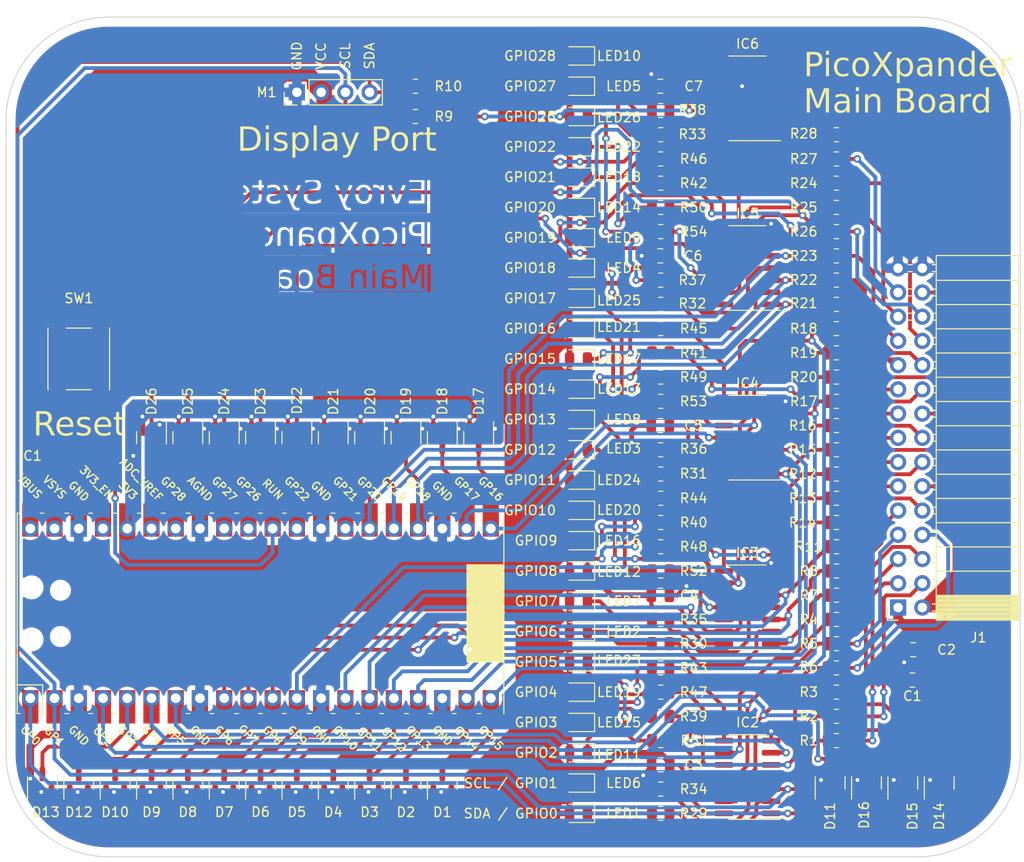
<source format=kicad_pcb>
(kicad_pcb (version 20240108) (generator "pcbnew") (generator_version "8.0")
  (layers (0 "F.Cu" signal) (31 "B.Cu" power) (35 "F.Paste" user) (37 "F.SilkS" user "F.Silkscreen") (38 "B.Mask" user) (39 "F.Mask" user) (44 "Edge.Cuts" user))
  (net 0 "")
  (net 1 "+3V3")
  (net 2 "/GPIO Status LED's/GPIO15")
  (net 3 "/GPIO Status LED's/GPIO14")
  (net 4 "/GPIO Status LED's/GPIO13")
  (net 5 "/GPIO Status LED's/GPIO12")
  (net 6 "/GPIO Status LED's/GPIO11")
  (net 7 "/GPIO Status LED's/GPIO10")
  (net 8 "/GPIO Status LED's/GPIO9")
  (net 9 "/GPIO Status LED's/GPIO8")
  (net 10 "/GPIO Status LED's/GPIO7")
  (net 11 "/GPIO Status LED's/GPIO6")
  (net 12 "/GPIO Status LED's/GPIO5")
  (net 13 "Net-(J1-Pin_14)")
  (net 14 "Net-(J1-Pin_15)")
  (net 15 "Net-(J1-Pin_16)")
  (net 16 "Net-(J1-Pin_17)")
  (net 17 "Net-(J1-Pin_18)")
  (net 18 "Net-(J1-Pin_19)")
  (net 19 "Net-(J1-Pin_20)")
  (net 20 "Net-(J1-Pin_21)")
  (net 21 "Net-(J1-Pin_22)")
  (net 22 "Net-(J1-Pin_23)")
  (net 23 "Net-(J1-Pin_24)")
  (net 24 "/GPIO Status LED's/GPIO4")
  (net 25 "/GPIO Status LED's/GPIO3")
  (net 26 "/GPIO Status LED's/GPIO2")
  (net 27 "/GPIO Status LED's/GPIO1")
  (net 28 "GNDREF")
  (net 29 "/GPIO Status LED's/GPIO0")
  (net 30 "/GPIO Status LED's/GPIO16")
  (net 31 "/GPIO Status LED's/GPIO17")
  (net 32 "/GPIO Status LED's/GPIO18")
  (net 33 "/GPIO Status LED's/GPIO19")
  (net 34 "/GPIO Status LED's/GPIO20")
  (net 35 "/GPIO Status LED's/GPIO21")
  (net 36 "/GPIO Status LED's/GPIO22")
  (net 37 "/GPIO Status LED's/GPIO26")
  (net 38 "/GPIO Status LED's/GPIO27")
  (net 39 "/GPIO Status LED's/GPIO28")
  (net 40 "Net-(J1-Pin_3)")
  (net 41 "Net-(J1-Pin_4)")
  (net 42 "Net-(J1-Pin_5)")
  (net 43 "Net-(J1-Pin_6)")
  (net 44 "Net-(J1-Pin_7)")
  (net 45 "Net-(J1-Pin_8)")
  (net 46 "Net-(J1-Pin_9)")
  (net 47 "Net-(J1-Pin_10)")
  (net 48 "Net-(J1-Pin_11)")
  (net 49 "Net-(J1-Pin_12)")
  (net 50 "Net-(J1-Pin_13)")
  (net 51 "Net-(J1-Pin_25)")
  (net 52 "Net-(J1-Pin_26)")
  (net 53 "Net-(J1-Pin_27)")
  (net 54 "Net-(J1-Pin_28)")
  (net 55 "Net-(LED1-K)")
  (net 56 "Net-(LED2-K)")
  (net 57 "Net-(LED3-K)")
  (net 58 "Net-(LED4-K)")
  (net 59 "Net-(LED5-K)")
  (net 60 "Net-(LED6-K)")
  (net 61 "Net-(LED7-K)")
  (net 62 "Net-(LED8-K)")
  (net 63 "Net-(LED9-K)")
  (net 64 "Net-(LED10-K)")
  (net 65 "Net-(LED11-K)")
  (net 66 "Net-(LED12-K)")
  (net 67 "Net-(LED13-K)")
  (net 68 "Net-(LED14-K)")
  (net 69 "Net-(LED15-K)")
  (net 70 "Net-(LED16-K)")
  (net 71 "Net-(LED17-K)")
  (net 72 "Net-(LED18-K)")
  (net 73 "Net-(LED19-K)")
  (net 74 "Net-(LED20-K)")
  (net 75 "Net-(LED21-K)")
  (net 76 "Net-(LED22-K)")
  (net 77 "Net-(LED23-K)")
  (net 78 "Net-(LED24-K)")
  (net 79 "Net-(LED25-K)")
  (net 80 "Net-(LED26-K)")
  (net 82 "+5V")
  (net 85 "Net-(IC1-RUN)")
  (net 86 "Net-(IC2-Pad2)")
  (net 87 "Net-(IC2-Pad4)")
  (net 88 "Net-(IC2-Pad6)")
  (net 89 "Net-(IC2-Pad8)")
  (net 90 "Net-(IC2-Pad10)")
  (net 91 "Net-(IC2-Pad12)")
  (net 92 "Net-(IC3-Pad2)")
  (net 93 "Net-(IC3-Pad4)")
  (net 94 "Net-(IC3-Pad6)")
  (net 95 "Net-(IC3-Pad8)")
  (net 96 "Net-(IC3-Pad10)")
  (net 97 "Net-(IC3-Pad12)")
  (net 98 "Net-(IC4-Pad2)")
  (net 99 "Net-(IC4-Pad4)")
  (net 100 "Net-(IC4-Pad6)")
  (net 101 "Net-(IC4-Pad8)")
  (net 102 "Net-(IC4-Pad10)")
  (net 103 "Net-(IC4-Pad12)")
  (net 104 "Net-(IC5-Pad2)")
  (net 105 "Net-(IC5-Pad4)")
  (net 106 "Net-(IC5-Pad6)")
  (net 107 "Net-(IC5-Pad8)")
  (net 108 "Net-(IC5-Pad10)")
  (net 109 "Net-(IC5-Pad12)")
  (net 110 "Net-(IC6-Pad2)")
  (net 111 "Net-(IC6-Pad4)")
  (footprint "LED_SMD:LED_0805_2012Metric" (layer "F.Cu") (at 168.8315 116.833 180)
    (property "Reference" "LED7")
    (property "Value" "Red")
  )
  (footprint "Capacitor_SMD:C_0805_2012Metric" (layer "F.Cu") (at 177.444 133.978 180)
    (property "Reference" "C3")
    (property "Value" "100n")
  )
  (footprint "Resistor_SMD:R_0805_2012Metric" (layer "F.Cu") (at 195.859 90.798)
    (property "Reference" "R19")
    (property "Value" "22Ω")
  )
  (footprint "Resistor_SMD:R_0805_2012Metric" (layer "F.Cu") (at 177.444 123.818 180)
    (property "Reference" "R43")
    (property "Value" "220Ω")
  )
  (footprint "Resistor_SMD:R_0805_2012Metric" (layer "F.Cu") (at 177.444 108.578 180)
    (property "Reference" "R40")
    (property "Value" "220Ω")
  )
  (footprint "Package_TO_SOT_SMD:SOT-23" (layer "F.Cu") (at 154.559 99.688 -90)
    (property "Reference" "D18")
    (property "Value" "BAT721S")
  )
  (footprint "Resistor_SMD:R_0805_2012Metric" (layer "F.Cu") (at 177.444 73.018 180)
    (property "Reference" "R42")
    (property "Value" "220Ω")
  )
  (footprint "Resistor_SMD:R_0805_2012Metric" (layer "F.Cu") (at 177.444 118.738 180)
    (property "Reference" "R35")
    (property "Value" "220Ω")
  )
  (footprint "Package_TO_SOT_SMD:SOT-23" (layer "F.Cu") (at 154.559 135.883 90)
    (property "Reference" "D1")
    (property "Value" "BAT721S")
  )
  (footprint "Package_SO:SOIC-14_3.9x8.7mm_P1.27mm" (layer "F.Cu") (at 186.5465 99.688 180)
    (property "Reference" "IC4")
    (property "Value" "74LVC06")
  )
  (footprint "Resistor_SMD:R_0805_2012Metric" (layer "F.Cu") (at 195.859 121.278)
    (property "Reference" "R5")
    (property "Value" "22Ω")
  )
  (footprint "Package_TO_SOT_SMD:SOT-23" (layer "F.Cu") (at 206.629 135.883 90)
    (property "Reference" "D14")
    (property "Value" "BAT721S")
  )
  (footprint "Resistor_SMD:R_0805_2012Metric" (layer "F.Cu") (at 195.859 108.578)
    (property "Reference" "R14")
    (property "Value" "22Ω")
  )
  (footprint "Package_TO_SOT_SMD:SOT-23" (layer "F.Cu") (at 116.459 135.883 90)
    (property "Reference" "D12")
    (property "Value" "BAT721S")
  )
  (footprint "Resistor_SMD:R_0805_2012Metric" (layer "F.Cu") (at 177.444 126.358 180)
    (property "Reference" "R47")
    (property "Value" "220Ω")
  )
  (footprint "LED_SMD:LED_0805_2012Metric" (layer "F.Cu") (at 168.8315 139.058 180)
    (property "Reference" "LED1")
    (property "Value" "Red")
  )
  (footprint "Package_TO_SOT_SMD:SOT-23" (layer "F.Cu") (at 120.269 135.883 90)
    (property "Reference" "D10")
    (property "Value" "BAT721S")
  )
  (footprint "Package_TO_SOT_SMD:SOT-23" (layer "F.Cu") (at 135.509 135.883 90)
    (property "Reference" "D6")
    (property "Value" "BAT721S")
  )
  (footprint "Resistor_SMD:R_0805_2012Metric" (layer "F.Cu") (at 177.444 88.258 180)
    (property "Reference" "R45")
    (property "Value" "220Ω")
  )
  (footprint "LED_SMD:LED_0805_2012Metric" (layer "F.Cu") (at 168.8315 75.558 180)
    (property "Reference" "LED14")
    (property "Value" "Red")
  )
  (footprint "LED_SMD:LED_0805_2012Metric" (layer "F.Cu") (at 168.8315 69.208 180)
    (property "Reference" "LED22")
    (property "Value" "Red")
  )
  (footprint "Package_TO_SOT_SMD:SOT-23" (layer "F.Cu") (at 127.889 135.883 90)
    (property "Reference" "D8")
    (property "Value" "BAT721S")
  )
  (footprint "Capacitor_SMD:C_0805_2012Metric" (layer "F.Cu") (at 177.4065 98.418 180)
    (property "Reference" "C5")
    (property "Value" "100n")
  )
  (footprint "Resistor_SMD:R_0805_2012Metric" (layer "F.Cu") (at 195.859 126.358)
    (property "Reference" "R3")
    (property "Value" "22Ω")
  )
  (footprint "Capacitor_SMD:C_0805_2012Metric" (layer "F.Cu") (at 177.4065 116.198)
    (property "Reference" "C4")
    (property "Value" "100n")
  )
  (footprint "LED_SMD:LED_0805_2012Metric" (layer "F.Cu") (at 168.8315 132.708 180)
    (property "Reference" "LED11")
    (property "Value" "Red")
  )
  (footprint "Resistor_SMD:R_0805_2012Metric" (layer "F.Cu") (at 195.859 70.478)
    (property "Reference" "R27")
    (property "Value" "22Ω")
  )
  (footprint "Resistor_SMD:R_0805_2012Metric" (layer "F.Cu") (at 177.444 139.058 180)
    (property "Reference" "R29")
    (property "Value" "220Ω")
  )
  (footprint "Package_TO_SOT_SMD:SOT-23" (layer "F.Cu") (at 131.699 135.883 90)
    (property "Reference" "D7")
    (property "Value" "BAT721S")
  )
  (footprint "Resistor_SMD:R_0805_2012Metric" (layer "F.Cu") (at 195.859 75.558)
    (property "Reference" "R25")
    (property "Value" "22Ω")
  )
  (footprint "LED_SMD:LED_0805_2012Metric" (layer "F.Cu") (at 168.8315 120.008 180)
    (property "Reference" "LED2")
    (property "Value" "Red")
  )
  (footprint "LED_SMD:LED_0805_2012Metric" (layer "F.Cu") (at 168.8315 59.683 180)
    (property "Reference" "LED10")
    (property "Value" "Red")
  )
  (footprint "Resistor_SMD:R_0805_2012Metric" (layer "F.Cu") (at 177.444 111.118 180)
    (property "Reference" "R48")
    (property "Value" "220Ω")
  )
  (footprint "Resistor_SMD:R_0805_2012Metric" (layer "F.Cu") (at 195.859 93.338)
    (property "Reference" "R20")
    (property "Value" "22Ω")
  )
  (footprint "Custom_SBC:RPi_Pico_SMD_TH" (layer "F.Cu") (at 135.509 118.103 90)
    (property "Reference" "IC1")
    (property "Value" "Pico")
  )
  (footprint "Connector_PinSocket_2.54mm:PinSocket_2x15_P2.54mm_Horizontal" (layer "F.Cu") (at 202.3225 117.488 180)
    (property "Reference" "J1")
    (property "Value" "IDC Header")
  )
  (footprint "Capacitor_SMD:C_0805_2012Metric_Pad1.18x1.45mm_HandSolder" (layer "F.Cu") (at 203.825 125.088 180)
    (property "Reference" "C1")
    (property "Value" "10µF")
  )
  (footprint "Package_TO_SOT_SMD:SOT-23" (layer "F.Cu") (at 150.749 99.688 -90)
    (property "Reference" "D19")
    (property "Value" "BAT721S")
  )
  (footprint "Resistor_SMD:R_0805_2012Metric" (layer "F.Cu") (at 177.444 113.658 180)
    (property "Reference" "R52")
    (property "Value" "220Ω")
  )
  (footprint "Package_TO_SOT_SMD:SOT-23" (layer "F.Cu") (at 131.699 99.688 -90)
    (property "Reference" "D24")
    (property "Value" "BAT721S")
  )
  (footprint "Capacitor_SMD:C_0805_2012Metric" (layer "F.Cu") (at 203.9125 121.913 180)
    (property "Reference" "C2")
    (property "Value" "100n")
  )
  (footprint "Package_TO_SOT_SMD:SOT-23" (layer "F.Cu") (at 139.319 99.688 -90)
    (property "Reference" "D22")
    (property "Value" "BAT721S")
  )
  (footprint "LED_SMD:LED_0805_2012Metric" (layer "F.Cu") (at 168.8315 113.658 180)
    (property "Reference" "LED12")
    (property "Value" "Red")
  )
  (footprint "Package_TO_SOT_SMD:SOT-23" (layer "F.Cu") (at 146.939 135.883 90)
    (property "Reference" "D3")
    (property "Value" "BAT721S")
  )
  (footprint "Resistor_SMD:R_0805_2012Metric" (layer "F.Cu") (at 195.859 131.438)
    (property "Reference" "R1")
    (property "Value" "22Ω")
  )
  (footprint "Package_TO_SOT_SMD:SOT-23" (layer "F.Cu") (at 146.939 99.688 -90)
    (property "Reference" "D20")
    (property "Value" "BAT721S")
  )
  (footprint "LED_SMD:LED_0805_2012Metric" (layer "F.Cu") (at 168.8315 91.433 180)
    (property "Reference" "LED17")
    (property "Value" "Red")
  )
  (footprint "Package_SO:SOIC-14_3.9x8.7mm_P1.27mm" (layer "F.Cu") (at 186.5465 64.128 180)
    (property "Reference" "IC6")
    (property "Value" "74LVC06")
  )
  (footprint "Resistor_SMD:R_0805_2012Metric" (layer "F.Cu") (at 151.7415 66.033)
    (property "Reference" "R9")
    (property "Value" "4K7")
  )
  (footprint "Resistor_SMD:R_0805_2012Metric" (layer "F.Cu") (at 177.444 95.878 180)
    (property "Reference" "R53")
    (property "Value" "220Ω")
  )
  (footprint "Resistor_SMD:R_0805_2012Metric" (layer "F.Cu") (at 195.859 118.738)
    (property "Reference" "R4")
    (property "Value" "22Ω")
  )
  (footprint "Package_TO_SOT_SMD:SOT-23" (layer "F.Cu") (at 202.819 135.883 90)
    (property "Reference" "D15")
    (property "Value" "BAT721S")
  )
  (footprint "Package_SO:SOIC-14_3.9x8.7mm_P1.27mm" (layer "F.Cu") (at 186.5465 117.468 180)
    (property "Reference" "IC3")
    (property "Value" "74LVC06")
  )
  (footprint "Resistor_SMD:R_0805_2012Metric" (layer "F.Cu") (at 195.859 98.418)
    (property "Reference" "R16")
    (property "Value" "22Ω")
  )
  (footprint "Resistor_SMD:R_0805_2012Metric" (layer "F.Cu") (at 195.859 67.938)
    (property "Reference" "R28")
    (property "Value" "22Ω")
  )
  (footprint "Resistor_SMD:R_0805_2012Metric" (layer "F.Cu") (at 195.859 78.098)
    (property "Reference" "R26")
    (property "Value" "22Ω")
  )
  (footprint "Button_Switch_SMD:SW_Push_1P1T_NO_6x6mm_H9.5mm" (layer "F.Cu") (at 116.459 91.433 -90)
    (property "Reference" "SW1")
    (property "Value" "Reset")
  )
  (footprint "Resistor_SMD:R_0805_2012Metric" (layer "F.Cu") (at 195.859 113.658)
    (property "Reference" "R8")
    (property "Value" "22Ω")
  )
  (footprint "LED_SMD:LED_0805_2012Metric" (layer "F.Cu") (at 168.8315 129.533 180)
    (property "Reference" "LED15")
    (property "Value" "Red")
  )
  (footprint "Capacitor_SMD:C_0805_2012Metric" (layer "F.Cu") (at 177.4065 62.858 180)
    (property "Reference" "C7")
    (property "Value" "100n")
  )
  (footprint "Resistor_SMD:R_0805_2012Metric" (layer "F.Cu") (at 177.444 100.958 180)
    (property "Reference" "R36")
    (property "Value" "220Ω")
  )
  (footprint "LED_SMD:LED_0805_2012Metric" (layer "F.Cu") (at 168.8315 62.858 180)
    (property "Reference" "LED5")
    (property "Value" "Red")
  )
  (footprint "Resistor_SMD:R_0805_2012Metric" (layer "F.Cu") (at 195.859 85.718)
    (property "Reference" "R21")
    (property "Value" "22Ω")
  )
  (footprint "Package_TO_SOT_SMD:SOT-23" (layer "F.Cu") (at 150.749 135.883 90)
    (property "Reference" "D2")
    (property "Value" "BAT721S")
  )
  (footprint "Package_TO_SOT_SMD:SOT-23" (layer "F.Cu") (at 143.129 99.688 -90)
    (property "Reference" "D21")
    (property "Value" "BAT721S")
  )
  (footprint "Resistor_SMD:R_0805_2012Metric" (layer "F.Cu") (at 195.859 80.638)
    (property "Reference" "R23")
    (property "Value" "22Ω")
  )
  (footprint "Resistor_SMD:R_0805_2012Metric" (layer "F.Cu") (at 195.859 88.258)
    (property "Reference" "R18")
    (property "Value" "22Ω")
  )
  (footprint "Package_TO_SOT_SMD:SOT-23" (layer "F.Cu") (at 124.079 99.688 -90)
    (property "Reference" "D26")
    (property "Value" "BAT721S")
  )
  (footprint "Capacitor_SMD:C_0805_2012Metric" (layer "F.Cu") (at 177.4065 80.638 180)
    (property "Reference" "C6")
    (property "Value" "100n")
  )
  (footprint "LED_SMD:LED_0805_2012Metric" (layer "F.Cu") (at 168.8315 110.483 180)
    (property "Reference" "LED16")
    (property "Value" "Red")
  )
  (footprint "LED_SMD:LED_0805_2012Metric" (layer "F.Cu") (at 168.8315 85.083 180)
    (property "Reference" "LED25")
    (property "Value" "Red")
  )
  (footprint "LED_SMD:LED_0805_2012Metric" (layer "F.Cu") (at 168.8315 126.358 180)
    (property "Reference" "LED19")
    (property "Value" "Red")
  )
  (footprint "Package_TO_SOT_SMD:SOT-23" (layer "F.Cu") (at 195.199 135.883 90)
    (property "Reference" "D11")
    (property "Value" "BAT721S")
  )
  (footprint "Resistor_SMD:R_0805_2012Metric" (layer "F.Cu") (at 151.7415 62.858)
    (property "Reference" "R10")
    (property "Value" "4K7")
  )
  (footprint "LED_SMD:LED_0805_2012Metric" (layer "F.Cu") (at 168.8315 78.733 180)
    (property "Reference" "LED9")
    (property "Value" "Red")
  )
  (footprint "Resistor_SMD:R_0805_2012Metric" (layer "F.Cu") (at 195.859 95.878)
    (property "Reference" "R17")
    (property "Value" "22Ω")
  )
  (footprint "Resistor_SMD:R_0805_2012Metric" (layer "F.Cu") (at 177.444 136.518 180)
    (property "Reference" "R34")
    (property "Value" "220Ω")
  )
  (footprint "Resistor_SMD:R_0805_2012Metric" (layer "F.Cu") (at 195.859 128.898)
    (property "Reference" "R2")
    (property "Value" "22Ω")
  )
  (footprint "Resistor_SMD:R_0805_2012Metric" (layer "F.Cu") (at 195.859 103.498)
    (property "Reference" "R12")
    (property "Value" "22Ω")
  )
  (footprint "LED_SMD:LED_0805_2012Metric" (layer "F.Cu") (at 168.8315 97.783 180)
    (property "Reference" "LED8")
    (property "Value" "Red")
  )
  (footprint "LED_SMD:LED_0805_2012Metric" (layer "F.Cu") (at 168.8315 88.258 180)
    (property "Reference" "LED21")
    (property "Value" "Red")
  )
  (footprint "Resistor_SMD:R_0805_2012Metric" (layer "F.Cu") (at 195.859 111.118)
    (property "Reference" "R11")
    (property "Value" "22Ω")
  )
  (footprint "LED_SMD:LED_0805_2012Metric" (layer "F.Cu") (at 168.8315 104.133 180)
    (property "Reference" "LED24")
    (property "Value" "Red")
  )
  (footprint "Resistor_SMD:R_0805_2012Metric" (layer "F.Cu") (at 177.444 70.478 180)
    (property "Reference" "R46")
    (property "Value" "220Ω")
  )
  (footprint "LED_SMD:LED_0805_2012Metric" (layer "F.Cu") (at 168.8315 100.958 180)
    (property "Reference" "LED3")
    (property "Value" "Red")
  )
  (footprint "Package_TO_SOT_SMD:SOT-23" (layer "F.Cu") (at 135.509 99.688 -90)
    (property "Reference" "D23")
    (property "Value" "BAT721S")
  )
  (footprint "Package_TO_SOT_SMD:SOT-23" (layer "F.Cu") (at 127.889 99.688 -90)
    (property "Reference" "D25")
    (property "Value" "BAT721S")
  )
  (footprint "Resistor_SMD:R_0805_2012Metric" (layer "F.Cu") (at 195.859 83.178)
    (property "Reference" "R22")
    (property "Value" "22Ω")
  )
  (footprint "LED_SMD:LED_0805_2012Metric" (layer "F.Cu") (at 168.8315 81.908 180)
    (property "Reference" "LED4")
    (property "Value" "Red")
  )
  (footprint "Resistor_SMD:R_0805_2012Metric" (layer "F.Cu") (at 177.444 83.178 180)
    (property "Reference" "R37")
    (property "Value" "220Ω")
  )
  (footprint "LED_SMD:LED_0805_2012Metric" (layer "F.Cu") (at 168.8315 94.608 180)
    (property "Reference" "LED13")
    (property "Value" "Red")
  )
  (footprint "Resistor_SMD:R_0805_2012Metric" (layer "F.Cu") (at 195.859 100.958)
    (property "Reference" "R15")
    (property "Value" "22Ω")
  )
  (footprint "Connector_PinHeader_2.54mm:PinHeader_1x04_P2.54mm_Vertical" (layer "F.Cu") (at 139.319 63.493 90)
    (property "Reference" "M1")
    (property "Value" "Display Module OLED I2C")
  )
  (footprint "Resistor_SMD:R_0805_2012Metric" (layer "F.Cu") (at 177.444 75.558 180)
    (property "Reference" "R50")
    (property "Value" "220Ω")
  )
  (footprint "Package_TO_SOT_SMD:SOT-23" (layer "F.Cu") (at 143.129 135.883 90)
    (property "Reference" "D4")
    (property "Value" "BAT721S")
  )
  (footprint "Resistor_SMD:R_0805_2012Metric" (layer "F.Cu") (at 195.859 73.018)
    (property "Reference" "R24")
    (property "Value" "22Ω")
  )
  (footprint "Package_SO:SOIC-14_3.9x8.7mm_P1.27mm" (layer "F.Cu") (at 186.5465 135.248 180)
    (property "Reference" "IC2")
    (property "Value" "74LVC06")
  )
  (footprint "Resistor_SMD:R_0805_2012Metric" (layer "F.Cu") (at 177.444 121.278 180)
    (property "Reference" "R30")
    (property "Value" "220Ω")
  )
  (footprint "Package_TO_SOT_SMD:SOT-23" (layer "F.Cu") (at 124.079 135.883 90)
    (property "Reference" "D9")
    (property "Value" "BAT721S")
  )
  (footprint "Resistor_SMD:R_0805_2012Metric" (layer "F.Cu") (at 195.859 116.198)
    (property "Reference" "R7")
    (property "Value" "22Ω")
  )
  (footprint "Resistor_SMD:R_0805_2012Metric" (layer "F.Cu") (at 177.444 65.398 180)
    (property "Reference" "R38")
    (property "Value" "220Ω")
  )
  (footprint "Resistor_SMD:R_0805_2012Metric" (layer "F.Cu") (at 195.859 123.818)
    (property "Reference" "R6")
    (property "Value" "22Ω")
  )
  (footprint "Package_TO_SOT_SMD:SOT-23" (layer "F.Cu") (at 158.369 99.688 -90)
    (property "Reference" "D17")
    (property "Value" "BAT721S")
  )
  (footprint "Resistor_SMD:R_0805_2012Metric" (layer "F.Cu") (at 177.444 93.338 180)
    (property "Reference" "R49")
    (property "Value" "220Ω")
  )
  (footprint "LED_SMD:LED_0805_2012Metric" (layer "F.Cu") (at 168.8315 135.883 180)
    (property "Reference" "LED6")
    (property "Value" "Red")
  )
  (footprint "Resistor_SMD:R_0805_2012Metric" (layer "F.Cu") (at 177.444 106.038 180)
    (property "Reference" "R44")
    (property "Value" "220Ω")
  )
  (footprint "LED_SMD:LED_0805_2012Metric" (layer "F.Cu") (at 168.8315 107.308 180)
    (property "Reference" "LED20")
    (property "Value" "Red")
  )
  (footprint "Package_TO_SOT_SMD:SOT-23" (layer "F.Cu") (at 199.009 135.883 90)
    (property "Reference" "D16")
    (property "Value" "BAT721S")
  )
  (footprint "LED_SMD:LED_0805_2012Metric" (layer "F.Cu") (at 168.8315 123.183 180)
    (property "Reference" "LED23")
    (property "Value" "Red")
  )
  (footprint "Package_TO_SOT_SMD:SOT-23" (layer "F.Cu") (at 112.649 135.883 90)
    (property "Reference" "D13")
    (property "Value" "BAT721S")
  )
  (footprint "LED_SMD:LED_0805_2012Metric" (layer "F.Cu") (at 168.8315 72.383 180)
    (property "Reference" "LED18")
    (property "Value" "Red")
  )
  (footprint "Resistor_SMD:R_0805_2012Metric" (layer "F.Cu") (at 177.444 85.718 180)
    (property "Reference" "R32")
    (property "Value" "220Ω")
  )
  (footprint "Resistor_SMD:R_0805_2012Metric" (layer "F.Cu") (at 177.444 131.438 180)
    (property "Reference" "R51")
    (property "Value" "220Ω")
  )
  (footprint "Resistor_SMD:R_0805_2012Metric" (layer "F.Cu") (at 177.444 67.938 180)
    (property "Reference" "R33")
    (property "Value" "220Ω")
  )
  (footprint "LED_SMD:LED_0805_2012Metric" (layer "F.Cu") (at 168.8315 66.033 180)
    (property "Reference" "LED26")
    (property "Value" "Red")
  )
  (footprint "Resistor_SMD:R_0805_2012Metric" (layer "F.Cu") (at 177.444 128.898 180)
    (property "Reference" "R39")
    (property "Value" "220Ω")
  )
  (footprint "Package_SO:SOIC-14_3.9x8.7mm_P1.27mm" (layer "F.Cu") (at 186.5465 81.908 180)
    (property "Reference" "IC5")
    (property "Value" "74LVC06")
  )
  (footprint "Resistor_SMD:R_0805_2012Metric" (layer "F.Cu") (at 177.444 90.798 180)
    (property "Reference" "R41")
    (property "Value" "220Ω")
  )
  (footprint "Resistor_SMD:R_0805_2012Metric" (layer "F.Cu") (at 177.444 78.098 180)
    (property "Reference" "R54")
    (property "Value" "220Ω")
  )
  (footprint "Resistor_SMD:R_0805_2012Metric" (layer "F.Cu") (at 177.444 103.498 180)
    (property "Reference" "R31")
    (property "Value" "220Ω")
  )
  (footprint "Resistor_SMD:R_0805_2012Metric" (layer "F.Cu") (at 195.859 106.038)
    (property "Reference" "R13")
    (property "Value" "22Ω")
  )
  (footprint "Package_TO_SOT_SMD:SOT-23" (layer "F.Cu") (at 139.319 135.883 90)
    (property "Reference" "D5")
    (property "Value" "BAT721S")
  )
  (gr_rect (start 157.162155 113.03) (end 160.972155 123.19) (stroke (width 0.15)) (fill solid) (layer "F.SilkS"))
  (gr_arc (start 119.61841 143.616) (mid 111.994092 140.457908) (end 108.836 132.83359) (stroke (width 0.1)) (layer "Edge.Cuts"))
  (gr_line (start 108.836 132.83359) (end 108.836 66.39841) (stroke (width 0.1)) (layer "Edge.Cuts"))
  (gr_arc (start 108.836 66.39841) (mid 111.994092 58.774092) (end 119.61841 55.616) (stroke (width 0.1)) (layer "Edge.Cuts"))
  (gr_line (start 204.35309 143.616) (end 119.61841 143.616) (stroke (width 0.1)) (layer "Edge.Cuts"))
  (gr_line (start 119.61841 55.616) (end 204.35309 55.616) (stroke (width 0.1)) (layer "Edge.Cuts"))
  (gr_arc (start 215.1355 132.83359) (mid 211.977408 140.457908) (end 204.35309 143.616) (stroke (width 0.1)) (layer "Edge.Cuts"))
  (gr_line (start 215.1355 66.39841) (end 215.1355 132.83359) (stroke (width 0.1)) (layer "Edge.Cuts"))
  (gr_arc (start 204.35309 55.616) (mid 211.977408 58.774092) (end 215.1355 66.39841) (stroke (width 0.1)) (layer "Edge.Cuts"))
  (gr_text "Evroy Systems" (at 153.035 75.565 0) (layer "B.Cu" knockout) (effects (font (size 2.5 2.5)) (justify left bottom mirror)))
  (gr_text "PicoXpander" (at 153.035 80.01 0) (layer "B.Cu" knockout) (effects (font (size 2.5 2.5)) (justify left bottom mirror)))
  (gr_text "Main Board" (at 153.035 84.455 0) (layer "B.Cu" knockout) (effects (font (size 2.5 2.5)) (justify left bottom mirror)))
  (gr_text "PicoXpander" (at 192.405 62.23 0) (layer "F.SilkS") (effects (font (size 2.5 2.5)) (justify left bottom)))
  (gr_text "Main Board" (at 192.405 66.04 0) (layer "F.SilkS") (effects (font (size 2.5 2.5)) (justify left bottom)))
  (segment (start 166.624 125.723) (end 167.259 125.088) (width 0.4) (layer "F.Cu") (net 1))
  (segment (start 140.589 138.423) (end 139.954 138.423) (width 0.4) (layer "F.Cu") (net 1))
  (segment (start 167.894 118.103) (end 167.894 118.738) (width 0.6) (layer "F.Cu") (net 1))
  (segment (start 167.259 137.153) (end 167.894 137.153) (width 0.4) (layer "F.Cu") (net 1))
  (segment (start 157.419 97.468) (end 157.419 98.7505) (width 0.4) (layer "F.Cu") (net 1))
  (segment (start 166.624 116.198) (end 166.624 117.468) (width 0.4) (layer "F.Cu") (net 1))
  (segment (start 147.574 138.423) (end 144.399 138.423) (width 0.4) (layer "F.Cu") (net 1))
  (segment (start 126.939 97.783) (end 126.939 97.468) (width 0.4) (layer "F.Cu") (net 1))
  (segment (start 167.894 115.247557) (end 167.894 116.198) (width 0.6) (layer "F.Cu") (net 1))
  (segment (start 203.314943 119.740787) (end 205.196953 119.740787) (width 1) (layer "F.Cu") (net 1))
  (segment (start 122.174 101.593) (end 122.174 97.783) (width 0.4) (layer "F.Cu") (net 1))
  (segment (start 155.509 139.378) (end 155.509 139.058) (width 0.4) (layer "F.Cu") (net 1))
  (segment (start 166.624 128.898) (end 167.259 128.263) (width 0.4) (layer "F.Cu") (net 1))
  (segment (start 167.259 102.863) (end 167.894 102.863) (width 0.4) (layer "F.Cu") (net 1))
  (segment (start 167.894 116.833) (end 167.894 118.103) (width 0.6) (layer "F.Cu") (net 1))
  (segment (start 202.3225 117.488) (end 202.3225 118.748344) (width 1) (layer "F.Cu") (net 1))
  (segment (start 151.699 136.8205) (end 151.699 138.108) (width 0.4) (layer "F.Cu") (net 1))
  (segment (start 153.609 97.468) (end 149.799 97.468) (width 0.4) (layer "F.Cu") (net 1))
  (segment (start 202.773659 119.199503) (end 204.089 119.199503) (width 1) (layer "F.Cu") (net 1))
  (segment (start 117.094 138.423) (end 114.234 138.423) (width 0.4) (layer "F.Cu") (net 1))
  (segment (start 166.624 125.723) (end 166.624 126.993) (width 0.4) (layer "F.Cu") (net 1))
  (segment (start 155.509 137.788) (end 154.874 138.423) (width 0.4) (layer "F.Cu") (net 1))
  (segment (start 167.259 118.738) (end 167.894 118.738) (width 0.4) (layer "F.Cu") (net 1))
  (segment (start 134.559 98.7505) (end 134.559 97.783) (width 0.4) (layer "F.Cu") (net 1))
  (segment (start 166.624 81.273) (end 166.624 82.543) (width 0.4) (layer "F.Cu") (net 1))
  (segment (start 123.129 97.468) (end 123.129 98.7505) (width 0.4) (layer "F.Cu") (net 1))
  (segment (start 166.624 97.783) (end 166.624 98.418) (width 0.4) (layer "F.Cu") (net 1))
  (segment (start 178.394 133.978) (end 179.324 133.978) (width 0.4) (layer "F.Cu") (net 1))
  (segment (start 166.624 132.073) (end 166.624 133.343) (width 0.4) (layer "F.Cu") (net 1))
  (segment (start 142.179 97.468) (end 141.224 96.513) (width 0.4) (layer "F.Cu") (net 1))
  (segment (start 166.868874 66.033) (end 167.894 66.033) (width 0.4) (layer "F.Cu") (net 1))
  (segment (start 167.894 81.908) (end 167.894 83.178) (width 0.6) (layer "F.Cu") (net 1))
  (segment (start 166.624 130.168) (end 167.259 130.803) (width 0.4) (layer "F.Cu") (net 1))
  (segment (start 166.624 85.718) (end 166.624 87.623) (width 0.4) (layer "F.Cu") (net 1))
  (segment (start 168.529 134.271963) (end 171.362963 134.271963) (width 0.6) (layer "F.Cu") (net 1))
  (segment (start 162.439322 129.679316) (end 162.439322 118.998322) (width 0.4) (layer "F.Cu") (net 1))
  (segment (start 142.494 80.638) (end 165.989 80.638) (width 0.4) (layer "F.Cu") (net 1))
  (segment (start 168.529 96.213577) (end 167.86355 96.213577) (width 0.4) (layer "F.Cu") (net 1))
  (segment (start 179.712328 117.856328) (end 179.324 117.468) (width 0.4) (layer "F.Cu") (net 1))
  (segment (start 167.894 102.228) (end 167.894 102.863) (width 0.6) (layer "F.Cu") (net 1))
  (segment (start 167.259 90.163) (end 167.894 90.163) (width 0.4) (layer "F.Cu") (net 1))
  (segment (start 179.959 98.418) (end 178.3565 98.418) (width 0.4) (layer "F.Cu") (net 1))
  (segment (start 167.894 137.788) (end 167.259 137.788) (width 0.6) (layer "F.Cu") (net 1))
  (segment (start 167.894 133.343) (end 167.894 133.978) (width 0.6) (layer "F.Cu") (net 1))
  (segment (start 167.894 94.608) (end 167.894 95.243) (width 0.6) (layer "F.Cu") (net 1))
  (segment (start 122.174 97.783) (end 122.489 97.468) (width 0.4) (layer "F.Cu") (net 1))
  (segment (start 167.259 108.578) (end 167.894 108.578) (width 0.4) (layer "F.Cu") (net 1))
  (segment (start 167.894 69.208) (end 167.894 72.383) (width 0.6) (layer "F.Cu") (net 1))
  (segment (start 166.624 111.118) (end 166.624 113.023) (width 0.4) (layer "F.Cu") (net 1))
  (segment (start 113.599 136.8205) (end 113.599 137.788) (width 0.4) (layer "F.Cu") (net 1))
  (segment (start 168.206411 83.500589) (end 167.894 83.813) (width 0.5) (layer "F.Cu") (net 1))
  (segment (start 156.144 138.423) (end 156.464 138.423) (width 0.4) (layer "F.Cu") (net 1))
  (segment (start 167.894 97.783) (end 167.894 99.053) (width 0.6) (layer "F.Cu") (net 1))
  (segment (start 167.894 96.513) (end 167.259 96.513) (width 0.4) (layer "F.Cu") (net 1))
  (segment (start 120.904664 116.833664) (end 120.904664 109.819756) (width 0.4) (layer "F.Cu") (net 1))
  (segment (start 140.274 138.108) (end 140.589 138.423) (width 0.4) (layer "F.Cu") (net 1))
  (segment (start 117.729 138.423) (end 117.094 138.423) (width 0.4) (layer "F.Cu") (net 1))
  (segment (start 166.624 117.468) (end 167.259 118.103) (width 0.4) (layer "F.Cu") (net 1))
  (segment (start 166.624 106.673) (end 167.259 106.038) (width 0.4) (layer "F.Cu") (net 1))
  (segment (start 166.624 113.023) (end 166.624 114.293) (width 0.4) (layer "F.Cu") (net 1))
  (segment (start 128.839 138.108) (end 128.844 138.108) (width 0.4) (layer "F.Cu") (net 1))
  (segment (start 204.8625 121.913) (end 204.8625 119.373) (width 0.4) (layer "F.Cu") (net 1))
  (segment (start 128.839 138.108) (end 128.524 138.423) (width 0.4) (layer "F.Cu") (net 1))
  (segment (start 128.839 136.8205) (end 128.839 138.108) (width 0.4) (layer "F.Cu") (net 1))
  (segment (start 167.259 130.803) (end 167.894 130.803) (width 0.4) (layer "F.Cu") (net 1))
  (segment (start 166.624 111.118) (end 167.259 111.753) (width 0.4) (layer "F.Cu") (net 1))
  (segment (start 166.624 106.673) (end 166.624 107.943) (width 0.4) (layer "F.Cu") (net 1))
  (segment (start 167.894 92.703) (end 167.259 92.703) (width 0.4) (layer "F.Cu") (net 1))
  (segment (start 167.894 99.688) (end 167.894 100.958) (width 0.6) (layer "F.Cu") (net 1))
  (segment (start 143.764 138.423) (end 140.589 138.423) (width 0.4) (layer "F.Cu") (net 1))
  (segment (start 167.894 95.878) (end 167.894 96.513) (width 0.6) (layer "F.Cu") (net 1))
  (segment (start 132.969 138.423) (end 132.334 138.423) (width 0.4) (layer "F.Cu") (net 1))
  (segment (start 162.439322 118.998322) (end 161.148353 117.707353) (width 0.4) (layer "F.Cu") (net 1))
  (segment (start 121.219 138.108) (end 120.904 138.423) (width 0.4) (layer "F.Cu") (net 1))
  (segment (start 166.624 122.548) (end 167.259 121.913) (width 0.4) (layer "F.Cu") (net 1))
  (segment (start 178.3565 97.386995) (end 178.117505 97.148) (width 0.5) (layer "F.Cu") (net 1))
  (segment (start 166.624 119.373) (end 166.624 120.643) (width 0.4) (layer "F.Cu") (net 1))
  (segment (start 167.894 135.248) (end 167.894 135.883) (width 0.6) (layer "F.Cu") (net 1))
  (segment (start 167.894 110.483) (end 167.894 111.753) (width 0.6) (layer "F.Cu") (net 1))
  (segment (start 121.224 138.108) (end 121.539 138.423) (width 0.4) (layer "F.Cu") (net 1))
  (segment (start 166.624 93.973) (end 167.259 93.338) (width 0.4) (layer "F.Cu") (net 1))
  (segment (start 136.144 138.423) (end 132.969 138.423) (width 0.4) (layer "F.Cu") (net 1))
  (segment (start 145.989 98.7505) (end 145.989 97.468) (width 0.4) (layer "F.Cu") (net 1))
  (segment (start 130.749 98.7505) (end 130.749 97.783) (width 0.4) (layer "F.Cu") (net 1))
  (segment (start 121.539 109.213) (end 121.539 98.418) (width 0.4) (layer "F.Cu") (net 1))
  (segment (start 140.269 138.108) (end 140.274 138.108) (width 0.4) (layer "F.Cu") (net 1))
  (segment (start 166.624 119.373) (end 167.259 118.738) (width 0.4) (layer "F.Cu") (net 1))
  (segment (start 166.624 104.768) (end 167.259 105.403) (width 0.4) (layer "F.Cu") (net 1))
  (segment (start 167.894 123.183) (end 167.894 124.453) (width 0.6) (layer "F.Cu") (net 1))
  (segment (start 166.624 133.343) (end 166.624 135.248) (width 0.4) (layer "F.Cu") (net 1))
  (segment (start 157.419 97.468) (end 153.609 97.468) (width 0.4) (layer "F.Cu") (net 1))
  (segment (start 167.894 83.178) (end 167.894 83.500589) (width 0.6) (layer "F.Cu") (net 1))
  (segment (start 167.894 83.813) (end 167.894 85.083) (width 0.6) (layer "F.Cu") (net 1))
  (segment (start 166.624 103.498) (end 166.624 104.768) (width 0.4) (layer "F.Cu") (net 1))
  (segment (start 165.989 80.638) (end 166.624 81.273) (width 0.4) (layer "F.Cu") (net 1))
  (segment (start 167.894 85.083) (end 167.894 86.353) (width 0.6) (layer "F.Cu") (net 1))
  (segment (start 171.362963 134.271963) (end 172.926713 132.708213) (width 0.6) (layer "F.Cu") (net 1))
  (segment (start 179.735552 134.389552) (end 179.735552 136.627052) (width 0.4) (layer "F.Cu") (net 1))
  (segment (start 177.388966 132.708213) (end 178.394 133.713247) (width 0.6) (layer "F.Cu") (net 1))
  (segment (start 167.894 78.733) (end 167.894 81.908) (width 0.6) (layer "F.Cu") (net 1))
  (segment (start 167.259 128.263) (end 167.894 128.263) (width 0.4) (layer "F.Cu") (net 1))
  (segment (start 166.624 135.248) (end 166.624 136.518) (width 0.4) (layer "F.Cu") (net 1))
  (segment (start 136.459 136.8205) (end 136.459 138.108) (width 0.4) (layer "F.Cu") (net 1))
  (segment (start 166.624 94.608) (end 167.894 94.608) (width 0.4) (layer "F.Cu") (net 1))
  (segment (start 167.894 120.008) (end 167.894 121.278) (width 0.6) (layer "F.Cu") (net 1))
  (segment (start 167.894 133.978) (end 167.894 135.248) (width 0.6) (layer "F.Cu") (net 1))
  (segment (start 152.654 66.033) (end 159.004 66.033) (width 0.4) (layer "F.Cu") (net 1))
  (segment (start 167.894 132.708) (end 167.894 133.343) (width 0.6) (layer "F.Cu") (net 1))
  (segment (start 176.4565 117.207849) (end 176.4565 116.198) (width 0.4) (layer "F.Cu") (net 1))
  (segment (start 167.894 88.258) (end 167.894 89.528) (width 0.6) (layer "F.Cu") (net 1))
  (segment (start 167.894 59.683) (end 167.894 62.858) (width 0.6) (layer "F.Cu") (net 1))
  (segment (start 168.529 96.213577) (end 167.894 96.848577) (width 0.4) (layer "F.Cu") (net 1))
  (segment (start 167.894 128.263) (end 167.894 129.533) (width 0.6) (layer "F.Cu") (net 1))
  (segment (start 157.099 137.811094) (end 157.099 135.019638) (width 0.4) (layer "F.Cu") (net 1))
  (segment (start 166.624 100.323) (end 166.624 101.593) (width 0.4) (layer "F.Cu") (net 1))
  (segment (start 166.624 126.993) (end 166.624 128.898) (width 0.4) (layer "F.Cu") (net 1))
  (segment (start 167.259 96.513) (end 166.624 97.148) (width 0.4) (layer "F.Cu") (net 1))
  (segment (start 167.894 104.133) (end 167.894 105.403) (width 0.6) (layer "F.Cu") (net 1))
  (segment (start 166.624 128.898) (end 166.624 130.168) (width 0.4) (layer "F.Cu") (net 1))
  (segment (start 166.624 120.643) (end 167.259 121.278) (width 0.4) (layer "F.Cu") (net 1))
  (segment (start 167.894 86.988) (end 167.894 88.258) (width 0.6) (layer "F.Cu") (net 1))
  (segment (start 167.894 83.500589) (end 167.894 83.813) (width 0.6) (layer "F.Cu") (net 1))
  (segment (start 166.624 113.023) (end 167.259 112.388) (width 0.4) (layer "F.Cu") (net 1))
  (segment (start 144.079 138.108) (end 144.084 138.108) (width 0.4) (layer "F.Cu") (net 1))
  (segment (start 166.624 87.623) (end 167.259 86.988) (width 0.4) (layer "F.Cu") (net 1))
  (segment (start 180.326802 98.785802) (end 179.959 98.418) (width 0.4) (layer "F.Cu") (net 1))
  (segment (start 166.624 101.593) (end 166.624 103.498) (width 0.4) (layer "F.Cu") (net 1))
  (segment (start 121.219 136.8205) (end 121.219 138.108) (width 0.4) (layer "F.Cu") (net 1))
  (segment (start 166.624 137.788) (end 165.989 138.423) (width 0.6) (layer "F.Cu") (net 1))
  (segment (start 167.894 124.453) (end 167.894 125.088) (width 0.6) (layer "F.Cu") (net 1))
  (segment (start 136.459 138.108) (end 136.464 138.108) (width 0.4) (layer "F.Cu") (net 1))
  (segment (start 155.194 139.693) (end 155.829 139.058) (width 0.4) (layer "F.Cu") (net 1))
  (segment (start 167.259 137.788) (end 166.624 137.788) (width 0.6) (layer "F.Cu") (net 1))
  (segment (start 125.029 138.108) (end 125.034 138.108) (width 0.4) (layer "F.Cu") (net 1))
  (segment (start 167.894 108.578) (end 167.894 109.213) (width 0.6) (layer "F.Cu") (net 1))
  (segment (start 166.624 87.623) (end 166.624 88.893) (width 0.4) (layer "F.Cu") (net 1))
  (segment (start 181.864 66.033) (end 181.229 65.398) (width 0.4) (layer "F.Cu") (net 1))
  (segment (start 125.034 138.108) (end 125.349 138.423) (width 0.4) (layer "F.Cu") (net 1))
  (segment (start 167.259 93.338) (end 167.894 93.338) (width 0.4) (layer "F.Cu") (net 1))
  (segment (start 166.624 92.068) (end 166.624 93.973) (width 0.4) (layer "F.Cu") (net 1))
  (segment (start 136.464 138.108) (end 136.779 138.423) (width 0.4) (layer "F.Cu") (net 1))
  (segment (start 136.779 138.423) (end 136.144 138.423) (width 0.4) (layer "F.Cu") (net 1))
  (segment (start 168.529 115.247557) (end 167.894 115.882557) (width 0.6) (layer "F.Cu") (net 1))
  (segment (start 125.349 138.423) (end 124.714 138.423) (width 0.4) (layer "F.Cu") (net 1))
  (segment (start 121.219 138.108) (end 121.224 138.108) (width 0.4) (layer "F.Cu") (net 1))
  (segment (start 167.259 118.103) (end 167.894 118.103) (width 0.4) (layer "F.Cu") (net 1))
  (segment (start 167.259 111.753) (end 167.894 111.753) (width 0.4) (layer "F.Cu") (net 1))
  (segment (start 167.894 133.636963) (end 167.894 133.343) (width 0.6) (layer "F.Cu") (net 1))
  (segment (start 178.93607 81.908) (end 182.74607 85.718) (width 0.5) (layer "F.Cu") (net 1))
  (segment (start 121.539 138.423) (end 120.904 138.423) (width 0.4) (layer "F.Cu") (net 1))
  (segment (start 167.894 129.533) (end 167.894 130.803) (width 0.6) (layer "F.Cu") (net 1))
  (segment (start 166.624 98.418) (end 166.624 100.323) (width 0.4) (layer "F.Cu") (net 1))
  (segment (start 162.179 99.053) (end 167.259 99.053) (width 0.4) (layer "F.Cu") (net 1))
  (segment (start 167.259 109.213) (end 167.894 109.213) (width 0.4) (layer "F.Cu") (net 1))
  (segment (start 167.894 137.788) (end 167.894 139.058) (width 0.6) (layer "F.Cu") (net 1))
  (segment (start 167.894 139.058) (end 155.829 139.058) (width 0.6) (layer "F.Cu") (net 1))
  (segment (start 167.894 112.388) (end 167.894 113.658) (width 0.6) (layer "F.Cu") (net 1))
  (segment (start 155.509 138.423) (end 155.509 137.788) (width 0.4) (layer "F.Cu") (net 1))
  (segment (start 167.259 124.453) (end 167.894 124.453) (width 0.4) (layer "F.Cu") (net 1))
  (segment (start 152.019 138.423) (end 151.384 138.423) (width 0.4) (layer "F.Cu") (net 1))
  (segment (start 167.259 86.353) (end 167.894 86.353) (width 0.4) (layer "F.Cu") (net 1))
  (segment (start 167.894 96.848577) (end 167.894 97.148) (width 0.4) (layer "F.Cu") (net 1))
  (segment (start 122.489 97.468) (end 123.129 97.468) (width 0.4) (layer "F.Cu") (net 1))
  (segment (start 204.8625 125.088) (end 204.8625 121.913) (width 0.4) (layer "F.Cu") (net 1))
  (segment (start 179.712328 118.908992) (end 179.712328 117.856328) (width 0.4) (layer "F.Cu") (net 1))
  (segment (start 178.117505 97.148) (end 172.180579 97.148) (width 0.5) (layer "F.Cu") (net 1))
  (segment (start 202.3225 118.748344) (end 202.773659 119.199503) (width 1) (layer "F.Cu") (net 1))
  (segment (start 166.624 123.818) (end 166.624 125.723) (width 0.4) (layer "F.Cu") (net 1))
  (segment (start 121.778353 117.707353) (end 120.904664 116.833664) (width 0.4) (layer "F.Cu") (net 1))
  (segment (start 166.624 130.168) (end 166.624 132.073) (width 0.4) (layer "F.Cu") (net 1))
  (segment (start 149.799 98.7505) (end 149.799 97.468) (width 0.4) (layer "F.Cu") (net 1))
  (segment (start 172.926713 132.708213) (end 177.388966 132.708213) (width 0.6) (layer "F.Cu") (net 1))
  (segment (start 167.894 107.308) (end 167.894 108.578) (width 0.6) (layer "F.Cu") (net 1))
  (segment (start 113.599 137.788) (end 113.599 138.738) (width 0.4) (layer "F.Cu") (net 1))
  (segment (start 147.889 138.108) (end 147.894 138.108) (width 0.4) (layer "F.Cu") (net 1))
  (segment (start 204.089 119.199503) (end 204.190804 119.199503) (width 1) (layer "F.Cu") (net 1))
  (segment (start 167.894 121.913) (end 167.894 123.183) (width 0.6) (layer "F.Cu") (net 1))
  (segment (start 179.324 117.468) (end 176.716651 117.468) (width 0.4) (layer "F.Cu") (net 1))
  (segment (start 132.654 138.108) (end 132.969 138.423) (width 0.4) (layer "F.Cu") (net 1))
  (segment (start 140.269 138.108) (end 139.954 138.423) (width 0.4) (layer "F.Cu") (net 1))
  (segment (start 167.259 114.928) (end 167.894 114.928) (width 0.4) (layer "F.Cu") (net 1))
  (segment (start 160.594 97.468) (end 160.909 97.783) (width 0.4) (layer "F.Cu") (net 1))
  (segment (start 166.624 97.148) (end 166.624 97.783) (width 0.4) (layer "F.Cu") (net 1))
  (segment (start 117.409 136.8205) (end 117.409 138.108) (width 0.4) (layer "F.Cu") (net 1))
  (segment (start 168.529 96.213577) (end 167.894 95.578577) (width 0.4) (layer "F.Cu") (net 1))
  (segment (start 166.624 90.798) (end 166.624 92.068) (width 0.4) (layer "F.Cu") (net 1))
  (segment (start 129.159 138.423) (end 128.524 138.423) (width 0.4) (layer "F.Cu") (net 1))
  (segment (start 161.148353 117.707353) (end 121.778353 117.707353) (width 0.4) (layer "F.Cu") (net 1))
  (segment (start 166.624 135.248) (end 166.965037 134.906963) (width 0.4) (layer "F.Cu") (net 1))
  (segment (start 125.029 138.108) (end 124.714 138.423) (width 0.4) (layer "F.Cu") (net 1))
  (segment (start 138.369 98.7505) (end 138.369 97.468) (width 0.4) (layer "F.Cu") (net 1))
  (segment (start 202.773659 119.199503) (end 203.314943 119.740787) (width 1) (layer "F.Cu") (net 1))
  (segment (start 141.224 96.513) (end 141.224 81.908) (width 0.4) (layer "F.Cu") (net 1))
  (segment (start 165.989 138.423) (end 156.464 138.423) (width 0.6) (layer "F.Cu") (net 1))
  (segment (start 167.234129 115.587871) (end 167.885291 115.587871) (width 0.4) (layer "F.Cu") (net 1))
  (segment (start 155.509 139.058) (end 155.509 138.423) (width 0.4) (layer "F.Cu") (net 1))
  (segment (start 117.409 138.108) (end 117.414 138.108) (width 0.4) (layer "F.Cu") (net 1))
  (segment (start 161.281881 98.155881) (end 160.909 97.783) (width 0.4) (layer "F.Cu") (net 1))
  (segment (start 167.894 86.353) (end 167.894 86.988) (width 0.6) (layer "F.Cu") (net 1))
  (segment (start 167.259 125.088) (end 167.894 125.088) (width 0.4) (layer "F.Cu") (net 1))
  (segment (start 117.409 138.108) (end 117.094 138.423) (width 0.4) (layer "F.Cu") (net 1))
  (segment (start 166.624 82.543) (end 167.259 83.178) (width 0.4) (layer "F.Cu") (net 1))
  (segment (start 176.716651 117.468) (end 176.4565 117.207849) (width 0.4) (layer "F.Cu") (net 1))
  (segment (start 121.539 98.418) (end 122.174 97.783) (width 0.4) (layer "F.Cu") (net 1))
  (segment (start 184.0715 103.498) (end 182.743132 103.498) (width 0.4) (layer "F.Cu") (net 1))
  (segment (start 167.894 72.383) (end 167.894 75.558) (width 0.6) (layer "F.Cu") (net 1))
  (segment (start 167.894 105.403) (end 167.894 106.038) (width 0.6) (layer "F.Cu") (net 1))
  (segment (start 179.735552 136.627052) (end 182.1665 139.058) (width 0.4) (layer "F.Cu") (net 1))
  (segment (start 179.324 62.858) (end 180.432938 63.966938) (width 0.4) (layer "F.Cu") (net 1))
  (segment (start 141.224 81.908) (end 142.494 80.638) (width 0.4) (layer "F.Cu") (net 1))
  (segment (start 130.749 97.783) (end 130.749 97.468) (width 0.4) (layer "F.Cu") (net 1))
  (segment (start 122.172174 110.655585) (end 122.66606 111.149471) (width 0.4) (layer "F.Cu") (net 1))
  (segment (start 122.489 97.468) (end 121.835006 97.468) (width 0.4) (layer "F.Cu") (net 1))
  (segment (start 166.624 100.323) (end 167.259 99.688) (width 0.4) (layer "F.Cu") (net 1))
  (segment (start 166.624 133.343) (end 167.259 133.978) (width 0.4) (layer "F.Cu") (net 1))
  (segment (start 167.894 95.578577) (end 167.894 95.243) (width 0.4) (layer "F.Cu") (net 1))
  (segment (start 172.974 83.500589) (end 168.216589 83.500589) (width 0.5) (layer "F.Cu") (net 1))
  (segment (start 167.894 135.883) (end 167.894 137.153) (width 0.6) (layer "F.Cu") (net 1))
  (segment (start 166.624 123.818) (end 167.259 124.453) (width 0.4) (layer "F.Cu") (net 1))
  (segment (start 167.894 114.293) (end 167.894 114.928) (width 0.6) (layer "F.Cu") (net 1))
  (segment (start 178.3565 80.638) (end 178.3565 81.6055) (width 0.5) (layer "F.Cu") (net 1))
  (segment (start 167.894 127.628) (end 167.894 128.263) (width 0.6) (layer "F.Cu") (net 1))
  (segment (start 145.989 97.468) (end 142.179 97.468) (width 0.4) (layer "F.Cu") (net 1))
  (segment (start 182.74607 85.718) (end 184.0715 85.718) (width 0.5) (layer "F.Cu") (net 1))
  (segment (start 147.894 138.108) (end 148.209 138.423) (width 0.4) (layer "F.Cu") (net 1))
  (segment (start 167.894 134.906963) (end 167.894 135.248) (width 0.6) (layer "F.Cu") (net 1))
  (segment (start 144.079 136.8205) (end 144.079 138.108) (width 0.4) (layer "F.Cu") (net 1))
  (segment (start 151.384 138.423) (end 148.209 138.423) (width 0.4) (layer "F.Cu") (net 1))
  (segment (start 167.259 99.053) (end 167.894 99.688) (width 0.4) (layer "F.Cu") (net 1))
  (segment (start 167.894 66.033) (end 167.894 62.858) (width 0.6) (layer "F.Cu") (net 1))
  (segment (start 167.259 106.038) (end 167.894 106.038) (width 0.4) (layer "F.Cu") (net 1))
  (segment (start 166.624 120.643) (end 166.624 122.548) (width 0.4) (layer "F.Cu") (net 1))
  (segment (start 166.624 90.798) (end 167.259 90.163) (width 0.4) (layer "F.Cu") (net 1))
  (segment (start 167.259 95.878) (end 167.894 95.878) (width 0.4) (layer "F.Cu") (net 1))
  (segment (start 157.099 135.019638) (end 162.439322 129.679316) (width 0.4) (layer "F.Cu") (net 1))
  (segment (start 166.624 95.243) (end 166.624 94.608) (width 0.4) (layer "F.Cu") (net 1))
  (segment (start 167.259 86.988) (end 167.894 86.988) (width 0.4) (layer "F.Cu") (net 1))
  (segment (start 171.388557 115.247557) (end 168.529 115.247557) (width 0.6) (layer "F.Cu") (net 1))
  (segment (start 171.246156 96.213577) (end 168.529 96.213577) (width 0.5) (layer "F.Cu") (net 1))
  (segment (start 204.190804 119.199503) (end 205.154801 120.1635) (width 1) (layer "F.Cu") (net 1))
  (segment (start 167.894 100.958) (end 167.894 102.228) (width 0.6) (layer "F.Cu") (net 1))
  (segment (start 121.865325 106.010173) (end 121.865325 106.642915) (width 0.4) (layer "F.Cu") (net 1))
  (segment (start 178.3565 81.6055) (end 178.659 81.908) (width 0.5) (layer "F.Cu") (net 1))
  (segment (start 180.432938 63.966938) (end 180.432938 65.398) (width 0.4) (layer "F.Cu") (net 1))
  (segment (start 182.774337 67.938) (end 184.0715 67.938) (width 0.4) (layer "F.Cu") (net 1))
  (segment (start 156.464 138.423) (end 155.509 138.423) (width 0.6) (layer "F.Cu") (net 1))
  (segment (start 155.194 139.693) (end 155.509 139.378) (width 0.4) (layer "F.Cu") (net 1))
  (segment (start 167.894 121.278) (end 167.894 121.913) (width 0.6) (layer "F.Cu") (net 1))
  (segment (start 179.324 133.978) (end 179.735552 134.389552) (width 0.4) (layer "F.Cu") (net 1))
  (segment (start 166.624 101.593) (end 167.259 102.228) (width 0.4) (layer "F.Cu") (net 1))
  (segment (start 124.714 138.423) (end 121.539 138.423) (width 0.4) (layer "F.Cu") (net 1))
  (segment (start 167.259 99.688) (end 167.894 99.688) (width 0.4) (layer "F.Cu") (net 1))
  (segment (start 181.864 67.027663) (end 181.864 66.033) (width 0.4) (layer "F.Cu") (net 1))
  (segment (start 179.324 62.858) (end 178.3565 62.858) (width 0.4) (layer "F.Cu") (net 1))
  (segment (start 167.259 121.913) (end 167.894 121.913) (width 0.4) (layer "F.Cu") (net 1))
  (segment (start 167.894 115.882557) (end 167.894 116.198) (width 0.6) (layer "F.Cu") (net 1))
  (segment (start 122.66606 111.149471) (end 160.552501 111.149471) (width 0.4) (layer "F.Cu") (net 1))
  (segment (start 125.029 136.8205) (end 125.029 138.108) (width 0.4) (layer "F.Cu") (net 1))
  (segment (start 157.419 97.468) (end 160.594 97.468) (width 0.4) (layer "F.Cu") (net 1))
  (segment (start 167.894 137.153) (end 167.259 137.788) (width 0.6) (layer "F.Cu") (net 1))
  (segment (start 167.894 106.038) (end 167.894 107.308) (width 0.6) (layer "F.Cu") (net 1))
  (segment (start 147.889 136.8205) (end 147.889 138.108) (width 0.4) (layer "F.Cu") (net 1))
  (segment (start 113.599 138.738) (end 114.554 139.693) (width 0.4) (layer "F.Cu") (net 1))
  (segment (start 140.269 136.8205) (end 140.269 138.108) (width 0.4) (layer "F.Cu") (net 1))
  (segment (start 166.624 107.943) (end 166.624 109.848) (width 0.4) (layer "F.Cu") (net 1))
  (segment (start 182.1665 139.058) (end 184.0715 139.058) (width 0.4) (layer "F.Cu") (net 1))
  (segment (start 132.334 138.423) (end 129.159 138.423) (width 0.4) (layer "F.Cu") (net 1))
  (segment (start 144.084 138.108) (end 144.399 138.423) (width 0.4) (layer "F.Cu") (net 1))
  (segment (start 167.894 96.513) (end 167.894 97.148) (width 0.6) (layer "F.Cu") (net 1))
  (segment (start 167.259 121.278) (end 167.894 121.278) (width 0.4) (layer "F.Cu") (net 1))
  (segment (start 182.774337 67.938) (end 181.864 67.027663) (width 0.4) (layer "F.Cu") (net 1))
  (segment (start 166.624 136.518) (end 167.259 137.153) (width 0.4) (layer "F.Cu") (net 1))
  (segment (start 167.894 137.153) (end 167.894 137.788) (width 0.6) (layer "F.Cu") (net 1))
  (segment (start 156.487094 138.423) (end 157.099 137.811094) (width 0.4) (layer "F.Cu") (net 1))
  (segment (start 144.079 138.108) (end 143.764 138.423) (width 0.4) (layer "F.Cu") (net 1))
  (segment (start 168.529 115.247557) (end 167.894 114.612557) (width 0.6) (layer "F.Cu") (net 1))
  (segment (start 178.3565 81.6055) (end 178.054 81.908) (width 0.5) (layer "F.Cu") (net 1))
  (segment (start 153.609 98.7505) (end 153.609 97.468) (width 0.4) (layer "F.Cu") (net 1))
  (segment (start 151.704 138.108) (end 152.019 138.423) (width 0.4) (layer "F.Cu") (net 1))
  (segment (start 167.894 113.658) (end 167.894 114.293) (width 0.6) (layer "F.Cu") (net 1))
  (segment (start 167.894 109.213) (end 167.894 110.483) (width 0.6) (layer "F.Cu") (net 1))
  (segment (start 167.259 89.528) (end 167.894 89.528) (width 0.4) (layer "F.Cu") (net 1))
  (segment (start 128.524 138.423) (end 125.349 138.423) (width 0.4) (layer "F.Cu") (net 1))
  (segment (start 167.259 133.978) (end 167.894 133.978) (width 0.4) (layer "F.Cu") (net 1))
  (segment (start 178.054 81.908) (end 178.93607 81.908) (width 0.5) (layer "F.Cu") (net 1))
  (segment (start 166.624 82.543) (end 166.624 84.448) (width 0.4) (layer "F.Cu") (net 1))
  (segment (start 166.624 117.468) (end 166.624 119.373) (width 0.4) (layer "F.Cu") (net 1))
  (segment (start 154.874 138.423) (end 152.019 138.423) (width 0.4) (layer "F.Cu") (net 1))
  (segment (start 166.624 85.718) (end 167.259 86.353) (width 0.4) (layer "F.Cu") (net 1))
  (segment (start 166.624 109.848) (end 167.259 109.213) (width 0.4) (layer "F.Cu") (net 1))
  (segment (start 167.259 83.813) (end 167.894 83.813) (width 0.4) (layer "F.Cu") (net 1))
  (segment (start 114.554 139.693) (end 155.194 139.693) (width 0.4) (layer "F.Cu") (net 1))
  (segment (start 166.624 122.548) (end 166.624 123.818) (width 0.4) (layer "F.Cu") (net 1))
  (segment (start 167.259 127.628) (end 167.894 127.628) (width 0.4) (layer "F.Cu") (net 1))
  (segment (start 182.081336 121.278) (end 179.712328 118.908992) (width 0.4) (layer "F.Cu") (net 1))
  (segment (start 181.229 65.398) (end 180.432938 65.398) (width 0.4) (layer "F.Cu") (net 1))
  (segment (start 174.566589 81.908) (end 172.974 83.500589) (width 0.5) (layer "F.Cu") (net 1))
  (segment (start 166.624 114.293) (end 166.624 116.198) (width 0.4) (layer "F.Cu") (net 1))
  (segment (start 168.529 115.247557) (end 167.894 115.247557) (width 0.6) (layer "F.Cu") (net 1))
  (segment (start 166.624 93.973) (end 166.624 94.608) (width 0.4) (layer "F.Cu") (net 1))
  (segment (start 167.894 111.753) (end 167.894 112.388) (width 0.6) (layer "F.Cu") (net 1))
  (segment (start 166.624 88.893) (end 166.624 90.798) (width 0.4) (layer "F.Cu") (net 1))
  (segment (start 166.624 84.448) (end 167.259 83.813) (width 0.4) (layer "F.Cu") (net 1))
  (segment (start 121.539 97.764006) (end 121.539 98.418) (width 0.4) (layer "F.Cu") (net 1))
  (segment (start 160.909 97.783) (end 161.544 98.418) (width 0.4) (layer "F.Cu") (net 1))
  (segment (start 136.459 138.108) (end 136.144 138.423) (width 0.4) (layer "F.Cu") (net 1))
  (segment (start 128.844 138.108) (end 129.159 138.423) (width 0.4) (layer "F.Cu") (net 1))
  (segment (start 167.894 126.358) (end 167.894 127.628) (width 0.6) (layer "F.Cu") (net 1))
  (segment (start 144.399 138.423) (end 143.764 138.423) (width 0.4) (layer "F.Cu") (net 1))
  (segment (start 167.894 130.803) (end 167.894 131.438) (width 0.6) (layer "F.Cu") (net 1))
  (segment (start 155.509 137.788) (end 156.144 138.423) (width 0.4) (layer "F.Cu") (net 1))
  (segment (start 167.894 125.088) (end 167.894 126.358) (width 0.6) (layer "F.Cu") (net 1))
  (segment (start 148.209 138.423) (end 147.574 138.423) (width 0.4) (layer "F.Cu") (net 1))
  (segment (start 182.743132 103.498) (end 180.326802 101.08167) (width 0.4) (layer "F.Cu") (net 1))
  (segment (start 167.894 116.198) (end 167.894 116.833) (width 0.6) (layer "F.Cu") (net 1))
  (segment (start 114.234 138.423) (end 113.599 137.788) (width 0.4) (layer "F.Cu") (net 1))
  (segment (start 167.894 118.738) (end 167.894 120.008) (width 0.6) (layer "F.Cu") (net 1))
  (segment (start 172.339 116.198) (end 176.4565 116.198) (width 0.6) (layer "F.Cu") (net 1))
  (segment (start 121.201872 110.056764) (end 121.201872 110.689506) (width 0.4) (layer "F.Cu") (net 1))
  (segment (start 134.559 97.783) (end 134.559 97.468) (width 0.4) (layer "F.Cu") (net 1))
  (segment (start 166.624 114.293) (end 167.259 114.928) (width 0.4) (layer "F.Cu") (net 1))
  (segment (start 167.259 112.388) (end 167.894 112.388) (width 0.4) (layer "F.Cu") (net 1))
  (segment (start 139.954 138.423) (end 136.779 138.423) (width 0.4) (layer "F.Cu") (net 1))
  (segment (start 166.624 109.848) (end 166.624 111.118) (width 0.4) (layer "F.Cu") (net 1))
  (segment (start 166.624 88.893) (end 167.259 89.528) (width 0.4) (layer "F.Cu") (net 1))
  (segment (start 167.894 92.703) (end 167.894 93.338) (width 0.6) (layer "F.Cu") (net 1))
  (segment (start 166.624 132.073) (end 167.259 131.438) (width 0.4) (layer "F.Cu") (net 1))
  (segment (start 122.172174 109.877865) (end 122.172174 110.655585) (width 0.4) (layer "F.Cu") (net 1))
  (segment (start 166.624 84.448) (end 166.624 85.718) (width 0.4) (layer "F.Cu") (net 1))
  (segment (start 166.624 116.198) (end 167.234129 115.587871) (width 0.4) (layer "F.Cu") (net 1))
  (segment (start 166.624 107.943) (end 167.259 108.578) (width 0.4) (layer "F.Cu") (net 1))
  (segment (start 166.624 98.418) (end 167.259 99.053) (width 0.4) (layer "F.Cu") (net 1))
  (segment (start 180.326802 101.08167) (end 180.326802 98.785802) (width 0.4) (layer "F.Cu") (net 1))
  (segment (start 172.180579 97.148) (end 171.246156 96.213577) (width 0.5) (layer "F.Cu") (net 1))
  (segment (start 167.894 114.928) (end 167.894 115.247557) (width 0.6) (layer "F.Cu") (net 1))
  (segment (start 171.388557 115.247557) (end 172.339 116.198) (width 0.6) (layer "F.Cu") (net 1))
  (segment (start 120.904 138.423) (end 117.729 138.423) (width 0.4) (layer "F.Cu") (net 1))
  (segment (start 178.3565 98.418) (end 178.3565 97.386995) (width 0.5) (layer "F.Cu") (net 1))
  (segment (start 121.889062 110.068333) (end 121.889062 110.701075) (width 0.4) (layer "F.Cu") (net 1))
  (segment (start 167.894 89.528) (end 167.894 90.163) (width 0.6) (layer "F.Cu") (net 1))
  (segment (start 167.894 97.148) (end 167.894 97.783) (width 0.6) (layer "F.Cu") (net 1))
  (segment (start 184.0715 121.278) (end 182.081336 121.278) (width 0.4) (layer "F.Cu") (net 1))
  (segment (start 168.529 134.271963) (end 167.894 133.636963) (width 0.6) (layer "F.Cu") (net 1))
  (segment (start 167.894 93.338) (end 167.894 94.608) (width 0.6) (layer "F.Cu") (net 1))
  (segment (start 166.624 104.768) (end 166.624 106.673) (width 0.4) (layer "F.Cu") (net 1))
  (segment (start 160.552501 111.149471) (end 161.281881 110.420091) (width 0.4) (layer "F.Cu") (net 1))
  (segment (start 166.624 103.498) (end 167.259 102.863) (width 0.4) (layer "F.Cu") (net 1))
  (segment (start 167.894 90.163) (end 167.894 91.433) (width 0.6) (layer "F.Cu") (net 1))
  (segment (start 167.259 99.053) (end 167.894 99.053) (width 0.4) (layer "F.Cu") (net 1))
  (segment (start 167.259 92.703) (end 166.624 92.068) (width 0.4) (layer "F.Cu") (net 1))
  (segment (start 126.939 98.7505) (end 126.939 97.783) (width 0.4) (layer "F.Cu") (net 1))
  (segment (start 167.259 95.878) (end 166.624 95.243) (width 0.4) (layer "F.Cu") (net 1))
  (segment (start 167.894 95.243) (end 167.894 95.878) (width 0.6) (layer "F.Cu") (net 1))
  (segment (start 178.659 81.908) (end 178.93607 81.908) (width 0.5) (layer "F.Cu") (net 1))
  (segment (start 152.654 66.033) (end 152.654 62.858) (width 0.4) (layer "F.Cu") (net 1))
  (segment (start 155.509 137.788) (end 155.509 136.8205) (width 0.4) (layer "F.Cu") (net 1))
  (segment (start 167.259 102.228) (end 167.894 102.228) (width 0.4) (layer "F.Cu") (net 1))
  (segment (start 166.965037 134.906963) (end 167.894 134.906963) (width 0.4) (layer "F.Cu") (net 1))
  (segment (start 151.699 138.108) (end 151.704 138.108) (width 0.4) (layer "F.Cu") (net 1))
  (segment (start 149.799 97.468) (end 145.989 97.468) (width 0.4) (layer "F.Cu") (net 1))
  (segment (start 122.174 108.578) (end 122.174 101.593) (width 0.4) (layer "F.Cu") (net 1))
  (segment (start 167.894 66.033) (end 167.894 69.208) (width 0.6) (layer "F.Cu") (net 1))
  (segment (start 132.649 136.8205) (end 132.649 138.108) (width 0.4) (layer "F.Cu") (net 1))
  (segment (start 167.894 102.863) (end 167.894 104.133) (width 0.6) (layer "F.Cu") (net 1))
  (segment (start 147.889 138.108) (end 147.574 138.423) (width 0.4) (layer "F.Cu") (net 1))
  (segment (start 168.216589 83.500589) (end 167.894 83.178) (width 0.5) (layer "F.Cu") (net 1))
  (segment (start 155.829 139.058) (end 155.509 139.058) (width 0.6) (layer "F.Cu") (net 1))
  (segment (start 167.894 114.612557) (end 167.894 114.293) (width 0.6) (layer "F.Cu") (net 1))
  (segment (start 167.259 131.438) (end 167.894 131.438) (width 0.4) (layer "F.Cu") (net 1))
  (segment (start 142.179 98.7505) (end 142.179 97.468) (width 0.4) (layer "F.Cu") (net 1))
  (segment (start 167.259 83.178) (end 167.894 83.178) (width 0.4) (layer "F.Cu") (net 1))
  (segment (start 132.649 138.108) (end 132.654 138.108) (width 0.4) (layer "F.Cu") (net 1))
  (segment (start 167.259 105.403) (end 167.894 105.403) (width 0.4) (layer "F.Cu") (net 1))
  (segment (start 167.894 91.433) (end 167.894 92.703) (width 0.6) (layer "F.Cu") (net 1))
  (segment (start 167.894 75.558) (end 167.894 78.733) (width 0.6) (layer "F.Cu") (net 1))
  (segment (start 166.624 126.993) (end 167.259 127.628) (width 0.4) (layer "F.Cu") (net 1))
  (segment (start 178.054 81.908) (end 174.566589 81.908) (width 0.5) (layer "F.Cu") (net 1))
  (segment (start 168.529 134.271963) (end 167.894 134.906963) (width 0.6) (layer "F.Cu") (net 1))
  (segment (start 161.544 98.418) (end 162.179 99.053) (width 0.4) (layer "F.Cu") (net 1))
  (segment (start 167.894 131.438) (end 167.894 132.708) (width 0.6) (layer "F.Cu") (net 1))
  (segment (start 166.624 97.783) (end 167.894 97.783) (width 0.4) (layer "F.Cu") (net 1))
  (segment (start 167.894 99.053) (end 167.894 99.688) (width 0.6) (layer "F.Cu") (net 1))
  (segment (start 161.281881 110.420091) (end 161.281881 98.155881) (width 0.4) (layer "F.Cu") (net 1))
  (segment (start 151.699 138.108) (end 151.384 138.423) (width 0.4) (layer "F.Cu") (net 1))
  (segment (start 117.414 138.108) (end 117.729 138.423) (width 0.4) (layer "F.Cu") (net 1))
  (segment (start 121.835006 97.468) (end 121.539 97.764006) (width 0.4) (layer "F.Cu") (net 1))
  (segment (start 204.089 119.199503) (end 205.795162 119.199503) (width 1) (layer "F.Cu") (net 1))
  (segment (start 132.649 138.108) (end 132.334 138.423) (width 0.4) (layer "F.Cu") (net 1))
  (via (at 145.989 97.468) (size 0.8) (drill 0.4) (layers "F.Cu" "B.Cu") (net 1))
  (via (at 130.749 97.468) (size 0.8) (drill 0.4) (layers "F.Cu" "B.Cu") (net 1))
  (via (at 126.939 97.468) (size 0.8) (drill 0.4) (layers "F.Cu" "B.Cu") (net 1))
  (via (at 159.004 66.033) (size 0.8) (drill 0.4) (layers "F.Cu" "B.Cu") (net 1))
  (via (at 142.179 97.468) (size 0.8) (drill 0.4) (layers "F.Cu" "B.Cu") (net 1))
  (via (at 180.432938 65.398) (size 0.8) (drill 0.4) (layers "F.Cu" "B.Cu") (net 1))
  (via (at 153.609 97.468) (size 0.8) (drill 0.4) (layers "F.Cu" "B.Cu") (net 1))
  (via (at 123.129 97.468) (size 0.8) (drill 0.4) (layers "F.Cu" "B.Cu") (net 1))
  (via (at 134.559 97.468) (size 0.8) (drill 0.4) (layers "F.Cu" "B.Cu") (net 1))
  (via (at 122.174 101.593) (size 0.8) (drill 0.4) (layers "F.Cu" "B.Cu") (net 1))
  (via (at 166.868874 66.033) (size 0.8) (drill 0.4) (layers "F.Cu" "B.Cu") (net 1))
  (via (at 157.419 97.468) (size 0.8) (drill 0.4) (layers "F.Cu" "B.Cu") (net 1))
  (via (at 149.799 97.468) (size 0.8) (drill 0.4) (layers "F.Cu" "B.Cu") (net 1))
  (via (at 138.369 97.468) (size 0.8) (drill 0.4) (layers "F.Cu" "B.Cu") (net 1))
  (segment (start 145.669 97.468) (end 141.859 97.468) (width 0.4) (layer "B.Cu") (net 1))
  (segment (start 157.419 97.468) (end 153.289 97.468) (width 0.4) (layer "B.Cu") (net 1))
  (segment (start 122.174 95.878) (end 157.099 95.878) (width 0.4) (layer "B.Cu") (net 1))
  (segment (start 167.503874 65.398) (end 180.432938 65.398) (width 0.4) (layer "B.Cu") (net 1))
  (segment (start 157.419 97.468) (end 157.419 96.198) (width 0.4) (layer "B.Cu") (net 1))
  (segment (start 138.049 97.468) (end 123.759 97.468) (width 0.4) (layer "B.Cu") (net 1))
  (segment (start 121.539 109.213) (end 121.539 96.513) (width 0.4) (layer "B.Cu") (net 1))
  (segment (start 123.759 97.468) (end 122.809 98.418) (width 0.4) (layer "B.Cu") (net 1))
  (segment (start 166.868874 66.033) (end 167.503874 65.398) (width 0.4) (layer "B.Cu") (net 1))
  (segment (start 122.809 98.418) (end 122.809 107.943) (width 0.4) (layer "B.Cu") (net 1))
  (segment (start 141.859 97.468) (end 138.049 97.468) (width 0.4) (layer "B.Cu") (net 1))
  (segment (start 157.419 96.198) (end 157.099 95.878) (width 0.4) (layer "B.Cu") (net 1))
  (segment (start 122.809 107.943) (end 121.539 109.213) (width 0.4) (layer "B.Cu") (net 1))
  (segment (start 121.539 96.513) (end 122.174 95.878) (width 0.4) (layer "B.Cu") (net 1))
  (segment (start 153.289 97.468) (end 149.479 97.468) (width 0.4) (layer "B.Cu") (net 1))
  (segment (start 149.479 97.468) (end 145.669 97.468) (width 0.4) (layer "B.Cu") (net 1))
  (segment (start 122.190672 107.959672) (end 122.190672 109.229672) (width 0.4) (layer "B.Cu") (net 1))
  (segment (start 166.868874 66.033) (end 159.004 66.033) (width 0.4) (layer "B.Cu") (net 1))
  (segment (start 154.559 134.9455) (end 154.559 133.978) (width 0.4) (layer "F.Cu") (net 2))
  (segment (start 193.929 88.258) (end 194.9465 88.258) (width 0.4) (layer "F.Cu") (net 2))
  (segment (start 185.423379 97.148) (end 184.0715 97.148) (width 0.4) (layer "F.Cu") (net 2))
  (segment (start 159.639 130.851326) (end 159.639 126.993) (width 0.4) (layer "F.Cu") (net 2))
  (segment (start 185.737165 96.834214) (end 185.423379 97.148) (width 0.4) (layer "F.Cu") (net 2))
  (segment (start 193.294 88.893) (end 193.929 88.258) (width 0.4) (layer "F.Cu") (net 2))
  (segment (start 193.294 89.535) (end 193.294 88.893) (width 0.4) (layer "F.Cu") (net 2))
  (segment (start 155.442883 133.094117) (end 157.396209 133.094117) (width 0.4) (layer "F.Cu") (net 2))
  (segment (start 193.294 89.535) (end 186.365165 89.535) (width 0.4) (layer "F.Cu") (net 2))
  (segment (start 157.396209 133.094117) (end 159.639 130.851326) (width 0.4) (layer "F.Cu") (net 2))
  (segment (start 186.365165 89.535) (end 185.737165 90.163) (width 0.4) (layer "F.Cu") (net 2))
  (segment (start 185.737165 90.163) (end 185.737165 96.834214) (width 0.4) (layer "F.Cu") (net 2))
  (segment (start 154.559 133.978) (end 155.442883 133.094117) (width 0.4) (layer "F.Cu") (net 2))
  (via (at 193.294 89.535) (size 0.8) (drill 0.4) (layers "F.Cu" "B.Cu") (net 2))
  (segment (start 193.294 89.535) (end 194.564 90.805) (width 0.4) (layer "B.Cu") (net 2))
  (segment (start 159.639 126.993) (end 162.77897 123.85303) (width 0.4) (layer "B.Cu") (net 2))
  (segment (start 162.77897 123.85303) (end 193.25897 123.85303) (width 0.4) (layer "B.Cu") (net 2))
  (segment (start 194.564 122.548) (end 193.25897 123.85303) (width 0.4) (layer "B.Cu") (net 2))
  (segment (start 194.564 122.548) (end 194.564 90.805) (width 0.4) (layer "B.Cu") (net 2))
  (segment (start 152.411349 131.680651) (end 156.21098 131.680651) (width 0.4) (layer "F.Cu") (net 3))
  (segment (start 191.0565 98.418) (end 189.0215 98.418) (width 0.4) (layer "F.Cu") (net 3))
  (segment (start 191.0565 98.418) (end 192.3195 97.155) (width 0.4) (layer "F.Cu") (net 3))
  (segment (start 193.5965 96.328447) (end 194.046947 95.878) (width 0.4) (layer "F.Cu") (net 3))
  (segment (start 192.3195 97.155) (end 193.5965 97.155) (width 0.4) (layer "F.Cu") (net 3))
  (segment (start 150.749 134.9455) (end 150.749 133.343) (width 0.4) (layer "F.Cu") (net 3))
  (segment (start 156.21098 131.680651) (end 157.099 130.792631) (width 0.4) (layer "F.Cu") (net 3))
  (segment (start 193.5965 97.155) (end 193.5965 96.328447) (width 0.4) (layer "F.Cu") (net 3))
  (segment (start 157.099 130.792631) (end 157.099 126.993) (width 0.4) (layer "F.Cu") (net 3))
  (segment (start 194.046947 95.878) (end 194.9465 95.878) (width 0.4) (layer "F.Cu") (net 3))
  (segment (start 150.749 133.343) (end 152.411349 131.680651) (width 0.4) (layer "F.Cu") (net 3))
  (via (at 193.5965 97.155) (size 0.8) (drill 0.4) (layers "F.Cu" "B.Cu") (net 3))
  (segment (start 193.5965 122.2455) (end 192.68915 123.15285) (width 0.4) (layer "B.Cu") (net 3))
  (segment (start 192.68915 123.15285) (end 160.93915 123.15285) (width 0.4) (layer "B.Cu") (net 3))
  (segment (start 160.93915 123.15285) (end 157.099 126.993) (width 0.4) (layer "B.Cu") (net 3))
  (segment (start 193.5965 97.155) (end 193.5965 122.2455) (width 0.4) (layer "B.Cu") (net 3))
  (segment (start 147.4936 134.9455) (end 152.019 130.4201) (width 0.4) (layer "F.Cu") (net 4))
  (segment (start 191.0565 100.958) (end 189.0215 100.958) (width 0.4) (layer "F.Cu") (net 4))
  (segment (start 194.9465 98.418) (end 193.5965 98.418) (width 0.4) (layer "F.Cu") (net 4))
  (segment (start 146.939 134.9455) (end 147.4936 134.9455) (width 0.4) (layer "F.Cu") (net 4))
  (segment (start 193.5965 98.418) (end 191.0565 100.958) (width 0.4) (layer "F.Cu") (net 4))
  (segment (start 152.019 130.4201) (end 152.019 126.993) (width 0.4) (layer "F.Cu") (net 4))
  (via (at 191.0565 100.958) (size 0.8) (drill 0.4) (layers "F.Cu" "B.Cu") (net 4))
  (segment (start 152.019 125.723) (end 152.019 126.993) (width 0.4) (layer "B.Cu") (net 4))
  (segment (start 191.0565 100.958) (end 192.659 102.5605) (width 0.4) (layer "B.Cu") (net 4))
  (segment (start 192.659 121.913) (end 192.11933 122.45267) (width 0.4) (layer "B.Cu") (net 4))
  (segment (start 160.286825 122.45267) (end 192.11933 122.45267) (width 0.4) (layer "B.Cu") (net 4))
  (segment (start 157.644495 125.095) (end 152.647 125.095) (width 0.4) (layer "B.Cu") (net 4))
  (segment (start 192.659 102.5605) (end 192.659 121.913) (width 0.4) (layer "B.Cu") (net 4))
  (segment (start 157.644495 125.095) (end 160.286825 122.45267) (width 0.4) (layer "B.Cu") (net 4))
  (segment (start 152.647 125.095) (end 152.019 125.723) (width 0.4) (layer "B.Cu") (net 4))
  (segment (start 143.129 133.978) (end 144.001851 133.105149) (width 0.4) (layer "F.Cu") (net 5))
  (segment (start 190.536039 103.498) (end 189.0215 103.498) (width 0.4) (layer "F.Cu") (net 5))
  (segment (start 147.176851 133.105149) (end 149.479 130.803) (width 0.4) (layer "F.Cu") (net 5))
  (segment (start 193.076039 100.958) (end 194.9465 100.958) (width 0.4) (layer "F.Cu") (net 5))
  (segment (start 190.536039 103.498) (end 193.076039 100.958) (width 0.4) (layer "F.Cu") (net 5))
  (segment (start 149.479 130.803) (end 149.479 126.993) (width 0.4) (layer "F.Cu") (net 5))
  (segment (start 143.129 134.9455) (end 143.129 133.978) (width 0.4) (layer "F.Cu") (net 5))
  (segment (start 144.001851 133.105149) (end 147.176851 133.105149) (width 0.4) (layer "F.Cu") (net 5))
  (via (at 190.536039 103.498) (size 0.8) (drill 0.4) (layers "F.Cu" "B.Cu") (net 5))
  (segment (start 192.024 121.278) (end 191.54951 121.75249) (width 0.4) (layer "B.Cu") (net 5))
  (segment (start 157.197432 124.176337) (end 159.621279 121.75249) (width 0.4) (layer "B.Cu") (net 5))
  (segment (start 192.024 104.985961) (end 190.536039 103.498) (width 0.4) (layer "B.Cu") (net 5))
  (segment (start 150.390663 124.176337) (end 157.197432 124.176337) (width 0.4) (layer "B.Cu") (net 5))
  (segment (start 159.621279 121.75249) (end 191.54951 121.75249) (width 0.4) (layer "B.Cu") (net 5))
  (segment (start 149.479 125.088) (end 150.390663 124.176337) (width 0.4) (layer "B.Cu") (net 5))
  (segment (start 149.479 126.993) (end 149.479 125.088) (width 0.4) (layer "B.Cu") (net 5))
  (segment (start 192.024 121.278) (end 192.024 104.985961) (width 0.4) (layer "B.Cu") (net 5))
  (segment (start 185.819458 118.180172) (end 185.819458 119.510898) (width 0.4) (layer "F.Cu") (net 6))
  (segment (start 184.0715 120.008) (end 182.27086 120.008) (width 0.4) (layer "F.Cu") (net 6))
  (segment (start 187.291944 116.707686) (end 185.819458 118.180172) (width 0.4) (layer "F.Cu") (net 6))
  (segment (start 180.594 118.33114) (end 180.594 117.468) (width 0.4) (layer "F.Cu") (net 6))
  (segment (start 140.717683 132.343946) (end 145.362457 132.343946) (width 0.4) (layer "F.Cu") (net 6))
  (segment (start 146.939 130.767403) (end 146.939 126.993) (width 0.4) (layer "F.Cu") (net 6))
  (segment (start 194.9465 108.578) (end 189.7865 108.578) (width 0.4) (layer "F.Cu") (net 6))
  (segment (start 139.319 133.742629) (end 140.717683 132.343946) (width 0.4) (layer "F.Cu") (net 6))
  (segment (start 185.819458 119.510898) (end 185.322356 120.008) (width 0.4) (layer "F.Cu") (net 6))
  (segment (start 182.27086 120.008) (end 180.594 118.33114) (width 0.4) (layer "F.Cu") (net 6))
  (segment (start 145.362457 132.343946) (end 146.939 130.767403) (width 0.4) (layer "F.Cu") (net 6))
  (segment (start 139.319 134.9455) (end 139.319 133.742629) (width 0.4) (layer "F.Cu") (net 6))
  (segment (start 189.7865 108.578) (end 187.291944 111.072556) (width 0.4) (layer "F.Cu") (net 6))
  (segment (start 185.322356 120.008) (end 184.0715 120.008) (width 0.4) (layer "F.Cu") (net 6))
  (segment (start 187.291944 111.072556) (end 187.291944 116.707686) (width 0.4) (layer "F.Cu") (net 6))
  (via (at 180.594 117.468) (size 0.8) (drill 0.4) (layers "F.Cu" "B.Cu") (net 6))
  (segment (start 152.654 117.468) (end 180.594 117.468) (width 0.4) (layer "B.Cu") (net 6))
  (segment (start 146.939 123.183) (end 146.939 126.993) (width 0.4) (layer "B.Cu") (net 6))
  (segment (start 152.654 117.468) (end 146.939 123.183) (width 0.4) (layer "B.Cu") (net 6))
  (segment (start 135.509 134.9455) (end 136.4465 134.9455) (width 0.4) (layer "F.Cu") (net 7))
  (segment (start 184.0715 117.468) (end 185.325013 117.468) (width 0.4) (layer "F.Cu") (net 7))
  (segment (start 191.073797 106.038) (end 194.9465 106.038) (width 0.4) (layer "F.Cu") (net 7))
  (segment (start 140.462899 130.929101) (end 142.222899 130.929101) (width 0.4) (layer "F.Cu") (net 7))
  (segment (start 186.527432 116.265581) (end 186.527432 110.584365) (width 0.4) (layer "F.Cu") (net 7))
  (segment (start 184.0715 117.468) (end 182.683159 117.468) (width 0.4) (layer "F.Cu") (net 7))
  (segment (start 185.325013 117.468) (end 186.527432 116.265581) (width 0.4) (layer "F.Cu") (net 7))
  (segment (start 136.4465 134.9455) (end 140.462899 130.929101) (width 0.4) (layer "F.Cu") (net 7))
  (segment (start 186.527432 110.584365) (end 191.073797 106.038) (width 0.4) (layer "F.Cu") (net 7))
  (segment (start 142.222899 130.929101) (end 144.399 128.753) (width 0.4) (layer "F.Cu") (net 7))
  (via (at 182.558283 117.468) (size 0.8) (drill 0.4) (layers "F.Cu" "B.Cu") (net 7))
  (segment (start 152.654 116.198) (end 181.288283 116.198) (width 0.4) (layer "B.Cu") (net 7))
  (segment (start 144.399 124.453) (end 152.654 116.198) (width 0.4) (layer "B.Cu") (net 7))
  (segment (start 182.558283 117.468) (end 181.288283 116.198) (width 0.4) (layer "B.Cu") (net 7))
  (segment (start 144.399 126.993) (end 144.399 124.453) (width 0.4) (layer "B.Cu") (net 7))
  (segment (start 185.58834 114.928) (end 185.58834 110.2277) (width 0.4) (layer "F.Cu") (net 8))
  (segment (start 137.151328 132.335672) (end 139.319 130.168) (width 0.4) (layer "F.Cu") (net 8))
  (segment (start 192.31804 103.498) (end 194.9465 103.498) (width 0.4) (layer "F.Cu") (net 8))
  (segment (start 136.066995 132.335672) (end 137.151328 132.335672) (width 0.4) (layer "F.Cu") (net 8))
  (segment (start 131.699 134.9455) (end 133.457167 134.9455) (width 0.4) (layer "F.Cu") (net 8))
  (segment (start 133.457167 134.9455) (end 136.066995 132.335672) (width 0.4) (layer "F.Cu") (net 8))
  (segment (start 185.58834 114.928) (end 184.0715 114.928) (width 0.4) (layer "F.Cu") (net 8))
  (segment (start 139.319 130.168) (end 139.319 126.993) (width 0.4) (layer "F.Cu") (net 8))
  (segment (start 185.58834 110.2277) (end 192.31804 103.498) (width 0.4) (layer "F.Cu") (net 8))
  (via (at 185.58834 114.928) (size 0.8) (drill 0.4) (layers "F.Cu" "B.Cu") (net 8))
  (segment (start 183.918328 113.257988) (end 150.514012 113.257988) (width 0.4) (layer "B.Cu") (net 8))
  (segment (start 150.514012 113.257988) (end 139.319 124.453) (width 0.4) (layer "B.Cu") (net 8))
  (segment (start 139.319 124.453) (end 139.319 126.993) (width 0.4) (layer "B.Cu") (net 8))
  (segment (start 185.58834 114.928) (end 183.918328 113.257988) (width 0.4) (layer "B.Cu") (net 8))
  (segment (start 133.621727 133.113423) (end 136.779 129.95615) (width 0.4) (layer "F.Cu") (net 9))
  (segment (start 136.779 129.95615) (end 136.779 126.993) (width 0.4) (layer "F.Cu") (net 9))
  (segment (start 129.4615 134.9455) (end 131.293577 133.113423) (width 0.4) (layer "F.Cu") (net 9))
  (segment (start 136.779 125.088) (end 136.779 126.993) (width 0.4) (layer "F.Cu") (net 9))
  (segment (start 136.779 125.088) (end 139.954 121.913) (width 0.4) (layer "F.Cu") (net 9))
  (segment (start 190.533732 116.198) (end 189.0215 116.198) (width 0.4) (layer "F.Cu") (net 9))
  (segment (start 192.377685 114.354047) (end 192.377685 113.686815) (width 0.4) (layer "F.Cu") (net 9))
  (segment (start 139.954 121.913) (end 152.019 121.913) (width 0.4) (layer "F.Cu") (net 9))
  (segment (start 190.533732 116.198) (end 192.377685 114.354047) (width 0.4) (layer "F.Cu") (net 9))
  (segment (start 131.293577 133.113423) (end 133.621727 133.113423) (width 0.4) (layer "F.Cu") (net 9))
  (segment (start 192.377685 113.686815) (end 194.9465 111.118) (width 0.4) (layer "F.Cu") (net 9))
  (segment (start 127.889 134.9455) (end 129.4615 134.9455) (width 0.4) (layer "F.Cu") (net 9))
  (via (at 152.019 121.913) (size 0.8) (drill 0.4) (layers "F.Cu" "B.Cu") (net 9))
  (via (at 190.533732 116.198) (size 0.8) (drill 0.4) (layers "F.Cu" "B.Cu") (net 9))
  (segment (start 190.533732 117.053268) (end 190.533732 116.198) (width 0.4) (layer "B.Cu") (net 9))
  (segment (start 188.129573 119.457427) (end 190.533732 117.053268) (width 0.4) (layer "B.Cu") (net 9))
  (segment (start 154.474573 119.457427) (end 188.129573 119.457427) (width 0.4) (layer "B.Cu") (net 9))
  (segment (start 152.019 121.913) (end 154.474573 119.457427) (width 0.4) (layer "B.Cu") (net 9))
  (segment (start 194.9465 113.658) (end 194.140065 113.658) (width 0.4) (layer "F.Cu") (net 10))
  (segment (start 134.239 123.818) (end 137.414 120.643) (width 0.4) (layer "F.Cu") (net 10))
  (segment (start 125.6515 134.9455) (end 128.890148 131.706852) (width 0.4) (layer "F.Cu") (net 10))
  (segment (start 189.0215 118.738) (end 190.4215 118.738) (width 0.4) (layer "F.Cu") (net 10))
  (segment (start 137.414 120.643) (end 155.829 120.643) (width 0.4) (layer "F.Cu") (net 10))
  (segment (start 124.079 134.9455) (end 125.6515 134.9455) (width 0.4) (layer "F.Cu") (net 10))
  (segment (start 133.183208 131.706852) (end 134.239 130.65106) (width 0.4) (layer "F.Cu") (net 10))
  (segment (start 134.239 126.993) (end 134.239 123.818) (width 0.4) (layer "F.Cu") (net 10))
  (segment (start 190.4215 118.738) (end 190.824527 118.334973) (width 0.4) (layer "F.Cu") (net 10))
  (segment (start 193.16371 114.634355) (end 193.16371 115.373715) (width 0.4) (layer "F.Cu") (net 10))
  (segment (start 128.890148 131.706852) (end 133.183208 131.706852) (width 0.4) (layer "F.Cu") (net 10))
  (segment (start 134.239 130.65106) (end 134.239 126.993) (width 0.4) (layer "F.Cu") (net 10))
  (segment (start 190.824527 117.712898) (end 190.824527 118.334973) (width 0.4) (layer "F.Cu") (net 10))
  (segment (start 193.16371 115.373715) (end 190.824527 117.712898) (width 0.4) (layer "F.Cu") (net 10))
  (segment (start 194.140065 113.658) (end 193.16371 114.634355) (width 0.4) (layer "F.Cu") (net 10))
  (via (at 190.824527 118.334973) (size 0.8) (drill 0.4) (layers "F.Cu" "B.Cu") (net 10))
  (via (at 155.829 120.643) (size 0.8) (drill 0.4) (layers "F.Cu" "B.Cu") (net 10))
  (segment (start 189.960292 120.166708) (end 190.824527 119.302473) (width 0.4) (layer "B.Cu") (net 10))
  (segment (start 156.305292 120.166708) (end 189.960292 120.166708) (width 0.4) (layer "B.Cu") (net 10))
  (segment (start 190.824527 119.302473) (end 190.824527 118.334973) (width 0.4) (layer "B.Cu") (net 10))
  (segment (start 155.829 120.643) (end 156.305292 120.166708) (width 0.4) (layer "B.Cu") (net 10))
  (segment (start 193.183644 117.197742) (end 193.183644 118.670343) (width 0.4) (layer "F.Cu") (net 11))
  (segment (start 125.866173 130.920827) (end 131.023708 130.920827) (width 0.4) (layer "F.Cu") (net 11))
  (segment (start 121.8415 134.9455) (end 125.866173 130.920827) (width 0.4) (layer "F.Cu") (net 11))
  (segment (start 131.023708 130.920827) (end 131.699 130.245535) (width 0.4) (layer "F.Cu") (net 11))
  (segment (start 190.575987 121.278) (end 189.0215 121.278) (width 0.4) (layer "F.Cu") (net 11))
  (segment (start 157.48 120.643) (end 156.21 119.373) (width 0.4) (layer "F.Cu") (net 11))
  (segment (start 157.48 121.92) (end 157.48 120.643) (width 0.4) (layer "F.Cu") (net 11))
  (segment (start 131.699 123.183) (end 131.699 126.993) (width 0.4) (layer "F.Cu") (net 11))
  (segment (start 194.183386 116.198) (end 193.183644 117.197742) (width 0.4) (layer "F.Cu") (net 11))
  (segment (start 131.699 130.245535) (end 131.699 126.993) (width 0.4) (layer "F.Cu") (net 11))
  (segment (start 190.982494 120.871493) (end 190.982494 120.871494) (width 0.4) (layer "F.Cu") (net 11))
  (segment (start 135.509 119.373) (end 131.699 123.183) (width 0.4) (layer "F.Cu") (net 11))
  (segment (start 120.269 134.9455) (end 121.8415 134.9455) (width 0.4) (layer "F.Cu") (net 11))
  (segment (start 190.982493 120.871494) (end 190.575987 121.278) (width 0.4) (layer "F.Cu") (net 11))
  (segment (start 156.21 119.373) (end 135.509 119.373) (width 0.4) (layer "F.Cu") (net 11))
  (segment (start 193.183644 118.670343) (end 190.982494 120.871493) (width 0.4) (layer "F.Cu") (net 11))
  (segment (start 194.9465 116.198) (end 194.183386 116.198) (width 0.4) (layer "F.Cu") (net 11))
  (segment (start 190.982494 120.871494) (end 190.982493 120.871494) (width 0.4) (layer "F.Cu") (net 11))
  (via (at 190.982494 120.871493) (size 0.8) (drill 0.4) (layers "F.Cu" "B.Cu") (net 11))
  (via (at 157.48 121.92) (size 0.8) (drill 0.4) (layers "F.Cu" "B.Cu") (net 11))
  (segment (start 158.528507 120.871493) (end 157.48 121.92) (width 0.4) (layer "B.Cu") (net 11))
  (segment (start 190.982494 120.871493) (end 158.528507 120.871493) (width 0.4) (layer "B.Cu") (net 11))
  (segment (start 187.368243 129.622014) (end 187.368243 134.40518) (width 0.4) (layer "F.Cu") (net 12))
  (segment (start 187.368243 134.40518) (end 185.82813 135.945293) (width 0.4) (layer "F.Cu") (net 12))
  (segment (start 195.199 134.9455) (end 195.199 133.978) (width 0.4) (layer "F.Cu") (net 12))
  (segment (start 188.214 128.776257) (end 193.172257 123.818) (width 0.4) (layer "F.Cu") (net 12))
  (segment (start 195.199 133.978) (end 194.564 133.343) (width 0.4) (layer "F.Cu") (net 12))
  (segment (start 185.82813 137.30137) (end 185.3415 137.788) (width 0.4) (layer "F.Cu") (net 12))
  (segment (start 185.3415 137.788) (end 184.0715 137.788) (width 0.4) (layer "F.Cu") (net 12))
  (segment (start 185.82813 135.945293) (end 185.82813 137.30137) (width 0.4) (layer "F.Cu") (net 12))
  (segment (start 188.214 128.776257) (end 187.368243 129.622014) (width 0.4) (layer "F.Cu") (net 12))
  (segment (start 193.172257 123.818) (end 194.9465 123.818) (width 0.4) (layer "F.Cu") (net 12))
  (segment (start 194.564 133.343) (end 193.929 133.343) (width 0.4) (layer "F.Cu") (net 12))
  (via (at 188.214 128.776257) (size 0.8) (drill 0.4) (layers "F.Cu" "B.Cu") (net 12))
  (via (at 193.929 133.343) (size 0.8) (drill 0.4) (layers "F.Cu" "B.Cu") (net 12))
  (segment (start 174.693612 131.623388) (end 167.183388 131.623388) (width 0.4) (layer "B.Cu") (net 12))
  (segment (start 127.635 130.81) (end 126.619 129.794) (width 0.4) (layer "B.Cu") (net 12))
  (segment (start 187.03766 126.833319) (end 188.214 128.009659) (width 0.4) (layer "B.Cu") (net 12))
  (segment (start 187.03766 126.833319) (end 179.483681 126.833319) (width 0.4) (layer "B.Cu") (net 12))
  (segment (start 193.172257 128.776257) (end 188.214 128.776257) (width 0.4) (layer "B.Cu") (net 12))
  (segment (start 188.214 128.009659) (end 188.214 128.776257) (width 0.4) (layer "B.Cu") (net 12))
  (segment (start 126.619 129.794) (end 126.619 126.993) (width 0.4) (layer "B.Cu") (net 12))
  (segment (start 193.929 129.533) (end 193.172257 128.776257) (width 0.4) (layer "B.Cu") (net 12))
  (segment (start 166.37 130.81) (end 127.635 130.81) (width 0.4) (layer "B.Cu") (net 12))
  (segment (start 179.483681 126.833319) (end 174.693612 131.623388) (width 0.4) (layer "B.Cu") (net 12))
  (segment (start 193.929 133.343) (end 193.929 129.533) (width 0.4) (layer "B.Cu") (net 12))
  (segment (start 167.183388 131.623388) (end 166.37 130.81) (width 0.4) (layer "B.Cu") (net 12))
  (segment (start 197.986246 106.149614) (end 197.986246 108.192684) (width 0.4) (layer "F.Cu") (net 13))
  (segment (start 200.617006 103.518854) (end 197.986246 106.149614) (width 0.4) (layer "F.Cu") (net 13))
  (segment (start 197.986246 108.192684) (end 197.60093 108.578) (width 0.4) (layer "F.Cu") (net 13))
  (segment (start 204.8625 102.248) (end 203.591646 103.518854) (width 0.4) (layer "F.Cu") (net 13))
  (segment (start 197.60093 108.578) (end 196.7715 108.578) (width 0.4) (layer "F.Cu") (net 13))
  (segment (start 203.591646 103.518854) (end 200.617006 103.518854) (width 0.4) (layer "F.Cu") (net 13))
  (segment (start 198.918663 99.708) (end 202.3225 99.708) (width 0.4) (layer "F.Cu") (net 14))
  (segment (start 197.668663 100.958) (end 198.918663 99.708) (width 0.4) (layer "F.Cu") (net 14))
  (segment (start 196.7715 100.958) (end 197.668663 100.958) (width 0.4) (layer "F.Cu") (net 14))
  (segment (start 196.7715 98.418) (end 201.8515 98.418) (width 0.4) (layer "F.Cu") (net 15))
  (segment (start 203.596095 98.441595) (end 204.8625 99.708) (width 0.4) (layer "F.Cu") (net 15))
  (segment (start 203.596095 98.441595) (end 201.8515 98.441595) (width 0.4) (layer "F.Cu") (net 15))
  (segment (start 198.46825 95.878) (end 199.75825 97.168) (width 0.4) (layer "F.Cu") (net 16))
  (segment (start 196.7715 95.878) (end 198.46825 95.878) (width 0.4) (layer "F.Cu") (net 16))
  (segment (start 199.75825 97.168) (end 202.3225 97.168) (width 0.4) (layer "F.Cu") (net 16))
  (segment (start 200.175691 91.662191) (end 196.7715 88.258) (width 0.4) (layer "F.Cu") (net 17))
  (segment (start 206.313677 93.355177) (end 201.583343 93.355177) (width 0.4) (layer "F.Cu") (net 17))
  (segment (start 204.8625 97.168) (end 206.2765 97.168) (width 0.4) (layer "F.Cu") (net 17))
  (segment (start 201.583343 93.355177) (end 200.175691 91.947525) (width 0.4) (layer "F.Cu") (net 17))
  (segment (start 206.9315 93.973) (end 206.313677 93.355177) (width 0.4) (layer "F.Cu") (net 17))
  (segment (start 206.9315 96.513) (end 206.9315 93.973) (width 0.4) (layer "F.Cu") (net 17))
  (segment (start 200.175691 91.947525) (end 200.175691 91.662191) (width 0.4) (layer "F.Cu") (net 17))
  (segment (start 206.2765 97.168) (end 206.9315 96.513) (width 0.4) (layer "F.Cu") (net 17))
  (segment (start 198.502944 91.259444) (end 198.0415 90.798) (width 0.4) (layer "F.Cu") (net 18))
  (segment (start 198.502944 92.47434) (end 198.502944 91.259444) (width 0.4) (layer "F.Cu") (net 18))
  (segment (start 200.656604 94.628) (end 198.502944 92.47434) (width 0.4) (layer "F.Cu") (net 18))
  (segment (start 198.0415 90.798) (end 196.7715 90.798) (width 0.4) (layer "F.Cu") (net 18))
  (segment (start 202.3225 94.628) (end 200.656604 94.628) (width 0.4) (layer "F.Cu") (net 18))
  (segment (start 204.8625 94.628) (end 203.590705 95.899795) (width 0.4) (layer "F.Cu") (net 19))
  (segment (start 200.261308 95.899795) (end 197.699513 93.338) (width 0.4) (layer "F.Cu") (net 19))
  (segment (start 203.590705 95.899795) (end 200.261308 95.899795) (width 0.4) (layer "F.Cu") (net 19))
  (segment (start 197.699513 93.338) (end 196.7715 93.338) (width 0.4) (layer "F.Cu") (net 19))
  (segment (start 201.2165 91.433) (end 201.8715 92.088) (width 0.4) (layer "F.Cu") (net 20))
  (segment (start 198.017292 86.133961) (end 198.017292 88.233792) (width 0.4) (layer "F.Cu") (net 20))
  (segment (start 197.601331 85.718) (end 198.017292 86.133961) (width 0.4) (layer "F.Cu") (net 20))
  (segment (start 196.7715 85.718) (end 197.601331 85.718) (width 0.4) (layer "F.Cu") (net 20))
  (segment (start 198.017292 88.233792) (end 201.2165 91.433) (width 0.4) (layer "F.Cu") (net 20))
  (segment (start 201.270658 91.477594) (end 202.355757 91.477594) (width 0.4) (layer "F.Cu") (net 20))
  (segment (start 198.846665 87.878042) (end 198.846665 84.254323) (width 0.4) (layer "F.Cu") (net 21))
  (segment (start 204.8625 92.088) (end 203.5928 90.8183) (width 0.4) (layer "F.Cu") (net 21))
  (segment (start 197.770342 83.178) (end 196.7715 83.178) (width 0.4) (layer "F.Cu") (net 21))
  (segment (start 201.786923 90.8183) (end 198.846665 87.878042) (width 0.4) (layer "F.Cu") (net 21))
  (segment (start 198.846665 84.254323) (end 197.770342 83.178) (width 0.4) (layer "F.Cu") (net 21))
  (segment (start 203.5928 90.8183) (end 201.786923 90.8183) (width 0.4) (layer "F.Cu") (net 21))
  (segment (start 199.73691 86.96241) (end 199.73691 82.33341) (width 0.4) (layer "F.Cu") (net 22))
  (segment (start 199.73691 82.33341) (end 198.0415 80.638) (width 0.4) (layer "F.Cu") (net 22))
  (segment (start 198.0415 80.638) (end 196.7715 80.638) (width 0.4) (layer "F.Cu") (net 22))
  (segment (start 202.3225 89.548) (end 199.73691 86.96241) (width 0.4) (layer "F.Cu") (net 22))
  (segment (start 203.5725 74.104) (end 202.4865 73.018) (width 0.4) (layer "F.Cu") (net 23))
  (segment (start 203.5725 88.258) (end 203.5725 74.104) (width 0.4) (layer "F.Cu") (net 23))
  (segment (start 202.4865 73.018) (end 196.7715 73.018) (width 0.4) (layer "F.Cu") (net 23))
  (segment (start 204.8625 89.548) (end 203.5725 88.258) (width 0.4) (layer "F.Cu") (net 23))
  (segment (start 186.53887 134.033522) (end 185.324392 135.248) (width 0.4) (layer "F.Cu") (net 24))
  (segment (start 186.53887 127.70063) (end 186.53887 134.033522) (width 0.4) (layer "F.Cu") (net 24))
  (segment (start 116.459 133.67034) (end 116.78634 133.343) (width 0.4) (layer "F.Cu") (net 24))
  (segment (start 116.459 134.9455) (end 116.459 133.67034) (width 0.4) (layer "F.Cu") (net 24))
  (segment (start 116.78634 133.343) (end 121.047422 133.343) (width 0.4) (layer "F.Cu") (net 24))
  (segment (start 193.948311 121.278) (end 191.099498 124.126813) (width 0.4) (layer "F.Cu") (net 24))
  (segment (start 194.9465 121.278) (end 193.948311 121.278) (width 0.4) (layer "F.Cu") (net 24))
  (segment (start 190.112687 124.126813) (end 186.53887 127.70063) (width 0.4) (layer "F.Cu") (net 24))
  (segment (start 185.324392 135.248) (end 184.0715 135.248) (width 0.4) (layer "F.Cu") (net 24))
  (segment (start 191.099498 124.126813) (end 190.112687 124.126813) (width 0.4) (layer "F.Cu") (net 24))
  (segment (start 121.047422 133.343) (end 124.079 130.311422) (width 0.4) (layer "F.Cu") (net 24))
  (segment (start 124.079 130.311422) (end 124.079 126.993) (width 0.4) (layer "F.Cu") (net 24))
  (via (at 186.53887 127.70063) (size 0.8) (drill 0.4) (layers "F.Cu" "B.Cu") (net 24))
  (segment (start 166.715898 132.425898) (end 165.735 131.445) (width 0.4) (layer "B.Cu") (net 24))
  (segment (start 186.53887 127.70063) (end 179.88637 127.70063) (width 0.4) (layer "B.Cu") (net 24))
  (segment (start 165.735 131.445) (end 125.73 131.445) (width 0.4) (layer "B.Cu") (net 24))
  (segment (start 125.73 131.445) (end 124.079 129.794) (width 0.4) (layer "B.Cu") (net 24))
  (segment (start 175.161102 132.425898) (end 166.715898 132.425898) (width 0.4) (layer "B.Cu") (net 24))
  (segment (start 179.88637 127.70063) (end 175.161102 132.425898) (width 0.4) (layer "B.Cu") (net 24))
  (segment (start 124.079 129.794) (end 124.079 126.993) (width 0.4) (layer "B.Cu") (net 24))
  (segment (start 185.732324 126.602176) (end 189.542109 122.792391) (width 0.4) (layer "F.Cu") (net 25))
  (segment (start 112.649 134.9455) (end 112.649 132.708) (width 0.4) (layer "F.Cu") (net 25))
  (segment (start 112.649 132.708) (end 113.284 132.073) (width 0.4) (layer "F.Cu") (net 25))
  (segment (start 189.542109 122.792391) (end 191.09494 122.792391) (width 0.4) (layer "F.Cu") (net 25))
  (segment (start 185.3415 132.708) (end 184.0715 132.708) (width 0.4) (layer "F.Cu") (net 25))
  (segment (start 119.785595 132.073) (end 121.539 130.319595) (width 0.4) (layer "F.Cu") (net 25))
  (segment (start 185.732324 132.317176) (end 185.732324 126.602176) (width 0.4) (layer "F.Cu") (net 25))
  (segment (start 185.732324 132.317176) (end 185.3415 132.708) (width 0.4) (layer "F.Cu") (net 25))
  (segment (start 113.284 132.073) (end 119.785595 132.073) (width 0.4) (layer "F.Cu") (net 25))
  (segment (start 191.09494 122.792391) (end 194.866697 119.020634) (width 0.4) (layer "F.Cu") (net 25))
  (segment (start 121.539 130.319595) (end 121.539 126.993) (width 0.4) (layer "F.Cu") (net 25))
  (via (at 185.732324 132.317176) (size 0.8) (drill 0.4) (layers "F.Cu" "B.Cu") (net 25))
  (segment (start 123.19 132.08) (end 165.1 132.08) (width 0.4) (layer "B.Cu") (net 25))
  (segment (start 184.867586 133.181914) (end 185.732324 132.317176) (width 0.4) (layer "B.Cu") (net 25))
  (segment (start 166.201914 133.181914) (end 184.867586 133.181914) (width 0.4) (layer "B.Cu") (net 25))
  (segment (start 121.539 130.429) (end 123.19 132.08) (width 0.4) (layer "B.Cu") (net 25))
  (segment (start 121.539 126.993) (end 121.539 130.429) (width 0.4) (layer "B.Cu") (net 25))
  (segment (start 165.1 132.08) (end 166.201914 133.181914) (width 0.4) (layer "B.Cu") (net 25))
  (segment (start 194.9465 126.358) (end 192.9615 126.358) (width 0.4) (layer "F.Cu") (net 26))
  (segment (start 190.754 133.978) (end 189.0215 133.978) (width 0.4) (layer "F.Cu") (net 26))
  (segment (start 200.846082 127.628) (end 196.2165 127.628) (width 0.4) (layer "F.Cu") (net 26))
  (segment (start 206.629 133.410918) (end 200.846082 127.628) (width 0.4) (layer "F.Cu") (net 26))
  (segment (start 206.629 134.9455) (end 206.629 133.410918) (width 0.4) (layer "F.Cu") (net 26))
  (segment (start 191.528645 127.790855) (end 191.528645 133.203355) (width 0.4) (layer "F.Cu") (net 26))
  (segment (start 192.9615 126.358) (end 191.528645 127.790855) (width 0.4) (layer "F.Cu") (net 26))
  (segment (start 196.2165 127.628) (end 194.9465 126.358) (width 0.4) (layer "F.Cu") (net 26))
  (segment (start 191.528645 133.203355) (end 190.754 133.978) (width 0.4) (layer "F.Cu") (net 26))
  (via (at 190.754 133.978) (size 0.8) (drill 0.4) (layers "F.Cu" "B.Cu") (net 26))
  (segment (start 165.728 133.978) (end 164.465 132.715) (width 0.4) (layer "B.Cu") (net 26))
  (segment (start 190.754 133.978) (end 165.728 133.978) (width 0.4) (layer "B.Cu") (net 26))
  (segment (start 118.999 131.438) (end 118.999 126.993) (width 0.4) (layer "B.Cu") (net 26))
  (segment (start 164.465 132.715) (end 120.276 132.715) (width 0.4) (layer "B.Cu") (net 26))
  (segment (start 120.276 132.715) (end 118.999 131.438) (width 0.4) (layer "B.Cu") (net 26))
  (segment (start 196.3865 130.338) (end 194.9465 128.898) (width 0.4) (layer "F.Cu") (net 27))
  (segment (start 192.333829 130.160671) (end 192.333829 135.875671) (width 0.4) (layer "F.Cu") (net 27))
  (segment (start 201.084 130.338) (end 196.3865 130.338) (width 0.4) (layer "F.Cu") (net 27))
  (segment (start 145.034 66.033) (end 144.399 65.398) (width 0.4) (layer "F.Cu") (net 27))
  (segment (start 150.829 66.033) (end 145.034 66.033) (width 0.4) (layer "F.Cu") (net 27))
  (segment (start 191.6915 136.518) (end 190.754 136.518) (width 0.4) (layer "F.Cu") (net 27))
  (segment (start 144.399 65.398) (end 144.399 63.493) (width 0.4) (layer "F.Cu") (net 27))
  (segment (start 192.333829 135.875671) (end 191.6915 136.518) (width 0.4) (layer "F.Cu") (net 27))
  (segment (start 193.5965 128.898) (end 192.333829 130.160671) (width 0.4) (layer "F.Cu") (net 27))
  (segment (start 202.819 132.073) (end 201.084 130.338) (width 0.4) (layer "F.Cu") (net 27))
  (segment (start 194.9465 128.898) (end 193.5965 128.898) (width 0.4) (layer "F.Cu") (net 27))
  (segment (start 190.754 136.518) (end 189.0215 136.518) (width 0.4) (layer "F.Cu") (net 27))
  (segment (start 202.819 134.9455) (end 202.819 132.073) (width 0.4) (layer "F.Cu") (net 27))
  (via (at 190.754 136.518) (size 0.8) (drill 0.4) (layers "F.Cu" "B.Cu") (net 27))
  (segment (start 117.094 60.953) (end 110.036 68.011) (width 0.4) (layer "B.Cu") (net 27))
  (segment (start 144.399 63.493) (end 144.399 61.588) (width 0.4) (layer "B.Cu") (net 27))
  (segment (start 143.764 60.953) (end 117.094 60.953) (width 0.4) (layer "B.Cu") (net 27))
  (segment (start 164.719 138.423) (end 188.849 138.423) (width 0.4) (layer "B.Cu") (net 27))
  (segment (start 161.310083 135.014083) (end 164.719 138.423) (width 0.4) (layer "B.Cu") (net 27))
  (segment (start 113.919 126.993) (end 113.919 133.343) (width 0.4) (layer "B.Cu") (net 27))
  (segment (start 113.919 125.442275) (end 113.919 126.993) (width 0.4) (layer "B.Cu") (net 27))
  (segment (start 110.036 68.011) (end 110.036 121.559275) (width 0.4) (layer "B.Cu") (net 27))
  (segment (start 144.399 61.588) (end 143.764 60.953) (width 0.4) (layer "B.Cu") (net 27))
  (segment (start 110.036 121.559275) (end 113.919 125.442275) (width 0.4) (layer "B.Cu") (net 27))
  (segment (start 115.590083 135.014083) (end 161.310083 135.014083) (width 0.4) (layer "B.Cu") (net 27))
  (segment (start 113.919 133.343) (end 115.590083 135.014083) (width 0.4) (layer "B.Cu") (net 27))
  (segment (start 188.849 138.423) (end 190.754 136.518) (width 0.4) (layer "B.Cu") (net 27))
  (segment (start 182.1665 62.223) (end 181.5315 61.588) (width 0.4) (layer "F.Cu") (net 28))
  (segment (start 181.5315 61.588) (end 181.229 61.588) (width 0.4) (layer "F.Cu") (net 28))
  (segment (start 187.2465 62.858) (end 186.6115 63.493) (width 0.4) (layer "F.Cu") (net 28))
  (segment (start 189.0215 78.098) (end 189.0215 77.270019) (width 0.4) (layer "F.Cu") (net 28))
  (segment (start 154.437164 136.8205) (end 153.609 136.8205) (width 0.4) (layer "F.Cu") (net 28))
  (segment (start 184.0715 64.128) (end 182.8015 64.128) (width 0.4) (layer "F.Cu") (net 28))
  (segment (start 182.1665 62.223) (end 182.8015 61.588) (width 0.4) (layer "F.Cu") (net 28))
  (segment (start 185.635566 64.763) (end 185.635566 66.373934) (width 0.4) (layer "F.Cu") (net 28))
  (segment (start 185.635566 61.588) (end 185.635566 64.763) (width 0.4) (layer "F.Cu") (net 28))
  (segment (start 138.159771 66.414418) (end 122.328249 66.414418) (width 0.4) (layer "F.Cu") (net 28))
  (segment (start 182.1665 62.223) (end 182.1665 61.636486) (width 0.4) (layer "F.Cu") (net 28))
  (segment (start 118.709 95.243) (end 118.709 87.458) (width 0.6) (layer "F.Cu") (net 28))
  (segment (start 133.411944 98.7505) (end 132.649 98.7505) (width 0.6) (layer "F.Cu") (net 28))
  (segment (start 181.229 61.588) (end 176.4565 61.588) (width 0.4) (layer "F.Cu") (net 28))
  (segment (start 198.059 135.558867) (end 198.059 136.8205) (width 0.4) (layer "F.Cu") (net 28))
  (segment (start 194.249 135.558867) (end 194.249 136.8205) (width 0.4) (layer "F.Cu") (net 28))
  (segment (start 189.0215 112.818592) (end 189.0215 113.658) (width 0.5) (layer "F.Cu") (net 28))
  (segment (start 184.0715 64.128) (end 185.3415 64.128) (width 0.4) (layer "F.Cu") (net 28))
  (segment (start 122.328249 66.414418) (end 118.709 70.033667) (width 0.4) (layer "F.Cu") (net 28))
  (segment (start 174.393569 98.903431) (end 174.393569 100.202338) (width 0.5) (layer "F.Cu") (net 28))
  (segment (start 185.635566 66.373934) (end 185.3415 66.668) (width 0.4) (layer "F.Cu") (net 28))
  (segment (start 180.149958 115.247779) (end 179.199737 116.198) (width 0.5) (layer "F.Cu") (net 28))
  (segment (start 179.199737 116.198) (end 178.3565 116.198) (width 0.5) (layer "F.Cu") (net 28))
  (segment (start 184.0715 61.588) (end 185.3415 61.588) (width 0.4) (layer "F.Cu") (net 28))
  (segment (start 187.2465 62.858) (end 186.6115 62.223) (width 0.4) (layer "F.Cu") (net 28))
  (segment (start 156.271944 98.7505) (end 155.509 98.7505) (width 0.6) (layer "F.Cu") (net 28))
  (segment (start 187.2465 60.318) (end 189.0215 60.318) (width 0.4) (layer "F.Cu") (net 28))
  (segment (start 202.9625 121.913) (end 202.9625 123.241671) (width 0.4) (layer "F.Cu") (net 28))
  (segment (start 186.6115 62.223) (end 186.6115 61.588) (width 0.4) (layer "F.Cu") (net 28))
  (segment (start 182.8015 61.588) (end 182.118014 61.588) (width 0.4) (layer "F.Cu") (net 28))
  (segment (start 120.147164 136.8205) (end 119.319 136.8205) (width 0.4) (layer "F.Cu") (net 28))
  (segment (start 148.651944 98.7505) (end 147.889 98.7505) (width 0.6) (layer "F.Cu") (net 28))
  (segment (start 185.9765 61.588) (end 186.6115 61.588) (width 0.4) (layer "F.Cu") (net 28))
  (segment (start 185.9765 62.223) (end 185.3415 61.588) (width 0.4) (layer "F.Cu") (net 28))
  (segment (start 135.387164 136.8205) (end 134.559 136.8205) (width 0.4) (layer "F.Cu") (net 28))
  (segment (start 185.9765 63.493) (end 185.9765 62.858) (width 0.4) (layer "F.Cu") (net 28))
  (segment (start 189.0215 62.858) (end 187.2465 62.858) (width 0.4) (layer "F.Cu") (net 28))
  (segment (start 202.9625 123.760321) (end 202.7875 123.935321) (width 0.4) (layer "F.Cu") (net 28))
  (segment (start 186.6115 61.588) (end 186.6115 60.953) (width 0.4) (layer "F.Cu") (net 28))
  (segment (start 189.0215 95.878) (end 190.454374 95.878) (width 0.4) (layer "F.Cu") (net 28))
  (segment (start 182.118014 61.588) (end 181.229 61.588) (width 0.4) (layer "F.Cu") (net 28))
  (segment (start 176.494 134.197588) (end 175.615242 135.076346) (width 0.5) (layer "F.Cu") (net 28))
  (segment (start 174.879 98.418) (end 174.393569 98.903431) (width 0.5) (layer "F.Cu") (net 28))
  (segment (start 139.319 63.493) (end 139.319 65.255189) (width 0.4) (layer "F.Cu") (net 28))
  (segment (start 111.379 132.073) (end 111.379 135.424933) (width 0.8) (layer "F.Cu") (net 28))
  (segment (start 205.679 135.558867) (end 205.679 136.8205) (width 0.4) (layer "F.Cu") (net 28))
  (segment (start 116.459 126.993) (end 116.459 130.168) (width 0.8) (layer "F.Cu") (net 28))
  (segment (start 176.4565 61.588) (end 176.4565 62.858) (width 0.4) (layer "F.Cu") (net 28))
  (segment (start 129.604346 98.748098) (end 128.841402 98.748098) (width 0.6) (layer "F.Cu") (net 28))
  (segment (start 112.649 130.803) (end 111.379 132.073) (width 0.8) (layer "F.Cu") (net 28))
  (segment (start 202.7875 123.935321) (end 202.7875 125.088) (width 0.4) (layer "F.Cu") (net 28))
  (segment (start 144.841944 98.7505) (end 144.079 98.7505) (width 0.6) (layer "F.Cu") (net 28))
  (segment (start 137.221944 98.7505) (end 136.459 98.7505) (width 0.6) (layer "F.Cu") (net 28))
  (segment (start 150.627164 136.8205) (end 149.799 136.8205) (width 0.4) (layer "F.Cu") (net 28))
  (segment (start 185.9765 64.128) (end 185.635566 64.468934) (width 0.4) (layer "F.Cu") (net 28))
  (segment (start 141.031944 98.7505) (end 140.269 98.7505) (width 0.6) (layer "F.Cu") (net 28))
  (segment (start 127.767164 136.8205) (end 126.939 136.8205) (width 0.4) (layer "F.Cu") (net 28))
  (segment (start 131.577164 136.8205) (end 130.749 136.8205) (width 0.4) (layer "F.Cu") (net 28))
  (segment (start 139.319 65.255189) (end 138.159771 66.414418) (width 0.4) (layer "F.Cu") (net 28))
  (segment (start 116.459 130.168) (end 115.824 130.803) (width 0.8) (layer "F.Cu") (net 28))
  (segment (start 146.817164 136.8205) (end 145.989 136.8205) (width 0.4) (layer "F.Cu") (net 28))
  (segment (start 182.1665 61.636486) (end 182.118014 61.588) (width 0.4) (layer "F.Cu") (net 28))
  (segment (start 176.4565 98.418) (end 174.879 98.418) (width 0.5) (layer "F.Cu") (net 28))
  (segment (start 185.3415 64.128) (end 185.635566 64.422066) (width 0.4) (layer "F.Cu") (net 28))
  (segment (start 118.709 70.033667) (end 118.709 87.458) (width 0.4) (layer "F.Cu") (net 28))
  (segment (start 189.0215 130.442914) (end 189.0215 131.438) (width 0.4) (layer "F.Cu") (net 28))
  (segment (start 201.869 135.558867) (end 201.869 136.8205) (width 0.4) (layer "F.Cu") (net 28))
  (segment (start 139.197164 136.8205) (end 138.369 136.8205) (width 0.4) (layer "F.Cu") (net 28))
  (segment (start 185.635566 64.422066) (end 185.635566 64.763) (width 0.4) (layer "F.Cu") (net 28))
  (segment (start 115.824 130.803) (end 112.649 130.803) (width 0.8) (layer "F.Cu") (net 28))
  (segment (start 185.635566 64.468934) (end 185.635566 64.763) (width 0.4) (layer "F.Cu") (net 28))
  (segment (start 186.6115 60.953) (end 187.2465 60.318) (width 0.4) (layer "F.Cu") (net 28))
  (segment (start 160.081944 98.7505) (end 159.319 98.7505) (width 0.6) (layer "F.Cu") (net 28))
  (segment (start 186.6115 63.493) (end 185.9765 64.128) (width 0.4) (layer "F.Cu") (net 28))
  (segment (start 152.461944 98.7505) (end 151.699 98.7505) (width 0.6) (layer "F.Cu") (net 28))
  (segment (start 123.957164 136.8205) (end 123.129 136.8205) (width 0.4) (layer "F.Cu") (net 28))
  (segment (start 112.527164 136.8205) (end 111.699 136.8205) (width 0.4) (layer "F.Cu") (net 28))
  (segment (start 186.6115 63.493) (end 185.9765 63.493) (width 0.4) (layer "F.Cu") (net 28))
  (segment (start 182.1665 63.493) (end 182.1665 62.223) (width 0.4) (layer "F.Cu") (net 28))
  (segment (start 185.9765 63.493) (end 185.9765 64.128) (width 0.4) (layer "F.Cu") (net 28))
  (segment (start 182.8015 61.588) (end 184.0715 61.588) (width 0.4) (layer "F.Cu") (net 28))
  (segment (start 185.3415 66.668) (end 184.0715 66.668) (width 0.4) (layer "F.Cu") (net 28))
  (segment (start 185.3415 64.128) (end 185.9765 64.128) (width 0.4) (layer "F.Cu") (net 28))
  (segment (start 185.9765 62.223) (end 185.9765 61.588) (width 0.4) (layer "F.Cu") (net 28))
  (segment (start 185.9765 61.588) (end 186.6115 60.953) (width 0.4) (layer "F.Cu") (net 28))
  (segment (start 175.449345 80.638) (end 176.4565 80.638) (width 0.5) (layer "F.Cu") (net 28))
  (segment (start 143.007164 136.8205) (end 142.179 136.8205) (width 0.4) (layer "F.Cu") (net 28))
  (segment (start 185.9765 62.858) (end 185.9765 62.223) (width 0.4) (layer "F.Cu") (net 28))
  (segment (start 202.9625 123.241671) (end 202.9625 123.760321) (width 0.4) (layer "F.Cu") (net 28))
  (segment (start 182.8015 64.128) (end 182.1665 63.493) (width 0.4) (layer "F.Cu") (net 28))
  (segment (start 185.3415 64.128) (end 185.9765 63.493) (width 0.4) (layer "F.Cu") (net 28))
  (segment (start 116.337164 136.8205) (end 115.509 136.8205) (width 0.4) (layer "F.Cu") (net 28))
  (segment (start 185.3415 61.588) (end 185.9765 61.588) (width 0.4) (layer "F.Cu") (net 28))
  (via (at 131.577164 136.8205) (size 0.8) (drill 0.4) (layers "F.Cu" "B.Cu") (net 28))
  (via (at 123.957164 136.8205) (size 0.8) (drill 0.4) (layers "F.Cu" "B.Cu") (net 28))
  (via (at 137.221944 98.7505) (size 0.8) (drill 0.4) (layers "F.Cu" "B.Cu") (net 28))
  (via (at 194.249 135.558867) (size 0.8) (drill 0.4) (layers "F.Cu" "B.Cu") (net 28))
  (via (at 175.449345 80.638) (size 0.8) (drill 0.4) (layers "F.Cu" "B.Cu") (net 28))
  (via (at 175.615242 135.076346) (size 0.8) (drill 0.4) (layers "F.Cu" "B.Cu") (net 28))
  (via (at 201.869 135.558867) (size 0.8) (drill 0.4) (layers "F.Cu" "B.Cu") (net 28))
  (via (at 139.197164 136.8205) (size 0.8) (drill 0.4) (layers "F.Cu" "B.Cu") (net 28))
  (via (at 189.0215 130.442914) (size 0.8) (drill 0.4) (layers "F.Cu" "B.Cu") (net 28))
  (via (at 116.337164 136.8205) (size 0.8) (drill 0.4) (layers "F.Cu" "B.Cu") (net 28))
  (via (at 127.767164 136.8205) (size 0.8) (drill 0.4) (layers "F.Cu" "B.Cu") (net 28))
  (via (at 124.929 98.327704) (size 0.8) (drill 0.4) (layers "F.Cu" "B.Cu") (net 28))
  (via (at 135.387164 136.8205) (size 0.8) (drill 0.4) (layers "F.Cu" "B.Cu") (net 28))
  (via (at 205.679 135.558867) (size 0.8) (drill 0.4) (layers "F.Cu" "B.Cu") (net 28))
  (via (at 146.817164 136.8205) (size 0.8) (drill 0.4) (layers "F.Cu" "B.Cu") (net 28))
  (via (at 180.149958 115.247779) (size 0.8) (drill 0.4) (layers "F.Cu" "B.Cu") (net 28))
  (via (at 111.379 135.424933) (size 0.8) (drill 0.4) (layers "F.Cu" "B.Cu") (net 28))
  (via (at 190.530981 95.878) (size 0.8) (drill 0.4) (layers "F.Cu" "B.Cu") (net 28))
  (via (at 160.081944 98.7505) (size 0.8) (drill 0.4) (layers "F.Cu" "B.Cu") (net 28))
  (via (at 189.0215 112.818592) (size 0.8) (drill 0.4) (layers "F.Cu" "B.Cu") (net 28))
  (via (at 189.0215 77.270019) (size 0.8) (drill 0.4) (layers "F.Cu" "B.Cu") (net 28))
  (via (at 174.393569 100.202338) (size 0.8) (drill 0.4) (layers "F.Cu" "B.Cu") (net 28))
  (via (at 202.9625 123.241671) (size 0.8) (drill 0.4) (layers "F.Cu" "B.Cu") (net 28))
  (via (at 154.437164 136.8205) (size 0.8) (drill 0.4) (layers "F.Cu" "B.Cu") (net 28))
  (via (at 141.031944 98.7505) (size 0.8) (drill 0.4) (layers "F.Cu" "B.Cu") (net 28))
  (via (at 185.9765 62.858) (size 0.8) (drill 0.4) (layers "F.Cu" "B.Cu") (net 28))
  (via (at 148.651944 98.7505) (size 0.8) (drill 0.4) (layers "F.Cu" "B.Cu") (net 28))
  (via (at 133.411944 98.7505) (size 0.8) (drill 0.4) (layers "F.Cu" "B.Cu") (net 28))
  (via (at 144.841944 98.7505) (size 0.8) (drill 0.4) (layers "F.Cu" "B.Cu") (net 28))
  (via (at 150.627164 136.8205) (size 0.8) (drill 0.4) (layers "F.Cu" "B.Cu") (net 28))
  (via (at 198.059 135.558867) (size 0.8) (drill 0.4) (layers "F.Cu" "B.Cu") (net 28))
  (via (at 156.271944 98.7505) (size 0.8) (drill 0.4) (layers "F.Cu" "B.Cu") (net 28))
  (via (at 152.461944 98.7505) (size 0.8) (drill 0.4) (layers "F.Cu" "B.Cu") (net 28))
  (via (at 112.527164 136.8205) (size 0.8) (drill 0.4) (layers "F.Cu" "B.Cu") (net 28))
  (via (at 143.007164 136.8205) (size 0.8) (drill 0.4) (layers "F.Cu" "B.Cu") (net 28))
  (via (at 129.604346 98.748098) (size 0.8) (drill 0.4) (layers "F.Cu" "B.Cu") (net 28))
  (via (at 120.147164 136.8205) (size 0.8) (drill 0.4) (layers "F.Cu" "B.Cu") (net 28))
  (via (at 176.4565 61.588) (size 0.8) (drill 0.4) (layers "F.Cu" "B.Cu") (net 28))
  (segment (start 146.939 63.493) (end 148.844 63.493) (width 0.4) (layer "F.Cu") (net 29))
  (segment (start 191.635173 139.058) (end 193.09256 137.600613) (width 0.4) (layer "F.Cu") (net 29))
  (segment (start 145.669 60.318) (end 146.939 61.588) (width 0.4) (layer "F.Cu") (net 29))
  (segment (start 199.009 133.978) (end 199.009 134.9455) (width 0.4) (layer "F.Cu") (net 29))
  (segment (start 111.379 126.993) (end 110.036 125.65) (width 0.4) (layer "F.Cu") (net 29))
  (segment (start 194.005991 131.438) (end 194.9465 131.438) (width 0.4) (layer "F.Cu") (net 29))
  (segment (start 146.939 61.588) (end 146.939 63.493) (width 0.4) (layer "F.Cu") (net 29))
  (segment (start 194.9465 132.4555) (end 195.834 133.343) (width 0.4) (layer "F.Cu") (net 29))
  (segment (start 198.374 133.343) (end 199.009 133.978) (width 0.4) (layer "F.Cu") (net 29))
  (segment (start 193.09256 137.600613) (end 193.09256 132.351431) (width 0.4) (layer "F.Cu") (net 29))
  (segment (start 189.0215 139.058) (end 191.635173 139.058) (width 0.4) (layer "F.Cu") (net 29))
  (segment (start 193.09256 132.351431) (end 194.005991 131.438) (width 0.4) (layer "F.Cu") (net 29))
  (segment (start 110.036 66.907696) (end 116.625696 60.318) (width 0.4) (layer "F.Cu") (net 29))
  (segment (start 149.479 62.858) (end 150.829 62.858) (width 0.4) (layer "F.Cu") (net 29))
  (segment (start 194.9465 131.438) (end 194.9465 132.4555) (width 0.4) (layer "F.Cu") (net 29))
  (segment (start 195.834 133.343) (end 198.374 133.343) (width 0.4) (layer "F.Cu") (net 29))
  (segment (start 116.625696 60.318) (end 145.669 60.318) (width 0.4) (layer "F.Cu") (net 29))
  (segment (start 110.036 125.65) (end 110.036 66.907696) (width 0.4) (layer "F.Cu") (net 29))
  (segment (start 148.844 63.493) (end 149.479 62.858) (width 0.4) (layer "F.Cu") (net 29))
  (via (at 190.754 139.058) (size 0.8) (drill 0.4) (layers "F.Cu" "B.Cu") (net 29))
  (segment (start 111.379 133.978) (end 113.284 135.883) (width 0.4) (layer "B.Cu") (net 29))
  (segment (start 111.379 126.993) (end 111.379 133.978) (width 0.4) (layer "B.Cu") (net 29))
  (segment (start 113.284 135.883) (end 160.909 135.883) (width 0.4) (layer "B.Cu") (net 29))
  (segment (start 160.909 135.883) (end 164.084 139.058) (width 0.4) (layer "B.Cu") (net 29))
  (segment (start 164.084 139.058) (end 190.754 139.058) (width 0.4) (layer "B.Cu") (net 29))
  (segment (start 186.460013 91.584487) (end 187.2465 90.798) (width 0.4) (layer "F.Cu") (net 30))
  (segment (start 185.73899 98.319458) (end 186.460013 97.598435) (width 0.4) (layer "F.Cu") (net 30))
  (segment (start 185.3415 99.688) (end 185.73899 99.29051) (width 0.4) (layer "F.Cu") (net 30))
  (segment (start 159.639 104.133) (end 158.369 102.863) (width 0.4) (layer "F.Cu") (net 30))
  (segment (start 187.2465 90.798) (end 194.9465 90.798) (width 0.4) (layer "F.Cu") (net 30))
  (segment (start 184.0715 99.688) (end 185.3415 99.688) (width 0.4) (layer "F.Cu") (net 30))
  (segment (start 184.0715 99.688) (end 182.499 99.688) (width 0.4) (layer "F.Cu") (net 30))
  (segment (start 185.73899 99.29051) (end 185.73899 98.319458) (width 0.4) (layer "F.Cu") (net 30))
  (segment (start 158.369 102.863) (end 158.369 100.6255) (width 0.4) (layer "F.Cu") (net 30))
  (segment (start 159.639 109.213) (end 159.639 104.133) (width 0.4) (layer "F.Cu") (net 30))
  (segment (start 186.460013 97.598435) (end 186.460013 91.584487) (width 0.4) (layer "F.Cu") (net 30))
  (via (at 182.499 99.688) (size 0.8) (drill 0.4) (layers "F.Cu" "B.Cu") (net 30))
  (segment (start 162.179 109.213) (end 159.639 109.213) (width 0.4) (layer "B.Cu") (net 30))
  (segment (start 172.151901 99.240099) (end 162.179 109.213) (width 0.4) (layer "B.Cu") (net 30))
  (segment (start 182.051099 99.240099) (end 172.151901 99.240099) (width 0.4) (layer "B.Cu") (net 30))
  (segment (start 182.499 99.688) (end 182.051099 99.240099) (width 0.4) (layer "B.Cu") (net 30))
  (segment (start 187.2465 98.382172) (end 187.2465 94.608) (width 0.4) (layer "F.Cu") (net 31))
  (segment (start 185.261072 102.228) (end 186.566729 100.922343) (width 0.4) (layer "F.Cu") (net 31))
  (segment (start 187.2465 94.608) (end 188.5165 93.338) (width 0.4) (layer "F.Cu") (net 31))
  (segment (start 186.566729 100.922343) (end 186.566729 99.061943) (width 0.4) (layer "F.Cu") (net 31))
  (segment (start 157.099 109.213) (end 157.099 105.403) (width 0.4) (layer "F.Cu") (net 31))
  (segment (start 186.566729 99.061943) (end 187.2465 98.382172) (width 0.4) (layer "F.Cu") (net 31))
  (segment (start 154.559 102.863) (end 154.559 100.6255) (width 0.4) (layer "F.Cu") (net 31))
  (segment (start 188.5165 93.338) (end 194.9465 93.338) (width 0.4) (layer "F.Cu") (net 31))
  (segment (start 157.099 105.403) (end 154.559 102.863) (width 0.4) (layer "F.Cu") (net 31))
  (segment (start 184.0715 102.228) (end 185.261072 102.228) (width 0.4) (layer "F.Cu") (net 31))
  (via (at 187.2465 98.382172) (size 0.8) (drill 0.4) (layers "F.Cu" "B.Cu") (net 31))
  (segment (start 157.099 109.213) (end 157.099 107.943) (width 0.4) (layer "B.Cu") (net 31))
  (segment (start 187.2465 98.382172) (end 171.739828 98.382172) (width 0.4) (layer "B.Cu") (net 31))
  (segment (start 171.739828 98.382172) (end 162.814 107.308) (width 0.4) (layer "B.Cu") (net 31))
  (segment (start 157.734 107.308) (end 162.814 107.308) (width 0.4) (layer "B.Cu") (net 31))
  (segment (start 157.099 107.943) (end 157.734 107.308) (width 0.4) (layer "B.Cu") (net 31))
  (segment (start 194.9465 85.718) (end 190.119 85.718) (width 0.4) (layer "F.Cu") (net 32))
  (segment (start 190.119 85.718) (end 189.0215 85.718) (width 0.4) (layer "F.Cu") (net 32))
  (segment (start 150.749 102.863) (end 150.749 100.6255) (width 0.4) (layer "F.Cu") (net 32))
  (segment (start 152.019 109.213) (end 152.019 104.133) (width 0.4) (layer "F.Cu") (net 32))
  (segment (start 152.019 104.133) (end 150.749 102.863) (width 0.4) (layer "F.Cu") (net 32))
  (via (at 190.535495 85.718) (size 0.8) (drill 0.4) (layers "F.Cu" "B.Cu") (net 32))
  (segment (start 164.746395 92.040605) (end 163.449 93.338) (width 0.4) (layer "B.Cu") (net 32))
  (segment (start 163.449 101.2755) (end 161.8615 102.863) (width 0.4) (layer "B.Cu") (net 32))
  (segment (start 161.8615 102.863) (end 153.289 102.863) (width 0.4) (layer "B.Cu") (net 32))
  (segment (start 152.019 104.133) (end 152.019 109.213) (width 0.4) (layer "B.Cu") (net 32))
  (segment (start 190.535495 85.718) (end 184.21289 92.040605) (width 0.4) (layer "B.Cu") (net 32))
  (segment (start 163.449 93.338) (end 163.449 101.2755) (width 0.4) (layer "B.Cu") (net 32))
  (segment (start 153.289 102.863) (end 152.019 104.133) (width 0.4) (layer "B.Cu") (net 32))
  (segment (start 184.21289 92.040605) (end 164.746395 92.040605) (width 0.4) (layer "B.Cu") (net 32))
  (segment (start 194.9465 83.178) (end 190.119 83.178) (width 0.4) (layer "F.Cu") (net 33))
  (segment (start 149.479 104.768) (end 146.939 102.228) (width 0.4) (layer "F.Cu") (net 33))
  (segment (start 149.479 109.213) (end 149.479 104.768) (width 0.4) (layer "F.Cu") (net 33))
  (segment (start 190.119 83.178) (end 189.0215 83.178) (width 0.4) (layer "F.Cu") (net 33))
  (segment (start 146.939 102.228) (end 146.939 100.6255) (width 0.4) (layer "F.Cu") (net 33))
  (via (at 190.535495 83.178) (size 0.8) (drill 0.4) (layers "F.Cu" "B.Cu") (net 33))
  (segment (start 190.535495 83.178) (end 183.880056 89.833439) (width 0.4) (layer "B.Cu") (net 33))
  (segment (start 183.880056 89.833439) (end 165.667536 89.833439) (width 0.4) (layer "B.Cu") (net 33))
  (segment (start 149.479 105.403) (end 149.479 109.213) (width 0.4) (layer "B.Cu") (net 33))
  (segment (start 161.508575 101.887655) (end 152.994345 101.887655) (width 0.4) (layer "B.Cu") (net 33))
  (segment (start 165.667536 89.833439) (end 162.503407 92.997568) (width 0.4) (layer "B.Cu") (net 33))
  (segment (start 152.994345 101.887655) (end 149.479 105.403) (width 0.4) (layer "B.Cu") (net 33))
  (segment (start 162.503407 92.997568) (end 162.503407 100.892823) (width 0.4) (layer "B.Cu") (net 33))
  (segment (start 162.503407 100.892823) (end 161.508575 101.887655) (width 0.4) (layer "B.Cu") (net 33))
  (segment (start 194.9465 80.638) (end 190.754 80.638) (width 0.4) (layer "F.Cu") (net 34))
  (segment (start 146.939 106.038) (end 143.129 102.228) (width 0.4) (layer "F.Cu") (net 34))
  (segment (start 143.129 102.228) (end 143.129 100.6255) (width 0.4) (layer "F.Cu") (net 34))
  (segment (start 190.754 80.638) (end 189.0215 80.638) (width 0.4) (layer "F.Cu") (net 34))
  (segment (start 146.939 109.213) (end 146.939 106.038) (width 0.4) (layer "F.Cu") (net 34))
  (via (at 190.535495 80.638) (size 0.8) (drill 0.4) (layers "F.Cu" "B.Cu") (net 34))
  (segment (start 146.939 106.673) (end 146.939 109.213) (width 0.4) (layer "B.Cu") (net 34))
  (segment (start 189.484 80.638) (end 183.134 86.988) (width 0.4) (layer "B.Cu") (net 34))
  (segment (start 190.535495 80.638) (end 189.484 80.638) (width 0.4) (layer "B.Cu") (net 34))
  (segment (start 161.544 100.323) (end 160.909 100.958) (width 0.4) (layer "B.Cu") (net 34))
  (segment (start 160.909 100.958) (end 152.654 100.958) (width 0.4) (layer "B.Cu") (net 34))
  (segment (start 183.134 86.988) (end 167.203692 86.988) (width 0.4) (layer "B.Cu") (net 34))
  (segment (start 167.203692 86.988) (end 161.544 92.647692) (width 0.4) (layer "B.Cu") (net 34))
  (segment (start 152.654 100.958) (end 146.939 106.673) (width 0.4) (layer "B.Cu") (net 34))
  (segment (start 161.544 92.647692) (end 161.544 100.323) (width 0.4) (layer "B.Cu") (net 34))
  (segment (start 139.319 80.612359) (end 139.319 100.6255) (width 0.4) (layer "F.Cu") (net 35))
  (segment (start 185.623397 79.063264) (end 185.318661 79.368) (width 0.4) (layer "F.Cu") (net 35))
  (segment (start 144.399 104.768) (end 140.2565 100.6255) (width 0.4) (layer "F.Cu") (net 35))
  (segment (start 166.918488 77.151788) (end 166.918488 78.83136) (width 0.4) (layer "F.Cu") (net 35))
  (segment (start 185.318661 79.368) (end 184.0715 79.368) (width 0.4) (layer "F.Cu") (net 35))
  (segment (start 185.623397 74.143767) (end 185.623397 79.063264) (width 0.4) (layer "F.Cu") (net 35))
  (segment (start 182.372594 79.368) (end 184.0715 79.368) (width 0.4) (layer "F.Cu") (net 35))
  (segment (start 144.399 109.213) (end 144.399 104.768) (width 0.4) (layer "F.Cu") (net 35))
  (segment (start 181.746273 75.663771) (end 181.746273 78.741679) (width 0.4) (layer "F.Cu") (net 35))
  (segment (start 166.918488 78.83136) (end 166.179367 79.570481) (width 0.4) (layer "F.Cu") (net 35))
  (segment (start 168.975822 77.151788) (end 171.380212 77.151788) (width 0.4) (layer "F.Cu") (net 35))
  (segment (start 174.244 74.288) (end 180.370502 74.288) (width 0.4) (layer "F.Cu") (net 35))
  (segment (start 186.749164 73.018) (end 185.623397 74.143767) (width 0.4) (layer "F.Cu") (net 35))
  (segment (start 171.380212 77.151788) (end 174.244 74.288) (width 0.4) (layer "F.Cu") (net 35))
  (segment (start 140.2565 100.6255) (end 139.319 100.6255) (width 0.4) (layer "F.Cu") (net 35))
  (segment (start 181.746273 78.741679) (end 182.372594 79.368) (width 0.4) (layer "F.Cu") (net 35))
  (segment (start 166.179367 79.570481) (end 140.360878 79.570481) (width 0.4) (layer "F.Cu") (net 35))
  (segment (start 194.9465 73.018) (end 186.749164 73.018) (width 0.4) (layer "F.Cu") (net 35))
  (segment (start 180.370502 74.288) (end 181.746273 75.663771) (width 0.4) (layer "F.Cu") (net 35))
  (segment (start 140.360878 79.570481) (end 139.319 80.612359) (width 0.4) (layer "F.Cu") (net 35))
  (via (at 168.975822 77.151788) (size 0.8) (drill 0.4) (layers "F.Cu" "B.Cu") (net 35))
  (via (at 166.918488 77.151788) (size 0.8) (drill 0.4) (layers "F.Cu" "B.Cu") (net 35))
  (segment (start 168.975822 77.151788) (end 166.918488 77.151788) (width 0.4) (layer "B.Cu") (net 35))
  (segment (start 170.404533 80.332808) (end 170.911504 79.825837) (width 0.4) (layer "F.Cu") (net 36))
  (segment (start 185.267632 81.908) (end 186.48119 80.694442) (width 0.4) (layer "F.Cu") (net 36))
  (segment (start 175.754146 79.368) (end 179.774088 79.368) (width 0.4) (layer "F.Cu") (net 36))
  (segment (start 136.4465 100.6255) (end 135.509 100.6255) (width 0.4) (layer "F.Cu") (net 36))
  (segment (start 182.314088 81.908) (end 184.0715 81.908) (width 0.4) (layer "F.Cu") (net 36))
  (segment (start 186.48119 80.694442) (end 186.48119 76.045485) (width 0.4) (layer "F.Cu") (net 36))
  (segment (start 186.968675 75.558) (end 194.9465 75.558) (width 0.4) (layer "F.Cu") (net 36))
  (segment (start 138.163916 76.713084) (end 135.509 79.368) (width 0.4) (layer "F.Cu") (net 36))
  (segment (start 168.975822 80.332808) (end 170.404533 80.332808) (width 0.4) (layer "F.Cu") (net 36))
  (segment (start 165.354 76.714849) (end 138.163916 76.713084) (width 0.4) (layer "F.Cu") (net 36))
  (segment (start 139.319 103.498) (end 136.4465 100.6255) (width 0.4) (layer "F.Cu") (net 36))
  (segment (start 139.319 109.213) (end 139.319 103.498) (width 0.4) (layer "F.Cu") (net 36))
  (segment (start 175.296309 79.825837) (end 175.754146 79.368) (width 0.4) (layer "F.Cu") (net 36))
  (segment (start 186.48119 76.045485) (end 186.968675 75.558) (width 0.4) (layer "F.Cu") (net 36))
  (segment (start 170.911504 79.825837) (end 175.296309 79.825837) (width 0.4) (layer "F.Cu") (net 36))
  (segment (start 184.0715 81.908) (end 185.267632 81.908) (width 0.4) (layer "F.Cu") (net 36))
  (segment (start 179.774088 79.368) (end 182.314088 81.908) (width 0.4) (layer "F.Cu") (net 36))
  (segment (start 135.509 79.368) (end 135.509 100.6255) (width 0.4) (layer "F.Cu") (net 36))
  (via (at 165.354 76.714849) (size 0.8) (drill 0.4) (layers "F.Cu" "B.Cu") (net 36))
  (via (at 168.975822 80.332808) (size 0.8) (drill 0.4) (layers "F.Cu" "B.Cu") (net 36))
  (segment (start 165.354 77.300584) (end 168.386224 80.332808) (width 0.4) (layer "B.Cu") (net 36))
  (segment (start 168.386224 80.332808) (end 168.975822 80.332808) (width 0.4) (layer "B.Cu") (net 36))
  (segment (start 165.354 76.714849) (end 165.354 77.300584) (width 0.4) (layer "B.Cu") (net 36))
  (segment (start 131.699 76.828) (end 131.699 100.6255) (width 0.4) (layer "F.Cu") (net 37))
  (segment (start 134.560371 73.966629) (end 131.699 76.828) (width 0.4) (layer "F.Cu") (net 37))
  (segment (start 134.239 104.768) (end 131.699 102.228) (width 0.4) (layer "F.Cu") (net 37))
  (segment (start 187.398813 81.054582) (end 187.398813 77.310687) (width 0.4) (layer "F.Cu") (net 37))
  (segment (start 188.329478 76.380022) (end 192.024 76.380022) (width 0.4) (layer "F.Cu") (net 37))
  (segment (start 184.0715 84.448) (end 185.3415 84.448) (width 0.4) (layer "F.Cu") (net 37))
  (segment (start 166.918488 73.966629) (end 134.560371 73.966629) (width 0.4) (layer "F.Cu") (net 37))
  (segment (start 185.683998 84.105502) (end 185.683998 82.769397) (width 0.4) (layer "F.Cu") (net 37))
  (segment (start 187.398813 77.310687) (end 188.329478 76.380022) (width 0.4) (layer "F.Cu") (net 37))
  (segment (start 185.683998 82.769397) (end 187.398813 81.054582) (width 0.4) (layer "F.Cu") (net 37))
  (segment (start 194.034896 78.098) (end 194.9465 78.098) (width 0.4) (layer "F.Cu") (net 37))
  (segment (start 192.024 76.380022) (end 192.316918 76.380022) (width 0.4) (layer "F.Cu") (net 37))
  (segment (start 185.3415 84.448) (end 185.683998 84.105502) (width 0.4) (layer "F.Cu") (net 37))
  (segment (start 134.239 109.213) (end 134.239 104.768) (width 0.4) (layer "F.Cu") (net 37))
  (segment (start 192.316918 76.380022) (end 194.034896 78.098) (width 0.4) (layer "F.Cu") (net 37))
  (segment (start 131.699 102.228) (end 131.699 100.6255) (width 0.4) (layer "F.Cu") (net 37))
  (via (at 192.316918 76.380022) (size 0.8) (drill 0.4) (layers "F.Cu" "B.Cu") (net 37))
  (via (at 166.918488 73.966629) (size 0.8) (drill 0.4) (layers "F.Cu" "B.Cu") (net 37))
  (segment (start 174.244 73.653) (end 174.244 68.710734) (width 0.4) (layer "B.Cu") (net 37))
  (segment (start 175.514 74.923) (end 174.244 73.653) (width 0.4) (layer "B.Cu") (net 37))
  (segment (start 192.316918 76.380022) (end 190.859896 74.923) (width 0.4) (layer "B.Cu") (net 37))
  (segment (start 168.850371 73.966629) (end 166.918488 73.966629) (width 0.4) (layer "B.Cu") (net 37))
  (segment (start 170.725202 72.091798) (end 168.850371 73.966629) (width 0.4) (layer "B.Cu") (net 37))
  (segment (start 171.274842 67.413603) (end 170.725202 67.963243) (width 0.4) (layer "B.Cu") (net 37))
  (segment (start 170.725202 67.963243) (end 170.725202 72.091798) (width 0.4) (layer "B.Cu") (net 37))
  (segment (start 190.859896 74.923) (end 175.514 74.923) (width 0.4) (layer "B.Cu") (net 37))
  (segment (start 172.946869 67.413603) (end 171.274842 67.413603) (width 0.4) (layer "B.Cu") (net 37))
  (segment (start 174.244 68.710734) (end 172.946869 67.413603) (width 0.4) (layer "B.Cu") (net 37))
  (segment (start 175.160499 69.208) (end 173.596011 70.772488) (width 0.4) (layer "F.Cu") (net 38))
  (segment (start 188.256499 70.478) (end 188.178622 70.555877) (width 0.4) (layer "F.Cu") (net 38))
  (segment (start 166.918488 70.772488) (end 163.735631 70.772488) (width 0.4) (layer "F.Cu") (net 38))
  (segment (start 127.889 73.317897) (end 127.889 100.6255) (width 0.4) (layer "F.Cu") (net 38))
  (segment (start 131.699 109.213) (end 131.699 103.498) (width 0.4) (layer "F.Cu") (net 38))
  (segment (start 189.435138 70.233053) (end 188.641055 70.233053) (width 0.4) (layer "F.Cu") (net 38))
  (segment (start 188.707737 70.051102) (end 189.340479 70.051102) (width 0.4) (layer "F.Cu") (net 38))
  (segment (start 188.178622 70.555877) (end 186.9865 71.748) (width 0.4) (layer "F.Cu") (net 38))
  (segment (start 173.596011 70.772488) (end 168.975822 70.772488) (width 0.4) (layer "F.Cu") (net 38))
  (segment (start 179.750159 69.208) (end 175.160499 69.208) (width 0.4) (layer "F.Cu") (net 38))
  (segment (start 189.0215 69.713) (end 188.178622 70.555877) (width 0.4) (layer "F.Cu") (net 38))
  (segment (start 163.735631 70.772488) (end 163.06392 71.444199) (width 0.4) (layer "F.Cu") (net 38))
  (segment (start 163.06392 71.444199) (end 129.762698 71.444199) (width 0.4) (layer "F.Cu") (net 38))
  (segment (start 131.699 103.498) (end 128.8265 100.6255) (width 0.4) (layer "F.Cu") (net 38))
  (segment (start 189.0215 69.713) (end 189.0215 67.938) (width 0.4) (layer "F.Cu") (net 38))
  (segment (start 194.9465 70.478) (end 189.7865 70.478) (width 0.4) (layer "F.Cu") (net 38))
  (segment (start 189.7865 70.478) (end 189.0215 69.713) (width 0.4) (layer "F.Cu") (net 38))
  (segment (start 186.9865 71.748) (end 182.290159 71.748) (width 0.4) (layer "F.Cu") (net 38))
  (segment (start 189.7865 70.478) (end 188.256499 70.478) (width 0.4) (layer "F.Cu") (net 38))
  (segment (start 128.8265 100.6255) (end 127.889 100.6255) (width 0.4) (layer "F.Cu") (net 38))
  (segment (start 182.290159 71.748) (end 179.750159 69.208) (width 0.4) (layer "F.Cu") (net 38))
  (segment (start 129.762698 71.444199) (end 127.889 73.317897) (width 0.4) (layer "F.Cu") (net 38))
  (via (at 168.975822 70.772488) (size 0.8) (drill 0.4) (layers "F.Cu" "B.Cu") (net 38))
  (via (at 166.918488 70.772488) (size 0.8) (drill 0.4) (layers "F.Cu" "B.Cu") (net 38))
  (segment (start 168.975822 70.772488) (end 166.918488 70.772488) (width 0.4) (layer "B.Cu") (net 38))
  (segment (start 191.6915 66.033) (end 191.6915 64.77) (width 0.4) (layer "F.Cu") (net 39))
  (segment (start 191.6845 64.77) (end 191.6915 64.77) (width 0.4) (layer "F.Cu") (net 39))
  (segment (start 126.619 109.213) (end 126.619 102.228) (width 0.4) (layer "F.Cu") (net 39))
  (segment (start 165.476233 67.03081) (end 161.910275 70.596768) (width 0.4) (layer "F.Cu") (net 39))
  (segment (start 191.6915 64.77) (end 191.6915 59.9855) (width 0.4) (layer "F.Cu") (net 39))
  (segment (start 124.079 72.549781) (end 124.079 100.6255) (width 0.4) (layer "F.Cu") (net 39))
  (segment (start 194.9465 67.938) (end 192.3265 67.938) (width 0.4) (layer "F.Cu") (net 39))
  (segment (start 191.6915 67.303) (end 191.6915 66.033) (width 0.4) (layer "F.Cu") (net 39))
  (segment (start 191.6915 66.033) (end 191.0565 65.398) (width 0.4) (layer "F.Cu") (net 39))
  (segment (start 165.476233 60.066028) (end 165.476233 67.03081) (width 0.4) (layer "F.Cu") (net 39))
  (segment (start 192.3265 67.938) (end 191.6915 67.303) (width 0.4) (layer "F.Cu") (net 39))
  (segment (start 191.0565 65.398) (end 189.0215 65.398) (width 0.4) (layer "F.Cu") (net 39))
  (segment (start 161.910275 70.596768) (end 126.032013 70.596768) (width 0.4) (layer "F.Cu") (net 39))
  (segment (start 125.0165 100.6255) (end 124.079 100.6255) (width 0.4) (layer "F.Cu") (net 39))
  (segment (start 191.6915 59.9855) (end 190.767336 59.061336) (width 0.4) (layer "F.Cu") (net 39))
  (segment (start 191.0565 65.398) (end 191.6845 64.77) (width 0.4) (layer "F.Cu") (net 39))
  (segment (start 171.186512 59.061336) (end 170.538176 58.413) (width 0.4) (layer "F.Cu") (net 39))
  (segment (start 126.619 102.228) (end 125.0165 100.6255) (width 0.4) (layer "F.Cu") (net 39))
  (segment (start 167.129261 58.413) (end 165.476233 60.066028) (width 0.4) (layer "F.Cu") (net 39))
  (segment (start 126.032013 70.596768) (end 124.079 72.549781) (width 0.4) (layer "F.Cu") (net 39))
  (segment (start 170.538176 58.413) (end 167.129261 58.413) (width 0.4) (layer "F.Cu") (net 39))
  (segment (start 190.767336 59.061336) (end 171.186512 59.061336) (width 0.4) (layer "F.Cu") (net 39))
  (segment (start 191.428035 65.077137) (end 191.428035 65.709879) (width 0.4) (layer "F.Cu") (net 39))
  (segment (start 199.644 116.198) (end 199.644 126.358) (width 0.4) (layer "F.Cu") (net 40))
  (segment (start 199.644 131.438) (end 196.7715 131.438) (width 0.4) (layer "F.Cu") (net 40))
  (segment (start 202.3225 114.948) (end 200.894 114.948) (width 0.4) (layer "F.Cu") (net 40))
  (segment (start 200.894 114.948) (end 199.644 116.198) (width 0.4) (layer "F.Cu") (net 40))
  (via (at 199.644 131.438) (size 0.8) (drill 0.4) (layers "F.Cu" "B.Cu") (net 40))
  (via (at 199.644 126.358) (size 0.8) (drill 0.4) (layers "F.Cu" "B.Cu") (net 40))
  (segment (start 199.644 131.438) (end 199.644 126.358) (width 0.4) (layer "B.Cu") (net 40))
  (segment (start 196.7715 128.898) (end 200.914 128.898) (width 0.4) (layer "F.Cu") (net 41))
  (segment (start 204.8625 114.948) (end 203.600339 116.210161) (width 0.4) (layer "F.Cu") (net 41))
  (segment (start 201.100339 116.210161) (end 200.820306 116.490194) (width 0.4) (layer "F.Cu") (net 41))
  (segment (start 200.820306 116.490194) (end 200.820306 126.264306) (width 0.4) (layer "F.Cu") (net 41))
  (segment (start 203.600339 116.210161) (end 201.100339 116.210161) (width 0.4) (layer "F.Cu") (net 41))
  (via (at 200.820306 128.898) (size 0.8) (drill 0.4) (layers "F.Cu" "B.Cu") (net 41))
  (via (at 200.820306 126.358) (size 0.8) (drill 0.4) (layers "F.Cu" "B.Cu") (net 41))
  (segment (start 200.820306 126.358) (end 200.820306 128.898) (width 0.4) (layer "B.Cu") (net 41))
  (segment (start 198.0415 126.358) (end 196.7715 126.358) (width 0.4) (layer "F.Cu") (net 42))
  (segment (start 202.3225 112.408) (end 198.941155 115.789345) (width 0.4) (layer "F.Cu") (net 42))
  (segment (start 198.941155 115.789345) (end 198.941155 125.458345) (width 0.4) (layer "F.Cu") (net 42))
  (segment (start 198.941155 125.458345) (end 198.0415 126.358) (width 0.4) (layer "F.Cu") (net 42))
  (segment (start 196.7715 117.675219) (end 196.7715 118.738) (width 0.4) (layer "F.Cu") (net 43))
  (segment (start 196.949802 117.496917) (end 196.7715 117.675219) (width 0.4) (layer "F.Cu") (net 43))
  (segment (start 203.594894 111.140394) (end 201.727621 111.140394) (width 0.4) (layer "F.Cu") (net 43))
  (segment (start 199.017672 114.46124) (end 198.059273 115.419639) (width 0.4) (layer "F.Cu") (net 43))
  (segment (start 201.727621 111.140394) (end 199.017672 113.850343) (width 0.4) (layer "F.Cu") (net 43))
  (segment (start 198.059273 116.874474) (end 197.43683 117.496917) (width 0.4) (layer "F.Cu") (net 43))
  (segment (start 199.017672 113.850343) (end 199.017672 114.46124) (width 0.4) (layer "F.Cu") (net 43))
  (segment (start 197.43683 117.496917) (end 196.949802 117.496917) (width 0.4) (layer "F.Cu") (net 43))
  (segment (start 198.059273 115.419639) (end 198.059273 116.874474) (width 0.4) (layer "F.Cu") (net 43))
  (segment (start 204.8625 112.408) (end 203.594894 111.140394) (width 0.4) (layer "F.Cu") (net 43))
  (segment (start 196.7715 121.278) (end 198.0415 121.278) (width 0.4) (layer "F.Cu") (net 44))
  (via (at 198.0415 121.278) (size 0.8) (drill 0.4) (layers "F.Cu" "B.Cu") (net 44))
  (segment (start 202.3225 109.868) (end 200.430428 111.760072) (width 0.4) (layer "B.Cu") (net 44))
  (segment (start 200.430428 111.760072) (end 200.430428 118.889072) (width 0.4) (layer "B.Cu") (net 44))
  (segment (start 200.430428 118.889072) (end 198.0415 121.278) (width 0.4) (layer "B.Cu") (net 44))
  (segment (start 196.7715 123.818) (end 198.0415 123.818) (width 0.4) (layer "F.Cu") (net 45))
  (via (at 198.0415 123.818) (size 0.8) (drill 0.4) (layers "F.Cu" "B.Cu") (net 45))
  (segment (start 202.4865 119.373) (end 198.0415 123.818) (width 0.4) (layer "B.Cu") (net 45))
  (segment (start 204.8625 109.868) (end 206.3165 109.868) (width 0.4) (layer "B.Cu") (net 45))
  (segment (start 207.5665 111.118) (end 207.5665 118.103) (width 0.4) (layer "B.Cu") (net 45))
  (segment (start 206.2965 119.373) (end 202.4865 119.373) (width 0.4) (layer "B.Cu") (net 45))
  (segment (start 207.5665 118.103) (end 206.2965 119.373) (width 0.4) (layer "B.Cu") (net 45))
  (segment (start 206.3165 109.868) (end 207.5665 111.118) (width 0.4) (layer "B.Cu") (net 45))
  (segment (start 197.104 114.928) (end 197.329332 114.928) (width 0.4) (layer "F.Cu") (net 46))
  (segment (start 196.7715 115.2605) (end 197.104 114.928) (width 0.4) (layer "F.Cu") (net 46))
  (segment (start 196.7715 116.198) (end 196.7715 115.2605) (width 0.4) (layer "F.Cu") (net 46))
  (segment (start 197.872963 113.443389) (end 200.578363 110.737989) (width 0.4) (layer "F.Cu") (net 46))
  (segment (start 197.872963 114.384369) (end 197.872963 113.443389) (width 0.4) (layer "F.Cu") (net 46))
  (segment (start 200.578363 109.072137) (end 202.3225 107.328) (width 0.4) (layer "F.Cu") (net 46))
  (segment (start 200.578363 110.737989) (end 200.578363 109.072137) (width 0.4) (layer "F.Cu") (net 46))
  (segment (start 197.329332 114.928) (end 197.872963 114.384369) (width 0.4) (layer "F.Cu") (net 46))
  (segment (start 199.644 110.328227) (end 197.567525 112.404702) (width 0.4) (layer "F.Cu") (net 47))
  (segment (start 203.590505 106.056005) (end 201.530995 106.056005) (width 0.4) (layer "F.Cu") (net 47))
  (segment (start 196.7715 112.69169) (end 196.7715 113.658) (width 0.4) (layer "F.Cu") (net 47))
  (segment (start 204.8625 107.328) (end 203.590505 106.056005) (width 0.4) (layer "F.Cu") (net 47))
  (segment (start 197.567525 112.404702) (end 197.058488 112.404702) (width 0.4) (layer "F.Cu") (net 47))
  (segment (start 201.530995 106.056005) (end 199.644 107.943) (width 0.4) (layer "F.Cu") (net 47))
  (segment (start 199.644 107.943) (end 199.644 110.328227) (width 0.4) (layer "F.Cu") (net 47))
  (segment (start 197.058488 112.404702) (end 196.7715 112.69169) (width 0.4) (layer "F.Cu") (net 47))
  (segment (start 196.7715 111.118) (end 197.596845 111.118) (width 0.4) (layer "F.Cu") (net 48))
  (segment (start 198.729995 109.98485) (end 198.729995 107.117384) (width 0.4) (layer "F.Cu") (net 48))
  (segment (start 201.059379 104.788) (end 202.3225 104.788) (width 0.4) (layer "F.Cu") (net 48))
  (segment (start 197.596845 111.118) (end 198.729995 109.98485) (width 0.4) (layer "F.Cu") (net 48))
  (segment (start 198.729995 107.117384) (end 201.059379 104.788) (width 0.4) (layer "F.Cu") (net 48))
  (segment (start 206.9315 104.133) (end 206.9315 101.593) (width 0.4) (layer "F.Cu") (net 49))
  (segment (start 204.8625 104.788) (end 206.2765 104.788) (width 0.4) (layer "F.Cu") (net 49))
  (segment (start 206.2765 104.788) (end 206.9315 104.133) (width 0.4) (layer "F.Cu") (net 49))
  (segment (start 200.356955 100.973312) (end 197.832267 103.498) (width 0.4) (layer "F.Cu") (net 49))
  (segment (start 197.832267 103.498) (end 196.7715 103.498) (width 0.4) (layer "F.Cu") (net 49))
  (segment (start 206.9315 101.593) (end 206.311812 100.973312) (width 0.4) (layer "F.Cu") (net 49))
  (segment (start 206.311812 100.973312) (end 200.356955 100.973312) (width 0.4) (layer "F.Cu") (net 49))
  (segment (start 196.7715 106.038) (end 200.5615 102.248) (width 0.4) (layer "F.Cu") (net 50))
  (segment (start 200.5615 102.248) (end 202.3225 102.248) (width 0.4) (layer "F.Cu") (net 50))
  (segment (start 202.3225 87.008) (end 200.76695 85.45245) (width 0.4) (layer "F.Cu") (net 51))
  (segment (start 200.76695 85.45245) (end 200.76695 78.28345) (width 0.4) (layer "F.Cu") (net 51))
  (segment (start 198.0415 75.558) (end 196.7715 75.558) (width 0.4) (layer "F.Cu") (net 51))
  (segment (start 200.76695 78.28345) (end 198.0415 75.558) (width 0.4) (layer "F.Cu") (net 51))
  (segment (start 198.0415 78.098) (end 196.7715 78.098) (width 0.4) (layer "F.Cu") (net 52))
  (via (at 198.0415 78.098) (size 0.8) (drill 0.4) (layers "F.Cu" "B.Cu") (net 52))
  (segment (start 200.841826 85.733887) (end 198.0415 82.933561) (width 0.4) (layer "B.Cu") (net 52))
  (segment (start 198.0415 82.933561) (end 198.0415 78.098) (width 0.4) (layer "B.Cu") (net 52))
  (segment (start 204.8625 87.008) (end 203.588387 85.733887) (width 0.4) (layer "B.Cu") (net 52))
  (segment (start 203.588387 85.733887) (end 200.841826 85.733887) (width 0.4) (layer "B.Cu") (net 52))
  (segment (start 198.0415 70.478) (end 196.7715 70.478) (width 0.4) (layer "F.Cu") (net 53))
  (via (at 198.0415 70.478) (size 0.8) (drill 0.4) (layers "F.Cu" "B.Cu") (net 53))
  (segment (start 199.9465 82.092) (end 199.9465 72.383) (width 0.4) (layer "B.Cu") (net 53))
  (segment (start 202.3225 84.468) (end 199.9465 82.092) (width 0.4) (layer "B.Cu") (net 53))
  (segment (start 199.9465 72.383) (end 198.0415 70.478) (width 0.4) (layer "B.Cu") (net 53))
  (segment (start 204.8625 84.468) (end 206.2765 84.468) (width 0.4) (layer "F.Cu") (net 54))
  (segment (start 206.2765 84.468) (end 206.9315 83.813) (width 0.4) (layer "F.Cu") (net 54))
  (segment (start 206.9315 83.813) (end 206.9315 72.0505) (width 0.4) (layer "F.Cu") (net 54))
  (segment (start 206.9315 72.0505) (end 202.819 67.938) (width 0.4) (layer "F.Cu") (net 54))
  (segment (start 202.819 67.938) (end 196.7715 67.938) (width 0.4) (layer "F.Cu") (net 54))
  (segment (start 169.769 139.058) (end 176.5315 139.058) (width 0.4) (layer "F.Cu") (net 55))
  (segment (start 172.974 121.278) (end 171.704 120.008) (width 0.4) (layer "F.Cu") (net 56))
  (segment (start 176.5315 121.278) (end 172.974 121.278) (width 0.4) (layer "F.Cu") (net 56))
  (segment (start 169.769 120.008) (end 171.704 120.008) (width 0.4) (layer "F.Cu") (net 56))
  (segment (start 176.5315 103.498) (end 173.486782 103.498) (width 0.4) (layer "F.Cu") (net 57))
  (segment (start 170.946782 100.958) (end 169.769 100.958) (width 0.4) (layer "F.Cu") (net 57))
  (segment (start 173.486782 103.498) (end 170.946782 100.958) (width 0.4) (layer "F.Cu") (net 57))
  (segment (start 171.704 81.908) (end 172.339 82.543) (width 0.4) (layer "F.Cu") (net 58))
  (segment (start 169.769 81.908) (end 171.704 81.908) (width 0.4) (layer "F.Cu") (net 58))
  (segment (start 176.5315 85.718) (end 173.609 85.718) (width 0.4) (layer "F.Cu") (net 58))
  (segment (start 173.609 85.718) (end 172.339 84.448) (width 0.4) (layer "F.Cu") (net 58))
  (via (at 172.339 82.543) (size 0.8) (drill 0.4) (layers "F.Cu" "B.Cu") (net 58))
  (via (at 172.339 84.448) (size 0.8) (drill 0.4) (layers "F.Cu" "B.Cu") (net 58))
  (segment (start 172.339 84.448) (end 172.339 82.543) (width 0.4) (layer "B.Cu") (net 58))
  (segment (start 172.974 63.493) (end 172.339 62.858) (width 0.4) (layer "F.Cu") (net 59))
  (segment (start 176.5315 67.938) (end 174.244 67.938) (width 0.4) (layer "F.Cu") (net 59))
  (segment (start 172.974 66.668) (end 172.974 63.493) (width 0.4) (layer "F.Cu") (net 59))
  (segment (start 172.339 62.858) (end 169.769 62.858) (width 0.4) (layer "F.Cu") (net 59))
  (segment (start 174.244 67.938) (end 172.974 66.668) (width 0.4) (layer "F.Cu") (net 59))
  (segment (start 171.704 136.518) (end 176.5315 136.518) (width 0.4) (layer "F.Cu") (net 60))
  (segment (start 171.069 135.883) (end 169.769 135.883) (width 0.4) (layer "F.Cu") (net 60))
  (segment (start 171.069 135.883) (end 171.704 136.518) (width 0.4) (layer "F.Cu") (net 60))
  (segment (start 176.5315 118.738) (end 172.974 118.738) (width 0.4) (layer "F.Cu") (net 61))
  (segment (start 172.974 118.738) (end 171.069 116.833) (width 0.4) (layer "F.Cu") (net 61))
  (segment (start 169.769 116.833) (end 171.069 116.833) (width 0.4) (layer "F.Cu") (net 61))
  (segment (start 171.069 97.783) (end 169.769 97.783) (width 0.4) (layer "F.Cu") (net 62))
  (segment (start 175.514 100.958) (end 174.879 101.593) (width 0.4) (layer "F.Cu") (net 62))
  (segment (start 173.609 101.593) (end 172.99254 100.97654) (width 0.4) (layer "F.Cu") (net 62))
  (segment (start 172.99254 100.97654) (end 172.99254 99.70654) (width 0.4) (layer "F.Cu") (net 62))
  (segment (start 176.5315 100.958) (end 175.514 100.958) (width 0.4) (layer "F.Cu") (net 62))
  (segment (start 174.879 101.593) (end 173.609 101.593) (width 0.4) (layer "F.Cu") (net 62))
  (segment (start 172.99254 99.70654) (end 171.069 97.783) (width 0.4) (layer "F.Cu") (net 62))
  (segment (start 170.860966 78.733) (end 169.769 78.733) (width 0.4) (layer "F.Cu") (net 63))
  (segment (start 171.075966 78.948) (end 170.860966 78.733) (width 0.4) (layer "F.Cu") (net 63))
  (segment (start 174.879 83.178) (end 176.5315 83.178) (width 0.4) (layer "F.Cu") (net 63))
  (segment (start 174.879 78.948) (end 171.075966 78.948) (width 0.4) (layer "F.Cu") (net 63))
  (via (at 174.879 83.178) (size 0.8) (drill 0.4) (layers "F.Cu" "B.Cu") (net 63))
  (via (at 174.879 78.948) (size 0.8) (drill 0.4) (layers "F.Cu" "B.Cu") (net 63))
  (segment (start 174.244 79.583) (end 174.244 81.205378) (width 0.4) (layer "B.Cu") (net 63))
  (segment (start 174.879 78.948) (end 174.244 79.583) (width 0.4) (layer "B.Cu") (net 63))
  (segment (start 174.879 83.178) (end 174.879 81.840378) (width 0.4) (layer "B.Cu") (net 63))
  (segment (start 174.879 81.840378) (end 174.244 81.205378) (width 0.4) (layer "B.Cu") (net 63))
  (segment (start 174.244 60.953) (end 172.974 59.683) (width 0.4) (layer "F.Cu") (net 64))
  (segment (start 176.5315 65.398) (end 174.879 65.398) (width 0.4) (layer "F.Cu") (net 64))
  (segment (start 174.244 64.763) (end 174.244 60.953) (width 0.4) (layer "F.Cu") (net 64))
  (segment (start 172.974 59.683) (end 169.769 59.683) (width 0.4) (layer "F.Cu") (net 64))
  (segment (start 174.879 65.398) (end 174.244 64.763) (width 0.4) (layer "F.Cu") (net 64))
  (segment (start 169.769 132.708) (end 169.769 131.342591) (width 0.4) (layer "F.Cu") (net 65))
  (segment (start 175.083997 128.898) (end 176.5315 128.898) (width 0.4) (layer "F.Cu") (net 65))
  (segment (start 169.769 131.342591) (end 173.012868 128.098723) (width 0.4) (layer "F.Cu") (net 65))
  (segment (start 173.012868 128.098723) (end 174.28472 128.098723) (width 0.4) (layer "F.Cu") (net 65))
  (segment (start 174.28472 128.098723) (end 175.083997 128.898) (width 0.4) (layer "F.Cu") (net 65))
  (segment (start 169.769 113.658) (end 169.769 112.695572) (width 0.4) (layer "F.Cu") (net 66))
  (segment (start 174.752718 111.118) (end 174.752718 110.439701) (width 0.4) (layer "F.Cu") (net 66))
  (segment (start 176.5315 109.555277) (end 176.5315 108.578) (width 0.4) (layer "F.Cu") (net 66))
  (segment (start 176.5315 109.555277) (end 176.238777 109.848) (width 0.4) (layer "F.Cu") (net 66))
  (segment (start 176.238777 109.848) (end 175.344419 109.848) (width 0.4) (layer "F.Cu") (net 66))
  (segment (start 175.344419 109.848) (end 174.752718 110.439701) (width 0.4) (layer "F.Cu") (net 66))
  (segment (start 170.076572 112.388) (end 169.769 112.695572) (width 0.4) (layer "F.Cu") (net 66))
  (segment (start 171.280084 112.388) (end 170.076572 112.388) (width 0.4) (layer "F.Cu") (net 66))
  (via (at 171.280084 112.388) (size 0.8) (drill 0.4) (layers "F.Cu" "B.Cu") (net 66))
  (via (at 174.752718 111.118) (size 0.8) (drill 0.4) (layers "F.Cu" "B.Cu") (net 66))
  (segment (start 171.280084 111.541916) (end 171.280084 112.388) (width 0.4) (layer "B.Cu") (net 66))
  (segment (start 174.752718 111.118) (end 171.704 111.118) (width 0.4) (layer "B.Cu") (net 66))
  (segment (start 171.704 111.118) (end 171.280084 111.541916) (width 0.4) (layer "B.Cu") (net 66))
  (segment (start 175.173788 92.408212) (end 175.173788 91.138212) (width 0.4) (layer "F.Cu") (net 67))
  (segment (start 175.514 90.798) (end 176.5315 90.798) (width 0.4) (layer "F.Cu") (net 67))
  (segment (start 175.173788 91.138212) (end 175.514 90.798) (width 0.4) (layer "F.Cu") (net 67))
  (segment (start 174.244 93.338) (end 175.173788 92.408212) (width 0.4) (layer "F.Cu") (net 67))
  (segment (start 171.069 94.289023) (end 170.750023 94.608) (width 0.4) (layer "F.Cu") (net 67))
  (segment (start 171.069 93.338) (end 171.069 94.289023) (width 0.4) (layer "F.Cu") (net 67))
  (segment (start 170.750023 94.608) (end 169.769 94.608) (width 0.4) (layer "F.Cu") (net 67))
  (via (at 171.069 93.338) (size 0.8) (drill 0.4) (layers "F.Cu" "B.Cu") (net 67))
  (via (at 174.244 93.338) (size 0.8) (drill 0.4) (layers "F.Cu" "B.Cu") (net 67))
  (segment (start 174.244 93.338) (end 171.069 93.338) (width 0.4) (layer "B.Cu") (net 67))
  (segment (start 174.052704 73.018) (end 176.5315 73.018) (width 0.4) (layer "F.Cu") (net 68))
  (segment (start 171.512704 75.558) (end 174.052704 73.018) (width 0.4) (layer "F.Cu") (net 68))
  (segment (start 169.769 75.558) (end 171.512704 75.558) (width 0.4) (layer "F.Cu") (net 68))
  (segment (start 169.769 129.533) (end 171.89328 127.40872) (width 0.4) (layer "F.Cu") (net 69))
  (segment (start 171.89328 127.40872) (end 175.197479 127.40872) (width 0.4) (layer "F.Cu") (net 69))
  (segment (start 176.5315 123.818) (end 175.267 123.818) (width 0.4) (layer "F.Cu") (net 69))
  (segment (start 175.267 123.818) (end 174.986381 124.098619) (width 0.4) (layer "F.Cu") (net 69))
  (segment (start 174.986381 124.098619) (end 174.986381 125.73757) (width 0.4) (layer "F.Cu") (net 69))
  (via (at 174.986381 127.40872) (size 0.8) (drill 0.4) (layers "F.Cu" "B.Cu") (net 69))
  (via (at 174.986381 125.73757) (size 0.8) (drill 0.4) (layers "F.Cu" "B.Cu") (net 69))
  (segment (start 174.986381 127.40872) (end 174.986381 125.73757) (width 0.4) (layer "B.Cu") (net 69))
  (segment (start 174.752718 109.001916) (end 174.752718 106.799282) (width 0.4) (layer "F.Cu") (net 70))
  (segment (start 175.514 106.038) (end 176.5315 106.038) (width 0.4) (layer "F.Cu") (net 70))
  (segment (start 174.752718 106.799282) (end 175.514 106.038) (width 0.4) (layer "F.Cu") (net 70))
  (segment (start 171.280084 109.939766) (end 170.73685 110.483) (width 0.4) (layer "F.Cu") (net 70))
  (segment (start 171.280084 109.001916) (end 171.280084 109.939766) (width 0.4) (layer "F.Cu") (net 70))
  (segment (start 170.73685 110.483) (end 169.769 110.483) (width 0.4) (layer "F.Cu") (net 70))
  (via (at 171.280084 109.001916) (size 0.8) (drill 0.4) (layers "F.Cu" "B.Cu") (net 70))
  (via (at 174.752718 109.001916) (size 0.8) (drill 0.4) (layers "F.Cu" "B.Cu") (net 70))
  (segment (start 174.752718 109.001916) (end 171.280084 109.001916) (width 0.4) (layer "B.Cu") (net 70))
  (segment (start 174.244 88.893) (end 174.879 88.258) (width 0.4) (layer "F.Cu") (net 71))
  (segment (start 170.815 91.433) (end 169.769 91.433) (width 0.4) (layer "F.Cu") (net 71))
  (segment (start 174.244 90.798) (end 174.244 88.893) (width 0.4) (layer "F.Cu") (net 71))
  (segment (start 171.45 90.798) (end 170.815 91.433) (width 0.4) (layer "F.Cu") (net 71))
  (segment (start 174.879 88.258) (end 176.5315 88.258) (width 0.4) (layer "F.Cu") (net 71))
  (via (at 174.244 90.798) (size 0.8) (drill 0.4) (layers "F.Cu" "B.Cu") (net 71))
  (via (at 171.45 90.798) (size 0.8) (drill 0.4) (layers "F.Cu" "B.Cu") (net 71))
  (segment (start 174.244 90.798) (end 171.45 90.798) (width 0.4) (layer "B.Cu") (net 71))
  (segment (start 176.5315 70.478) (end 175.263047 70.478) (width 0.4) (layer "F.Cu") (net 72))
  (segment (start 175.263047 70.478) (end 173.358047 72.383) (width 0.4) (layer "F.Cu") (net 72))
  (segment (start 173.358047 72.383) (end 169.769 72.383) (width 0.4) (layer "F.Cu") (net 72))
  (segment (start 172.937744 126.582744) (end 172.713 126.358) (width 0.4) (layer "F.Cu") (net 73))
  (segment (start 175.74364 126.358) (end 175.518896 126.582744) (width 0.4) (layer "F.Cu") (net 73))
  (segment (start 175.518896 126.582744) (end 172.937744 126.582744) (width 0.4) (layer "F.Cu") (net 73))
  (segment (start 172.713 126.358) (end 169.769 126.358) (width 0.4) (layer "F.Cu") (net 73))
  (segment (start 176.5315 126.358) (end 175.74364 126.358) (width 0.4) (layer "F.Cu") (net 73))
  (segment (start 174.752718 112.388) (end 176.27819 112.388) (width 0.4) (layer "F.Cu") (net 74))
  (segment (start 176.5315 112.13469) (end 176.5315 111.118) (width 0.4) (layer "F.Cu") (net 74))
  (segment (start 172.645442 112.388) (end 172.645442 108.367984) (width 0.4) (layer "F.Cu") (net 74))
  (segment (start 171.585458 107.308) (end 169.769 107.308) (width 0.4) (layer "F.Cu") (net 74))
  (segment (start 176.27819 112.388) (end 176.5315 112.13469) (width 0.4) (layer "F.Cu") (net 74))
  (segment (start 172.645442 108.367984) (end 171.585458 107.308) (width 0.4) (layer "F.Cu") (net 74))
  (via (at 174.752718 112.388) (size 0.8) (drill 0.4) (layers "F.Cu" "B.Cu") (net 74))
  (via (at 172.645442 112.388) (size 0.8) (drill 0.4) (layers "F.Cu" "B.Cu") (net 74))
  (segment (start 174.752718 112.388) (end 172.645442 112.388) (width 0.4) (layer "B.Cu") (net 74))
  (segment (start 172.457122 94.608) (end 172.457122 89.911218) (width 0.4) (layer "F.Cu") (net 75))
  (segment (start 175.714075 93.338) (end 174.437075 94.615) (width 0.4) (layer "F.Cu") (net 75))
  (segment (start 172.457122 89.911218) (end 170.803904 88.258) (width 0.4) (layer "F.Cu") (net 75))
  (segment (start 176.5315 93.338) (end 175.714075 93.338) (width 0.4) (layer "F.Cu") (net 75))
  (segment (start 170.803904 88.258) (end 169.769 88.258) (width 0.4) (layer "F.Cu") (net 75))
  (via (at 174.437075 94.615) (size 0.8) (drill 0.4) (layers "F.Cu" "B.Cu") (net 75))
  (via (at 172.457122 94.608) (size 0.8) (drill 0.4) (layers "F.Cu" "B.Cu") (net 75))
  (segment (start 172.457122 94.608) (end 174.437075 94.615) (width 0.4) (layer "B.Cu") (net 75))
  (segment (start 176.5315 75.558) (end 174.664 75.558) (width 0.4) (layer "F.Cu") (net 76))
  (segment (start 174.664 75.558) (end 172.974 77.248) (width 0.4) (layer "F.Cu") (net 76))
  (segment (start 172.974 69.208) (end 169.769 69.208) (width 0.4) (layer "F.Cu") (net 76))
  (via (at 172.974 77.248) (size 0.8) (drill 0.4) (layers "F.Cu" "B.Cu") (net 76))
  (via (at 172.974 69.208) (size 0.8) (drill 0.4) (layers "F.Cu" "B.Cu") (net 76))
  (segment (start 172.974 69.208) (end 172.974 77.248) (width 0.4) (layer "B.Cu") (net 76))
  (segment (start 170.448247 124.872392) (end 172.72 124.872392) (width 0.4) (layer "F.Cu") (net 77))
  (segment (start 174.618 131.438) (end 176.5315 131.438) (width 0.4) (layer "F.Cu") (net 77))
  (segment (start 173.677575 130.497575) (end 174.618 131.438) (width 0.4) (layer "F.Cu") (net 77))
  (segment (start 169.769 124.193145) (end 170.448247 124.872392) (width 0.4) (layer "F.Cu") (net 77))
  (segment (start 173.677575 128.924546) (end 173.677575 130.497575) (width 0.4) (layer "F.Cu") (net 77))
  (segment (start 172.812397 124.872392) (end 172.72 124.872392) (width 0.4) (layer "F.Cu") (net 77))
  (segment (start 173.677575 125.73757) (end 172.812397 124.872392) (width 0.4) (layer "F.Cu") (net 77))
  (segment (start 169.769 123.183) (end 169.769 124.193145) (width 0.4) (layer "F.Cu") (net 77))
  (via (at 173.677575 128.924546) (size 0.8) (drill 0.4) (layers "F.Cu" "B.Cu") (net 77))
  (via (at 173.677575 125.73757) (size 0.8) (drill 0.4) (layers "F.Cu" "B.Cu") (net 77))
  (segment (start 173.677575 125.73757) (end 173.677575 128.924546) (width 0.4) (layer "B.Cu") (net 77))
  (segment (start 173.68799 106.75199) (end 173.68799 113.10199) (width 0.4) (layer "F.Cu") (net 78))
  (segment (start 174.244 113.658) (end 176.5315 113.658) (width 0.4) (layer "F.Cu") (net 78))
  (segment (start 173.68799 113.10199) (end 174.244 113.658) (width 0.4) (layer "F.Cu") (net 78))
  (segment (start 169.769 104.133) (end 171.069 104.133) (width 0.4) (layer "F.Cu") (net 78))
  (segment (start 171.069 104.133) (end 173.68799 106.75199) (width 0.4) (layer "F.Cu") (net 78))
  (segment (start 173.353677 95.444039) (end 173.787638 95.878) (width 0.4) (layer "F.Cu") (net 79))
  (segment (start 169.769 85.083) (end 170.647023 85.083) (width 0.4) (layer "F.Cu") (net 79))
  (segment (start 170.647023 85.083) (end 173.353677 87.789654) (width 0.4) (layer "F.Cu") (net 79))
  (segment (start 173.787638 95.878) (end 176.5315 95.878) (width 0.4) (layer "F.Cu") (net 79))
  (segment (start 173.353677 87.789654) (end 173.353677 95.444039) (width 0.4) (layer "F.Cu") (net 79))
  (segment (start 169.769 66.033) (end 171.069 66.033) (width 0.4) (layer "F.Cu") (net 80))
  (segment (start 171.704 66.668) (end 171.704 68.327184) (width 0.4) (layer "F.Cu") (net 80))
  (segment (start 171.704 78.098) (end 176.5315 78.098) (width 0.4) (layer "F.Cu") (net 80))
  (segment (start 171.069 66.033) (end 171.704 66.668) (width 0.4) (layer "F.Cu") (net 80))
  (via (at 171.704 78.098) (size 0.8) (drill 0.4) (layers "F.Cu" "B.Cu") (net 80))
  (via (at 171.704 68.327184) (size 0.8) (drill 0.4) (layers "F.Cu" "B.Cu") (net 80))
  (segment (start 171.704 78.098) (end 171.704 68.327184) (width 0.4) (layer "B.Cu") (net 80))
  (segment (start 112.279824 84.448) (end 112.279824 99.819755) (width 1) (layer "F.Cu") (net 82))
  (segment (start 138.049 61.866369) (end 118.823865 61.866369) (width 1) (layer "F.Cu") (net 82))
  (segment (start 141.859 62.507709) (end 141.859 63.493) (width 1) (layer "F.Cu") (net 82))
  (segment (start 140.413865 61.866369) (end 138.049 61.866369) (width 1) (layer "F.Cu") (net 82))
  (segment (start 160.909 60.318) (end 164.084 57.143) (width 1) (layer "F.Cu") (net 82))
  (segment (start 118.364 61.588) (end 139.954 61.588) (width 1) (layer "F.Cu") (net 82))
  (segment (start 142.494 67.303) (end 142.494 64.128) (width 1) (layer "F.Cu") (net 82))
  (segment (start 205.192849 57.157254) (end 210.031298 61.995702) (width 1) (layer "F.Cu") (net 82))
  (segment (start 160.909 66.668) (end 160.909 60.318) (width 1) (layer "F.Cu") (net 82))
  (segment (start 142.494 64.128) (end 141.859 63.493) (width 1) (layer "F.Cu") (net 82))
  (segment (start 193.431753 66.033) (end 204.089 66.033) (width 1) (layer "F.Cu") (net 82))
  (segment (start 142.8115 67.6205) (end 143.129 67.938) (width 1) (layer "F.Cu") (net 82))
  (segment (start 113.957921 102.824079) (end 113.919 102.863) (width 1) (layer "F.Cu") (net 82))
  (segment (start 116.459 83.813) (end 117.094 83.178) (width 1) (layer "F.Cu") (net 82))
  (segment (start 112.279824 68.41041) (end 112.279824 84.448) (width 1) (layer "F.Cu") (net 82))
  (segment (start 208.534 113.8165) (end 204.8625 117.488) (width 1) (layer "F.Cu") (net 82))
  (segment (start 112.279824 84.448) (end 112.914824 83.813) (width 1) (layer "F.Cu") (net 82))
  (segment (start 208.534 62.403405) (end 208.534 70.478) (width 1) (layer "F.Cu") (net 82))
  (segment (start 141.859 63.493) (end 141.44885 63.493) (width 1) (layer "F.Cu") (net 82))
  (segment (start 111.379 100.323) (end 111.379 68.573) (width 1) (layer "F.Cu") (net 82))
  (segment (start 159.639 67.938) (end 160.909 66.668) (width 1) (layer "F.Cu") (net 82))
  (segment (start 204.8625 117.488) (end 211.689 117.488) (width 1) (layer "F.Cu") (net 82))
  (segment (start 113.580096 102.524096) (end 113.580096 107.104922) (width 1) (layer "F.Cu") (net 82))
  (segment (start 141.859 62.507709) (end 142.494 63.142709) (width 1) (layer "F.Cu") (net 82))
  (segment (start 137.413999 64.128001) (end 137.413999 62.50137) (width 1) (layer "F.Cu") (net 82))
  (segment (start 212.979 64.943404) (end 210.031298 61.995702) (width 1) (layer "F.Cu") (net 82))
  (segment (start 210.031298 61.995702) (end 210.439 62.403405) (width 1) (layer "F.Cu") (net 82))
  (segment (start 112.914824 83.813) (end 116.459 83.813) (width 1) (layer "F.Cu") (net 82))
  (segment (start 166.3065 57.4605) (end 164.084 59.683) (width 1) (layer "F.Cu") (net 82))
  (segment (start 142.494 67.303) (end 142.8115 67.6205) (width 1) (layer "F.Cu") (net 82))
  (segment (start 117.094 68.573) (end 120.904 64.763) (width 1) (layer "F.Cu") (net 82))
  (segment (start 140.730436 62.10996) (end 140.265135 61.644659) (width 1) (layer "F.Cu") (net 82))
  (segment (start 164.084 57.143) (end 165.989 57.143) (width 1) (layer "F.Cu") (net 82))
  (segment (start 171.969824 58.043824) (end 192.024 58.043824) (width 1) (layer "F.Cu") (net 82))
  (segment (start 204.174419 58.043824) (end 208.534 62.403405) (width 1) (layer "F.Cu") (net 82))
  (segment (start 142.494 63.142709) (end 142.494 64.128) (width 1) (layer "F.Cu") (net 82))
  (segment (start 171.069 57.143) (end 204.957199 57.143) (width 1) (layer "F.Cu") (net 82))
  (segment (start 111.379 68.573) (end 118.364 61.588) (width 1) (layer "F.Cu") (net 82))
  (segment (start 164.084 59.683) (end 164.084 66.668) (width 1) (layer "F.Cu") (net 82))
  (segment (start 192.024 58.043824) (end 204.174419 58.043824) (width 1) (layer "F.Cu") (net 82))
  (segment (start 161.544 69.208) (end 142.494 69.208) (width 1) (layer "F.Cu") (net 82))
  (segment (start 142.494 69.208) (end 141.859 68.573) (width 1) (layer "F.Cu") (net 82))
  (segment (start 164.084 66.668) (end 161.544 69.208) (width 1) (layer "F.Cu") (net 82))
  (segment (start 141.859 68.573) (end 141.859 66.668) (width 1) (layer "F.Cu") (net 82))
  (segment (start 192.933765 65.535012) (end 193.431753 66.033) (width 1) (layer "F.Cu") (net 82))
  (segment (start 117.094 83.178) (end 117.094 68.573) (width 1) (layer "F.Cu") (net 82))
  (segment (start 120.904 64.763) (end 136.779 64.763) (width 1) (layer "F.Cu") (net 82))
  (segment (start 208.534 70.478) (end 208.534 113.8165) (width 1) (layer "F.Cu") (net 82))
  (segment (start 112.279824 99.819755) (end 113.957921 101.497852) (width 1) (layer "F.Cu") (net 82))
  (segment (start 113.284 102.228) (end 111.379 100.323) (width 1) (layer "F.Cu") (net 82))
  (segment (start 211.689 117.488) (end 212.979 116.198) (width 1) (layer "F.Cu") (net 82))
  (segment (start 204.957199 57.143) (end 205.192849 57.157254) (width 1) (layer "F.Cu") (net 82))
  (segment (start 165.989 57.143) (end 171.069 57.143) (width 1) (layer "F.Cu") (net 82))
  (segment (start 113.957921 101.497852) (end 114.247683 101.787614) (width 1) (layer "F.Cu") (net 82))
  (segment (start 171.3865 57.4605) (end 166.3065 57.4605) (width 1) (layer "F.Cu") (net 82))
  (segment (start 114.247683 101.787614) (end 114.247683 106.828378) (width 1) (layer "F.Cu") (net 82))
  (segment (start 141.859 66.668) (end 142.494 67.303) (width 1) (layer "F.Cu") (net 82))
  (segment (start 140.869 62.91315) (end 140.869 62.053301) (width 1) (layer "F.Cu") (net 82))
  (segment (start 141.859 63.493) (end 141.859 66.668) (width 1) (layer "F.Cu") (net 82))
  (segment (start 141.44885 63.493) (end 140.869 62.91315) (width 1) (layer "F.Cu") (net 82))
  (segment (start 204.089 66.033) (end 208.534 70.478) (width 1) (layer "F.Cu") (net 82))
  (segment (start 192.024 58.043824) (end 192.933765 58.953589) (width 1) (layer "F.Cu") (net 82))
  (segment (start 142.728625 67.703375) (end 142.728625 68.679575) (width 1) (layer "F.Cu") (net 82))
  (segment (start 171.3865 57.4605) (end 171.069 57.143) (width 1) (layer "F.Cu") (net 82))
  (segment (start 171.3865 57.4605) (end 171.969824 58.043824) (width 1) (layer "F.Cu") (net 82))
  (segment (start 113.919 102.863) (end 113.284 102.228) (width 1) (layer "F.Cu") (net 82))
  (segment (start 137.413999 62.50137) (end 138.049 61.866369) (width 1) (layer "F.Cu") (net 82))
  (segment (start 142.8115 67.6205) (end 142.728625 67.703375) (width 1) (layer "F.Cu") (net 82))
  (segment (start 113.919 109.213) (end 113.919 102.863) (width 1) (layer "F.Cu") (net 82))
  (segment (start 118.823865 61.866369) (end 112.279824 68.41041) (width 1) (layer "F.Cu") (net 82))
  (segment (start 113.284 102.228) (end 113.580096 102.524096) (width 1) (layer "F.Cu") (net 82))
  (segment (start 113.957921 101.497852) (end 113.957921 102.824079) (width 1) (layer "F.Cu") (net 82))
  (segment (start 136.779 64.763) (end 137.413999 64.128001) (width 1) (layer "F.Cu") (net 82))
  (segment (start 192.933765 58.953589) (end 192.933765 65.535012) (width 1) (layer "F.Cu") (net 82))
  (segment (start 166.3065 57.4605) (end 165.989 57.143) (width 1) (layer "F.Cu") (net 82))
  (segment (start 139.954 61.588) (end 140.939291 61.588) (width 1) (layer "F.Cu") (net 82))
  (segment (start 140.939291 61.588) (end 141.859 62.507709) (width 1) (layer "F.Cu") (net 82))
  (segment (start 143.129 67.938) (end 159.639 67.938) (width 1) (layer "F.Cu") (net 82))
  (segment (start 212.979 116.198) (end 212.979 64.943404) (width 1) (layer "F.Cu") (net 82))
  (segment (start 114.209 95.408) (end 114.209 87.458) (width 0.6) (layer "F.Cu") (net 85))
  (segment (start 115.189 100.323) (end 114.209 99.343) (width 0.4) (layer "F.Cu") (net 85))
  (segment (start 114.209 99.343) (end 114.209 95.408) (width 0.4) (layer "F.Cu") (net 85))
  (segment (start 120.269 100.958) (end 119.634 100.323) (width 0.4) (layer "F.Cu") (net 85))
  (segment (start 120.269 106.038) (end 120.269 100.958) (width 0.4) (layer "F.Cu") (net 85))
  (segment (start 119.634 100.323) (end 115.189 100.323) (width 0.4) (layer "F.Cu") (net 85))
  (via (at 120.269 106.038) (size 0.8) (drill 0.4) (layers "F.Cu" "B.Cu") (net 85))
  (segment (start 135.509 113.023) (end 121.539 113.023) (width 0.4) (layer "B.Cu") (net 85))
  (segment (start 121.539 113.023) (end 120.269 111.753) (width 0.4) (layer "B.Cu") (net 85))
  (segment (start 136.779 109.213) (end 136.779 111.753) (width 0.4) (layer "B.Cu") (net 85))
  (segment (start 136.779 111.753) (end 135.509 113.023) (width 0.4) (layer "B.Cu") (net 85))
  (segment (start 120.269 111.753) (end 120.269 106.038) (width 0.4) (layer "B.Cu") (net 85))
  (segment (start 187.77857 137.788) (end 187.460657 138.105913) (width 0.4) (layer "F.Cu") (net 86))
  (segment (start 189.0215 137.788) (end 187.77857 137.788) (width 0.4) (layer "F.Cu") (net 86))
  (segment (start 187.460657 139.176343) (end 186.124165 140.512835) (width 0.4) (layer "F.Cu") (net 86))
  (segment (start 180.822197 140.512835) (end 179.367362 139.058) (width 0.4) (layer "F.Cu") (net 86))
  (segment (start 186.124165 140.512835) (end 180.822197 140.512835) (width 0.4) (layer "F.Cu") (net 86))
  (segment (start 187.460657 138.105913) (end 187.460657 139.176343) (width 0.4) (layer "F.Cu") (net 86))
  (segment (start 179.367362 139.058) (end 178.3565 139.058) (width 0.4) (layer "F.Cu") (net 86))
  (segment (start 186.64863 138.575458) (end 186.64863 136.357745) (width 0.4) (layer "F.Cu") (net 87))
  (segment (start 185.380064 139.844024) (end 186.64863 138.575458) (width 0.4) (layer "F.Cu") (net 87))
  (segment (start 187.758375 135.248) (end 189.0215 135.248) (width 0.4) (layer "F.Cu") (net 87))
  (segment (start 186.64863 136.357745) (end 187.758375 135.248) (width 0.4) (layer "F.Cu") (net 87))
  (segment (start 178.3565 136.723306) (end 181.477218 139.844024) (width 0.4) (layer "F.Cu") (net 87))
  (segment (start 181.477218 139.844024) (end 185.380064 139.844024) (width 0.4) (layer "F.Cu") (net 87))
  (segment (start 190.585854 132.708) (end 189.0215 132.708) (width 0.4) (layer "F.Cu") (net 88))
  (segment (start 179.959 128.898) (end 178.3565 128.898) (width 0.4) (layer "F.Cu") (net 88))
  (segment (start 180.594 129.533) (end 179.959 128.898) (width 0.4) (layer "F.Cu") (net 88))
  (segment (start 180.594 131.438) (end 180.594 129.533) (width 0.4) (layer "F.Cu") (net 88))
  (via (at 180.594 131.438) (size 0.8) (drill 0.4) (layers "F.Cu" "B.Cu") (net 88))
  (via (at 190.585854 132.708) (size 0.8) (drill 0.4) (layers "F.Cu" "B.Cu") (net 88))
  (segment (start 189.315854 131.438) (end 190.585854 132.708) (width 0.4) (layer "B.Cu") (net 88))
  (segment (start 180.594 131.438) (end 189.315854 131.438) (width 0.4) (layer "B.Cu") (net 88))
  (segment (start 178.3565 123.818) (end 179.959 123.818) (width 0.4) (layer "F.Cu") (net 89))
  (segment (start 179.959 123.818) (end 184.0715 127.9305) (width 0.4) (layer "F.Cu") (net 89))
  (segment (start 184.0715 127.9305) (end 184.0715 131.438) (width 0.4) (layer "F.Cu") (net 89))
  (segment (start 180.144866 126.358) (end 181.864 128.077134) (width 0.4) (layer "F.Cu") (net 90))
  (segment (start 181.864 128.077134) (end 181.864 133.6755) (width 0.4) (layer "F.Cu") (net 90))
  (segment (start 182.1665 133.978) (end 184.0715 133.978) (width 0.4) (layer "F.Cu") (net 90))
  (segment (start 178.3565 126.358) (end 180.144866 126.358) (width 0.4) (layer "F.Cu") (net 90))
  (segment (start 181.864 133.6755) (end 182.1665 133.978) (width 0.4) (layer "F.Cu") (net 90))
  (segment (start 184.0715 136.518) (end 181.105734 136.518) (width 0.4) (layer "F.Cu") (net 91))
  (segment (start 180.565271 132.801571) (end 179.2017 131.438) (width 0.4) (layer "F.Cu") (net 91))
  (segment (start 180.565271 135.977537) (end 180.565271 132.801571) (width 0.4) (layer "F.Cu") (net 91))
  (segment (start 179.2017 131.438) (end 178.3565 131.438) (width 0.4) (layer "F.Cu") (net 91))
  (segment (start 181.105734 136.518) (end 180.565271 135.977537) (width 0.4) (layer "F.Cu") (net 91))
  (segment (start 179.324 121.278) (end 178.3565 121.278) (width 0.4) (layer "F.Cu") (net 92))
  (segment (start 185.997283 123.494717) (end 181.540717 123.494717) (width 0.4) (layer "F.Cu") (net 92))
  (segment (start 189.0215 120.008) (end 187.756275 120.008) (width 0.4) (layer "F.Cu") (net 92))
  (segment (start 181.540717 123.494717) (end 179.324 121.278) (width 0.4) (layer "F.Cu") (net 92))
  (segment (start 187.479246 122.012754) (end 185.997283 123.494717) (width 0.4) (layer "F.Cu") (net 92))
  (segment (start 187.479246 120.285029) (end 187.479246 122.012754) (width 0.4) (layer "F.Cu") (net 92))
  (segment (start 187.756275 120.008) (end 187.479246 120.285029) (width 0.4) (layer "F.Cu") (net 92))
  (segment (start 186.674432 120.84465) (end 185.364745 122.154337) (width 0.4) (layer "F.Cu") (net 93))
  (segment (start 181.547792 122.154337) (end 179.401455 120.008) (width 0.4) (layer "F.Cu") (net 93))
  (segment (start 186.674432 118.545605) (end 186.674432 120.84465) (width 0.4) (layer "F.Cu") (net 93))
  (segment (start 178.3565 119.721682) (end 178.3565 118.738) (width 0.4) (layer "F.Cu") (net 93))
  (segment (start 189.0215 117.468) (end 187.752037 117.468) (width 0.4) (layer "F.Cu") (net 93))
  (segment (start 178.642818 120.008) (end 178.3565 119.721682) (width 0.4) (layer "F.Cu") (net 93))
  (segment (start 185.364745 122.154337) (end 181.547792 122.154337) (width 0.4) (layer "F.Cu") (net 93))
  (segment (start 187.752037 117.468) (end 186.674432 118.545605) (width 0.4) (layer "F.Cu") (net 93))
  (segment (start 179.401455 120.008) (end 178.642818 120.008) (width 0.4) (layer "F.Cu") (net 93))
  (segment (start 178.3565 108.578) (end 179.8315 108.578) (width 0.4) (layer "F.Cu") (net 94))
  (segment (start 190.334 111.968) (end 188.214 111.968) (width 0.4) (layer "F.Cu") (net 94))
  (segment (start 191.0565 112.6905) (end 190.334 111.968) (width 0.4) (layer "F.Cu") (net 94))
  (segment (start 190.4215 114.928) (end 189.0215 114.928) (width 0.4) (layer "F.Cu") (net 94))
  (segment (start 191.0565 114.293) (end 191.0565 112.6905) (width 0.4) (layer "F.Cu") (net 94))
  (segment (start 179.8315 108.578) (end 183.2215 111.968) (width 0.4) (layer "F.Cu") (net 94))
  (segment (start 191.0565 114.293) (end 190.4215 114.928) (width 0.4) (layer "F.Cu") (net 94))
  (via (at 188.214 111.968) (size 0.8) (drill 0.4) (layers "F.Cu" "B.Cu") (net 94))
  (via (at 183.2215 111.968) (size 0.8) (drill 0.4) (layers "F.Cu" "B.Cu") (net 94))
  (segment (start 188.214 111.968) (end 183.2215 111.968) (width 0.4) (layer "B.Cu") (net 94))
  (segment (start 184.0715 109.848) (end 184.0715 113.658) (width 0.4) (layer "F.Cu") (net 95))
  (segment (start 180.2615 106.038) (end 184.0715 109.848) (width 0.4) (layer "F.Cu") (net 95))
  (segment (start 178.3565 106.038) (end 180.2615 106.038) (width 0.4) (layer "F.Cu") (net 95))
  (segment (start 182.776702 116.198) (end 182.499 115.920298) (width 0.4) (layer "F.Cu") (net 96))
  (segment (start 182.499 115.920298) (end 182.499 113.023) (width 0.4) (layer "F.Cu") (net 96))
  (segment (start 180.594 111.118) (end 178.3565 111.118) (width 0.4) (layer "F.Cu") (net 96))
  (segment (start 182.499 113.023) (end 180.594 111.118) (width 0.4) (layer "F.Cu") (net 96))
  (segment (start 184.0715 116.198) (end 182.776702 116.198) (width 0.4) (layer "F.Cu") (net 96))
  (segment (start 181.612053 114.820593) (end 180.44946 113.658) (width 0.4) (layer "F.Cu") (net 97))
  (segment (start 184.0715 118.738) (end 182.470091 118.738) (width 0.4) (layer "F.Cu") (net 97))
  (segment (start 182.470091 118.738) (end 181.612053 117.879962) (width 0.4) (layer "F.Cu") (net 97))
  (segment (start 181.612053 117.879962) (end 181.612053 114.820593) (width 0.4) (layer "F.Cu") (net 97))
  (segment (start 180.44946 113.658) (end 178.3565 113.658) (width 0.4) (layer "F.Cu") (net 97))
  (segment (start 187.2465 102.779903) (end 187.2465 105.403) (width 0.4) (layer "F.Cu") (net 98))
  (segment (start 187.798403 102.228) (end 187.2465 102.779903) (width 0.4) (layer "F.Cu") (net 98))
  (segment (start 179.324 103.498) (end 181.864 106.038) (width 0.4) (layer "F.Cu") (net 98))
  (segment (start 178.3565 103.498) (end 179.324 103.498) (width 0.4) (layer "F.Cu") (net 98))
  (segment (start 187.2465 105.403) (end 186.6115 106.038) (width 0.4) (layer "F.Cu") (net 98))
  (segment (start 189.0215 102.228) (end 187.798403 102.228) (width 0.4) (layer "F.Cu") (net 98))
  (segment (start 181.864 106.038) (end 186.6115 106.038) (width 0.4) (layer "F.Cu") (net 98))
  (segment (start 179.702508 102.228) (end 182.242508 104.768) (width 0.4) (layer "F.Cu") (net 99))
  (segment (start 185.9765 102.863) (end 187.446118 101.393382) (width 0.4) (layer "F.Cu") (net 99))
  (segment (start 187.446118 99.9774) (end 187.735518 99.688) (width 0.4) (layer "F.Cu") (net 99))
  (segment (start 182.242508 104.768) (end 185.3415 104.768) (width 0.4) (layer "F.Cu") (net 99))
  (segment (start 185.3415 104.768) (end 185.9765 104.133) (width 0.4) (layer "F.Cu") (net 99))
  (segment (start 187.735518 99.688) (end 189.0215 99.688) (width 0.4) (layer "F.Cu") (net 99))
  (segment (start 178.3565 100.958) (end 178.3565 101.941682) (width 0.4) (layer "F.Cu") (net 99))
  (segment (start 178.3565 101.941682) (end 178.642818 102.228) (width 0.4) (layer "F.Cu") (net 99))
  (segment (start 187.446118 101.393382) (end 187.446118 99.9774) (width 0.4) (layer "F.Cu") (net 99))
  (segment (start 185.9765 104.133) (end 185.9765 102.863) (width 0.4) (layer "F.Cu") (net 99))
  (segment (start 178.642818 102.228) (end 179.702508 102.228) (width 0.4) (layer "F.Cu") (net 99))
  (segment (start 191.0565 94.608) (end 191.594412 95.145912) (width 0.4) (layer "F.Cu") (net 100))
  (segment (start 191.594412 96.448018) (end 190.89443 97.148) (width 0.4) (layer "F.Cu") (net 100))
  (segment (start 179.959 90.798) (end 182.8015 93.6405) (width 0.4) (layer "F.Cu") (net 100))
  (segment (start 190.89443 97.148) (end 189.0215 97.148) (width 0.4) (layer "F.Cu") (net 100))
  (segment (start 191.594412 95.145912) (end 191.594412 96.448018) (width 0.4) (layer "F.Cu") (net 100))
  (segment (start 178.3565 90.798) (end 179.959 90.798) (width 0.4) (layer "F.Cu") (net 100))
  (segment (start 182.8015 93.6405) (end 182.8015 94.608) (width 0.4) (layer "F.Cu") (net 100))
  (via (at 182.8015 94.608) (size 0.8) (drill 0.4) (layers "F.Cu" "B.Cu") (net 100))
  (via (at 191.0565 94.608) (size 0.8) (drill 0.4) (layers "F.Cu" "B.Cu") (net 100))
  (segment (start 182.8015 94.608) (end 191.0565 94.608) (width 0.4) (layer "B.Cu") (net 100))
  (segment (start 178.3565 88.258) (end 180.2615 88.258) (width 0.4) (layer "F.Cu") (net 101))
  (segment (start 180.2615 88.258) (end 184.0715 92.068) (width 0.4) (layer "F.Cu") (net 101))
  (segment (start 184.0715 92.068) (end 184.0715 95.878) (width 0.4) (layer "F.Cu") (net 101))
  (segment (start 184.0715 98.418) (end 182.712528 98.418) (width 0.4) (layer "F.Cu") (net 102))
  (segment (start 182.203333 95.964724) (end 179.576609 93.338) (width 0.4) (layer "F.Cu") (net 102))
  (segment (start 179.576609 93.338) (end 178.3565 93.338) (width 0.4) (layer "F.Cu") (net 102))
  (segment (start 182.203333 97.908805) (end 182.203333 95.964724) (width 0.4) (layer "F.Cu") (net 102))
  (segment (start 182.712528 98.418) (end 182.203333 97.908805) (width 0.4) (layer "F.Cu") (net 102))
  (segment (start 179.324 95.878) (end 178.3565 95.878) (width 0.4) (layer "F.Cu") (net 103))
  (segment (start 181.229 99.688) (end 181.229 97.783) (width 0.4) (layer "F.Cu") (net 103))
  (segment (start 184.0715 100.958) (end 182.499 100.958) (width 0.4) (layer "F.Cu") (net 103))
  (segment (start 182.499 100.958) (end 181.229 99.688) (width 0.4) (layer "F.Cu") (net 103))
  (segment (start 181.229 97.783) (end 179.324 95.878) (width 0.4) (layer "F.Cu") (net 103))
  (segment (start 187.393951 84.730408) (end 187.393951 86.408191) (width 0.4) (layer "F.Cu") (net 104))
  (segment (start 179.49235 85.718) (end 178.3565 85.718) (width 0.4) (layer "F.Cu") (net 104))
  (segment (start 182.03235 88.258) (end 179.49235 85.718) (width 0.4) (layer "F.Cu") (net 104))
  (segment (start 187.676359 84.448) (end 187.393951 84.730408) (width 0.4) (layer "F.Cu") (net 104))
  (segment (start 189.0215 84.448) (end 187.676359 84.448) (width 0.4) (layer "F.Cu") (net 104))
  (segment (start 185.544142 88.258) (end 182.03235 88.258) (width 0.4) (layer "F.Cu") (net 104))
  (segment (start 187.393951 86.408191) (end 185.544142 88.258) (width 0.4) (layer "F.Cu") (net 104))
  (segment (start 178.3565 84.1155) (end 178.689 84.448) (width 0.4) (layer "F.Cu") (net 105))
  (segment (start 178.3565 83.178) (end 178.3565 84.1155) (width 0.4) (layer "F.Cu") (net 105))
  (segment (start 185.752115 86.577385) (end 186.579619 85.749881) (width 0.4) (layer "F.Cu") (net 105))
  (segment (start 178.689 84.448) (end 179.652087 84.448) (width 0.4) (layer "F.Cu") (net 105))
  (segment (start 181.781472 86.577385) (end 185.752115 86.577385) (width 0.4) (layer "F.Cu") (net 105))
  (segment (start 186.579619 85.749881) (end 186.579619 83.098096) (width 0.4) (layer "F.Cu") (net 105))
  (segment (start 187.769715 81.908) (end 189.0215 81.908) (width 0.4) (layer "F.Cu") (net 105))
  (segment (start 186.579619 83.098096) (end 187.769715 81.908) (width 0.4) (layer "F.Cu") (net 105))
  (segment (start 179.652087 84.448) (end 181.781472 86.577385) (width 0.4) (layer "F.Cu") (net 105))
  (segment (start 191.0565 78.733) (end 190.4215 79.368) (width 0.4) (layer "F.Cu") (net 106))
  (segment (start 191.0565 77.463) (end 191.0565 78.733) (width 0.4) (layer "F.Cu") (net 106))
  (segment (start 178.3565 73.018) (end 180.594 73.018) (width 0.4) (layer "F.Cu") (net 106))
  (segment (start 180.594 73.018) (end 182.8015 75.2255) (width 0.4) (layer "F.Cu") (net 106))
  (segment (start 182.8015 75.2255) (end 182.8015 76.193) (width 0.4) (layer "F.Cu") (net 106))
  (segment (start 190.4215 79.368) (end 189.0215 79.368) (width 0.4) (layer "F.Cu") (net 106))
  (via (at 191.0565 77.463) (size 0.8) (drill 0.4) (layers "F.Cu" "B.Cu") (net 106))
  (via (at 182.8015 76.193) (size 0.8) (drill 0.4) (layers "F.Cu" "B.Cu") (net 106))
  (segment (start 182.8015 76.193) (end 189.7865 76.193) (width 0.4) (layer "B.Cu") (net 106))
  (segment (start 189.7865 76.193) (end 191.0565 77.463) (width 0.4) (layer "B.Cu") (net 106))
  (segment (start 184.000671 74.923) (end 184.0715 74.923) (width 0.4) (layer "F.Cu") (net 107))
  (segment (start 184.0715 74.923) (end 184.0715 78.098) (width 0.4) (layer "F.Cu") (net 107))
  (segment (start 178.3565 70.478) (end 179.555671 70.478) (width 0.4) (layer "F.Cu") (net 107))
  (segment (start 179.555671 70.478) (end 184.000671 74.923) (width 0.4) (layer "F.Cu") (net 107))
  (segment (start 180.594 78.830498) (end 182.401502 80.638) (width 0.4) (layer "F.Cu") (net 108))
  (segment (start 178.3565 75.558) (end 179.959 75.558) (width 0.4) (layer "F.Cu") (net 108))
  (segment (start 180.594 76.193) (end 180.594 78.830498) (width 0.4) (layer "F.Cu") (net 108))
  (segment (start 179.959 75.558) (end 180.594 76.193) (width 0.4) (layer "F.Cu") (net 108))
  (segment (start 182.401502 80.638) (end 184.0715 80.638) (width 0.4) (layer "F.Cu") (net 108))
  (segment (start 181.864 83.178) (end 180.594 81.908) (width 0.4) (layer "F.Cu") (net 109))
  (segment (start 184.0715 83.178) (end 181.864 83.178) (width 0.4) (layer "F.Cu") (net 109))
  (segment (start 178.3565 78.098) (end 179.410356 78.098) (width 0.4) (layer "F.Cu") (net 109))
  (via (at 179.410356 78.098) (size 0.8) (drill 0.4) (layers "F.Cu" "B.Cu") (net 109))
  (via (at 180.594 81.908) (size 0.8) (drill 0.4) (layers "F.Cu" "B.Cu") (net 109))
  (segment (start 179.410356 80.724356) (end 180.594 81.908) (width 0.4) (layer "B.Cu") (net 109))
  (segment (start 179.410356 78.098) (end 179.410356 80.724356) (width 0.4) (layer "B.Cu") (net 109))
  (segment (start 182.674948 70.478) (end 180.134948 67.938) (width 0.4) (layer "F.Cu") (net 110))
  (segment (start 187.452243 67.025829) (end 187.452243 69.637257) (width 0.4) (layer "F.Cu") (net 110))
  (segment (start 187.452243 69.637257) (end 186.6115 70.478) (width 0.4) (layer "F.Cu") (net 110))
  (segment (start 180.134948 67.938) (end 178.3565 67.938) (width 0.4) (layer "F.Cu") (net 110))
  (segment (start 186.6115 70.478) (end 182.674948 70.478) (width 0.4) (layer "F.Cu") (net 110))
  (segment (start 189.0215 66.668) (end 187.810072 66.668) (width 0.4) (layer "F.Cu") (net 110))
  (segment (start 187.810072 66.668) (end 187.452243 67.025829) (width 0.4) (layer "F.Cu") (net 110))
  (segment (start 180.197054 66.668) (end 182.737054 69.208) (width 0.4) (layer "F.Cu") (net 111))
  (segment (start 187.572105 64.128) (end 189.0215 64.128) (width 0.4) (layer "F.Cu") (net 111))
  (segment (start 178.3565 65.398) (end 178.3565 66.3355) (width 0.4) (layer "F.Cu") (net 111))
  (segment (start 186.586064 65.114041) (end 187.572105 64.128) (width 0.4) (layer "F.Cu") (net 111))
  (segment (start 178.689 66.668) (end 180.197054 66.668) (width 0.4) (layer "F.Cu") (net 111))
  (segment (start 186.586064 68.598436) (end 186.586064 65.114041) (width 0.4) (layer "F.Cu") (net 111))
  (segment (start 182.737054 69.208) (end 185.9765 69.208) (width 0.4) (layer "F.Cu") (net 111))
  (segment (start 185.9765 69.208) (end 186.586064 68.598436) (width 0.4) (layer "F.Cu") (net 111))
  (segment (start 178.3565 66.3355) (end 178.689 66.668) (width 0.4) (layer "F.Cu") (net 111))
  (zone (net 1) (net_name "+3V3") (layer "F.Cu") (priority 5) (connect_pads (clearance 0.35)) (min_thickness 0.25) (fill yes (thermal_gap 0.5) (thermal_bridge_width 0.5))
    (polygon (pts (xy 166.624 98.418) (xy 167.259 99.053) (xy 167.894 99.053) (xy 167.894 99.688) (xy 167.259 99.688) (xy 166.9415 100.0055) (xy 166.624 100.323) (xy 166.624 101.593) (xy 167.259 102.228) (xy 167.894 102.228) (xy 167.894 102.863) (xy 167.259 102.863) (xy 166.624 103.498) (xy 166.624 104.768) (xy 167.259 105.403) (xy 167.894 105.403) (xy 167.894 106.038) (xy 167.259 106.038) (xy 166.624 106.673) (xy 166.624 107.943) (xy 167.259 108.578) (xy 167.894 108.578) (xy 167.894 109.213) (xy 167.259 109.213) (xy 166.624 109.848) (xy 166.624 111.118) (xy 167.259 111.753) (xy 167.894 111.753) (xy 167.894 112.388) (xy 167.259 112.388) (xy 166.624 113.023) (xy 166.624 114.293) (xy 167.259 114.928) (xy 167.894 114.928) (xy 167.885291 115.587871) (xy 167.234129 115.587871) (xy 166.624 116.198) (xy 166.624 116.205) (xy 166.624 117.468) (xy 167.259 118.103) (xy 167.894 118.103) (xy 167.894 118.738) (xy 167.259 118.738) (xy 166.624 119.373) (xy 166.624 120.643) (xy 167.259 121.278) (xy 167.894 121.278) (xy 167.894 121.913) (xy 167.259 121.913) (xy 166.624 122.548) (xy 166.624 123.818) (xy 167.259 124.453) (xy 167.894 124.453) (xy 167.894 125.088) (xy 167.259 125.088) (xy 166.624 125.723) (xy 166.624 126.993) (xy 167.259 127.628) (xy 167.894 127.628) (xy 167.894 128.263) (xy 167.259 128.263) (xy 166.624 128.905) (xy 166.624 130.168) (xy 167.259 130.803) (xy 167.894 130.803) (xy 167.894 131.438) (xy 167.259 131.438) (xy 166.624 132.073) (xy 166.624 133.343) (xy 167.259 133.978) (xy 167.894 133.978) (xy 167.894 134.906963) (xy 166.965037 134.906963) (xy 166.624 135.248) (xy 166.624 136.518) (xy 167.259 137.153) (xy 167.894 137.153) (xy 167.894 139.058) (xy 156.21 139.058) (xy 157.099 137.811094) (xy 157.099 135.019638) (xy 162.439322 129.679316) (xy 162.439322 118.998322) (xy 161.148353 117.707353) (xy 121.778353 117.707353) (xy 120.904664 116.833664) (xy 120.904664 109.819756) (xy 122.172174 109.877865) (xy 122.172174 110.655585) (xy 122.66606 111.149471) (xy 160.552501 111.149471) (xy 161.281881 110.420091) (xy 161.281881 98.155881) (xy 160.594 97.468) (xy 142.179 97.468) (xy 141.224 96.513) (xy 141.224 81.908) (xy 142.494 80.638) (xy 165.989 80.638) (xy 166.624 81.273) (xy 166.624 82.543) (xy 167.259 83.178) (xy 167.894 83.178) (xy 167.894 83.813) (xy 167.259 83.813) (xy 166.624 84.448) (xy 166.624 85.718) (xy 167.259 86.353) (xy 167.894 86.353) (xy 167.894 86.988) (xy 167.259 86.988) (xy 166.624 87.623) (xy 166.624 88.893) (xy 167.259 89.528) (xy 167.894 89.528) (xy 167.894 90.163) (xy 167.259 90.163) (xy 166.624 90.798) (xy 166.624 92.068) (xy 167.259 92.703) (xy 167.894 92.703) (xy 167.894 93.338) (xy 167.259 93.338) (xy 166.624 93.973) (xy 166.624 95.243) (xy 167.259 95.878) (xy 167.894 95.878) (xy 167.894 96.513) (xy 167.259 96.513) (xy 166.624 97.148)))
  )
  (zone (net 1) (net_name "+3V3") (layer "F.Cu") (priority 2) (connect_pads (clearance 0.35)) (min_thickness 0.25) (fill yes (thermal_gap 0.5) (thermal_bridge_width 0.5))
    (polygon (pts (xy 113.783828 138.730754) (xy 113.633225 138.49721) (xy 113.400206 138.502576) (xy 113.402824 144.147544) (xy 215.519 144.138) (xy 215.519 121.278) (xy 213.648104 118.69758) (xy 204.914093 118.697969) (xy 204.724 132.073) (xy 206.629 133.978) (xy 206.629 136.518) (xy 193.929 136.518) (xy 191.635173 139.058)))
  )
  (zone (net 82) (net_name "+5V") (layer "F.Cu") (priority 7) (connect_pads (clearance 0.35)) (min_thickness 0.25) (fill yes (thermal_gap 0.5) (thermal_bridge_width 0.5))
    (polygon (pts (xy 166.624 57.143) (xy 164.084 57.143) (xy 160.909 60.318) (xy 160.909 66.668) (xy 159.639 67.938) (xy 142.494 67.938) (xy 142.494 69.208) (xy 161.544 69.208) (xy 164.084 66.668) (xy 164.084 59.683)))
  )
  (zone (net 82) (net_name "+5V") (layer "F.Cu") (priority 10) (connect_pads (clearance 0.35)) (min_thickness 0.25) (fill yes (thermal_gap 0.5) (thermal_bridge_width 1))
    (polygon (pts (xy 192.024 58.043824) (xy 192.933765 58.953589) (xy 192.933765 65.037765) (xy 193.929 66.033) (xy 204.089 66.033) (xy 208.534 70.478) (xy 208.534 62.403405) (xy 204.174419 58.043824)))
  )
  (zone (net 1) (net_name "+3V3") (layer "F.Cu") (priority 3) (connect_pads (clearance 0.5)) (min_thickness 0.25) (fill yes (thermal_gap 0.5) (thermal_bridge_width 0.5))
    (polygon (pts (xy 113.599 137.788) (xy 114.234 138.423) (xy 154.874 138.423) (xy 155.509 137.788) (xy 155.829 138.423) (xy 165.989 138.423) (xy 166.624 137.788) (xy 167.894 137.788) (xy 167.894 139.058) (xy 155.509 139.058) (xy 155.509 139.378) (xy 155.194 139.693) (xy 114.554 139.693) (xy 113.599 138.738)))
  )
  (zone (net 82) (net_name "+5V") (layer "F.Cu") (priority 8) (connect_pads (clearance 0.35)) (min_thickness 0.25) (fill yes (thermal_gap 0.5) (thermal_bridge_width 0.5))
    (polygon (pts (xy 204.8625 117.488) (xy 211.689 117.488) (xy 212.979 116.198) (xy 212.979 64.943404) (xy 205.192849 57.157254) (xy 204.089 57.143) (xy 204.174419 58.043824) (xy 208.534 62.403405) (xy 208.534 113.8165)))
  )
  (zone (net 28) (net_name "GNDREF") (layer "F.Cu") (priority 1) (connect_pads no (clearance 0.5)) (min_thickness 0.25) (fill yes (thermal_gap 0.5) (thermal_bridge_width 0.5))
    (polygon (pts (xy 185.9765 63.493) (xy 186.6115 63.493) (xy 187.2465 62.858) (xy 186.6115 62.223) (xy 186.6115 61.588) (xy 185.9765 61.588)))
  )
  (zone (net 82) (net_name "+5V") (layer "F.Cu") (priority 9) (connect_pads (clearance 0.35)) (min_thickness 0.25) (fill yes (thermal_gap 0.5) (thermal_bridge_width 1))
    (polygon (pts (xy 112.014 83.813) (xy 116.459 83.813) (xy 117.094 83.178) (xy 117.094 68.573) (xy 120.904 64.763) (xy 136.779 64.763) (xy 137.413999 64.128001) (xy 137.414 61.588) (xy 118.364 61.588) (xy 111.379 68.573)))
  )
  (zone (net 1) (net_name "+3V3") (layer "F.Cu") (priority 6) (connect_pads (clearance 0.5)) (min_thickness 0.25) (fill yes (thermal_gap 0.5) (thermal_bridge_width 0.5))
    (polygon (pts (xy 122.162733 97.400962) (xy 122.174 107.308) (xy 121.539 107.308) (xy 121.539 97.764006)))
  )
  (zone (net 28) (net_name "GNDREF") (layer "B.Cu") (connect_pads (clearance 0.35)) (min_thickness 0.25) (fill yes (thermal_gap 0.5) (thermal_bridge_width 1))
    (polygon (pts (xy 215.519 144.138) (xy 108.204 144.138) (xy 108.204 55.238) (xy 215.519 55.238)))
  )
  (zone (net 1) (net_name "+3V3") (layer "B.Cu") (priority 4) (connect_pads (clearance 0.5)) (min_thickness 0.25) (fill yes (thermal_gap 0.5) (thermal_bridge_width 0.5))
    (polygon (pts (xy 121.539 109.213) (xy 121.539 96.513) (xy 122.174 95.878) (xy 157.099 95.878) (xy 157.419 96.198) (xy 157.419 97.468) (xy 123.759 97.468) (xy 122.809 98.418) (xy 122.809 107.943)))
  )
)
</source>
